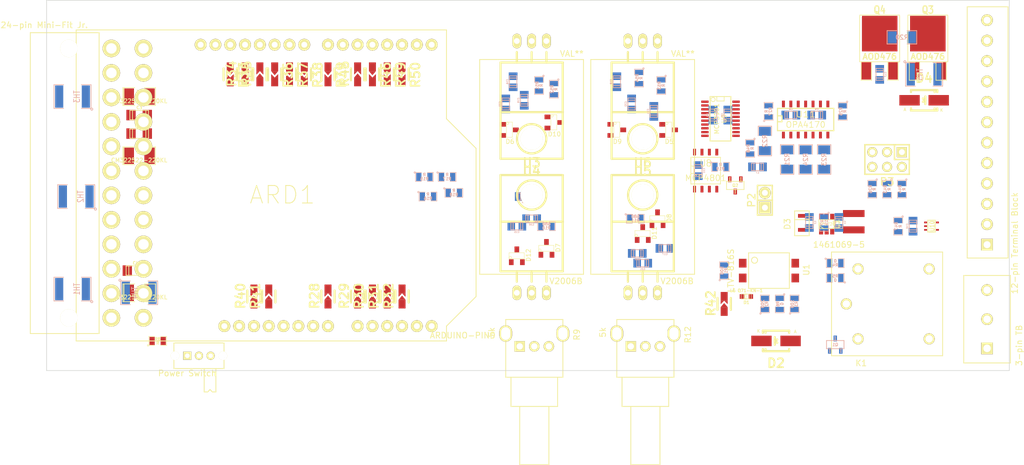
<source format=kicad_pcb>
(kicad_pcb (version 3) (host pcbnew "(2014-01-22 BZR 4631)-product")

  (general
    (links 293)
    (no_connects 293)
    (area 129.489999 111.709999 294.690001 175.310001)
    (thickness 1.6)
    (drawings 4)
    (tracks 0)
    (zones 0)
    (modules 122)
    (nets 127)
  )

  (page A3)
  (title_block
    (title BenchBudEE)
    (company ee-lco)
  )

  (layers
    (15 F.Cu signal)
    (2 PWR power)
    (1 GND power)
    (0 B.Cu signal)
    (16 B.Adhes user)
    (17 F.Adhes user)
    (18 B.Paste user)
    (19 F.Paste user)
    (20 B.SilkS user)
    (21 F.SilkS user)
    (22 B.Mask user)
    (23 F.Mask user)
    (28 Edge.Cuts user)
  )

  (setup
    (last_trace_width 0.254)
    (user_trace_width 0.1524)
    (user_trace_width 0.6096)
    (trace_clearance 0.254)
    (zone_clearance 0.508)
    (zone_45_only no)
    (trace_min 0.1524)
    (segment_width 0.2)
    (edge_width 0.1)
    (via_size 0.889)
    (via_drill 0.635)
    (via_min_size 0.508)
    (via_min_drill 0.3302)
    (user_via 0.508 0.3302)
    (uvia_size 0.508)
    (uvia_drill 0.127)
    (uvias_allowed no)
    (uvia_min_size 0.508)
    (uvia_min_drill 0.127)
    (pcb_text_width 0.3)
    (pcb_text_size 1.5 1.5)
    (mod_edge_width 0.15)
    (mod_text_size 1 1)
    (mod_text_width 0.15)
    (pad_size 3.65 3.65)
    (pad_drill 3.65)
    (pad_to_mask_clearance 0)
    (aux_axis_origin 0 0)
    (visible_elements FFFFF77F)
    (pcbplotparams
      (layerselection 3178497)
      (usegerberextensions true)
      (excludeedgelayer true)
      (linewidth 0.150000)
      (plotframeref false)
      (viasonmask false)
      (mode 1)
      (useauxorigin false)
      (hpglpennumber 1)
      (hpglpenspeed 20)
      (hpglpendiameter 15)
      (hpglpenoverlay 2)
      (psnegative false)
      (psa4output false)
      (plotreference true)
      (plotvalue true)
      (plotothertext true)
      (plotinvisibletext false)
      (padsonsilk false)
      (subtractmaskfromsilk false)
      (outputformat 1)
      (mirror false)
      (drillshape 1)
      (scaleselection 1)
      (outputdirectory ""))
  )

  (net 0 "")
  (net 1 +12C)
  (net 2 +12P)
  (net 3 +12V)
  (net 4 +3.3V)
  (net 5 +5P)
  (net 6 +5V)
  (net 7 -12P)
  (net 8 -12V)
  (net 9 /Arduino/CURR_MEAS)
  (net 10 /Arduino/FAN_MODE)
  (net 11 /Arduino/FAN_PWM)
  (net 12 /Arduino/LED_EN_PWM)
  (net 13 /Arduino/MISO)
  (net 14 /Arduino/MOSI)
  (net 15 /Arduino/RELAY+)
  (net 16 /Arduino/RELAY-)
  (net 17 /Arduino/SCLK)
  (net 18 /Arduino/V+_ADJ_MON)
  (net 19 /Arduino/V-_ADJ_MON)
  (net 20 /Arduino/~ADC_CS)
  (net 21 /Arduino/~DR)
  (net 22 /Arduino/~LDAC)
  (net 23 /Arduino/~RESET)
  (net 24 /Arduino/~SHDN)
  (net 25 /Fan/CS_N)
  (net 26 /Fan/FAN_OUT+)
  (net 27 /Fan/FAN_OUT-)
  (net 28 /Fan/TACH_IN)
  (net 29 /LED_Driver/LED_STRING+)
  (net 30 /LED_Driver/LED_STRING-)
  (net 31 /PowerAdjustmentMonitor/V+_ADJ)
  (net 32 /PowerAdjustmentMonitor/V-_ADJ)
  (net 33 /Relay/RELAY_COM)
  (net 34 /Relay/RELAY_NO)
  (net 35 /TerminalBlock/RELAY_COM)
  (net 36 /TerminalBlock/TC_IN+)
  (net 37 /TerminalBlock/TC_IN-)
  (net 38 /Thermocouple/CH0+)
  (net 39 /Thermocouple/CH0-)
  (net 40 /Thermocouple/CH1+)
  (net 41 /Thermocouple/CH1-)
  (net 42 AGND)
  (net 43 FE_V+)
  (net 44 FE_V-)
  (net 45 GND)
  (net 46 "Net-(ARD1-Pad1)")
  (net 47 "Net-(ARD1-Pad10)")
  (net 48 "Net-(ARD1-Pad11)")
  (net 49 "Net-(ARD1-Pad12)")
  (net 50 "Net-(ARD1-Pad13)")
  (net 51 "Net-(ARD1-Pad14)")
  (net 52 "Net-(ARD1-Pad15)")
  (net 53 "Net-(ARD1-Pad16)")
  (net 54 "Net-(ARD1-Pad17)")
  (net 55 "Net-(ARD1-Pad18)")
  (net 56 "Net-(ARD1-Pad19)")
  (net 57 "Net-(ARD1-Pad2)")
  (net 58 "Net-(ARD1-Pad20)")
  (net 59 "Net-(ARD1-Pad21)")
  (net 60 "Net-(ARD1-Pad22)")
  (net 61 "Net-(ARD1-Pad23)")
  (net 62 "Net-(ARD1-Pad24)")
  (net 63 "Net-(ARD1-Pad25)")
  (net 64 "Net-(ARD1-Pad26)")
  (net 65 "Net-(ARD1-Pad27)")
  (net 66 "Net-(ARD1-Pad28)")
  (net 67 "Net-(ARD1-Pad3)")
  (net 68 "Net-(ARD1-Pad4)")
  (net 69 "Net-(ARD1-Pad5)")
  (net 70 "Net-(ARD1-Pad6)")
  (net 71 "Net-(ARD1-Pad7)")
  (net 72 "Net-(ARD1-Pad8)")
  (net 73 "Net-(ARD1-Pad9)")
  (net 74 "Net-(C10-Pad2)")
  (net 75 "Net-(C18-Pad2)")
  (net 76 "Net-(C19-Pad1)")
  (net 77 "Net-(C20-Pad1)")
  (net 78 "Net-(C21-Pad2)")
  (net 79 "Net-(D1-Pad1)")
  (net 80 "Net-(D1-Pad2)")
  (net 81 "Net-(D2-Pad1)")
  (net 82 "Net-(D2-Pad2)")
  (net 83 "Net-(D3-Pad1)")
  (net 84 "Net-(P1-Pad1)")
  (net 85 "Net-(P1-Pad11)")
  (net 86 "Net-(P1-Pad12)")
  (net 87 "Net-(P1-Pad13)")
  (net 88 "Net-(P1-Pad14)")
  (net 89 "Net-(P1-Pad15)")
  (net 90 "Net-(P1-Pad16)")
  (net 91 "Net-(P1-Pad17)")
  (net 92 "Net-(P1-Pad18)")
  (net 93 "Net-(P1-Pad19)")
  (net 94 "Net-(P1-Pad2)")
  (net 95 "Net-(P1-Pad20)")
  (net 96 "Net-(P1-Pad21)")
  (net 97 "Net-(P1-Pad22)")
  (net 98 "Net-(P1-Pad23)")
  (net 99 "Net-(P1-Pad24)")
  (net 100 "Net-(P1-Pad4)")
  (net 101 "Net-(P1-Pad7)")
  (net 102 "Net-(P1-Pad8)")
  (net 103 "Net-(P1-Pad9)")
  (net 104 "Net-(P2-Pad1)")
  (net 105 "Net-(P2-Pad2)")
  (net 106 "Net-(P3-Pad1)")
  (net 107 "Net-(P3-Pad2)")
  (net 108 "Net-(P3-Pad4)")
  (net 109 "Net-(P3-Pad6)")
  (net 110 "Net-(Q1-Pad1)")
  (net 111 "Net-(Q1-Pad2)")
  (net 112 "Net-(Q2-Pad2)")
  (net 113 "Net-(Q4-Pad1)")
  (net 114 "Net-(R1-Pad1)")
  (net 115 "Net-(R19-Pad1)")
  (net 116 "Net-(R21-Pad2)")
  (net 117 "Net-(R22-Pad2)")
  (net 118 "Net-(R23-Pad2)")
  (net 119 "Net-(R24-Pad2)")
  (net 120 "Net-(R26-Pad2)")
  (net 121 "Net-(R4-Pad1)")
  (net 122 "Net-(R8-Pad1)")
  (net 123 "Net-(U9-Pad15)")
  (net 124 "Net-(U9-Pad16)")
  (net 125 REF+)
  (net 126 REF-)

  (net_class Default "This is the default net class."
    (clearance 0.254)
    (trace_width 0.254)
    (via_dia 0.889)
    (via_drill 0.635)
    (uvia_dia 0.508)
    (uvia_drill 0.127)
    (add_net "")
    (add_net +12C)
    (add_net +12P)
    (add_net +12V)
    (add_net +3.3V)
    (add_net +5P)
    (add_net +5V)
    (add_net -12P)
    (add_net -12V)
    (add_net /Arduino/CURR_MEAS)
    (add_net /Arduino/FAN_MODE)
    (add_net /Arduino/FAN_PWM)
    (add_net /Arduino/LED_EN_PWM)
    (add_net /Arduino/MISO)
    (add_net /Arduino/MOSI)
    (add_net /Arduino/RELAY+)
    (add_net /Arduino/RELAY-)
    (add_net /Arduino/SCLK)
    (add_net /Arduino/V+_ADJ_MON)
    (add_net /Arduino/V-_ADJ_MON)
    (add_net /Arduino/~ADC_CS)
    (add_net /Arduino/~DR)
    (add_net /Arduino/~LDAC)
    (add_net /Arduino/~RESET)
    (add_net /Arduino/~SHDN)
    (add_net /Fan/CS_N)
    (add_net /Fan/FAN_OUT+)
    (add_net /Fan/FAN_OUT-)
    (add_net /Fan/TACH_IN)
    (add_net /LED_Driver/LED_STRING+)
    (add_net /LED_Driver/LED_STRING-)
    (add_net /PowerAdjustmentMonitor/V+_ADJ)
    (add_net /PowerAdjustmentMonitor/V-_ADJ)
    (add_net /Relay/RELAY_COM)
    (add_net /Relay/RELAY_NO)
    (add_net /TerminalBlock/RELAY_COM)
    (add_net /TerminalBlock/TC_IN+)
    (add_net /TerminalBlock/TC_IN-)
    (add_net /Thermocouple/CH0+)
    (add_net /Thermocouple/CH0-)
    (add_net /Thermocouple/CH1+)
    (add_net /Thermocouple/CH1-)
    (add_net AGND)
    (add_net FE_V+)
    (add_net FE_V-)
    (add_net GND)
    (add_net "Net-(ARD1-Pad1)")
    (add_net "Net-(ARD1-Pad10)")
    (add_net "Net-(ARD1-Pad11)")
    (add_net "Net-(ARD1-Pad12)")
    (add_net "Net-(ARD1-Pad13)")
    (add_net "Net-(ARD1-Pad14)")
    (add_net "Net-(ARD1-Pad15)")
    (add_net "Net-(ARD1-Pad16)")
    (add_net "Net-(ARD1-Pad17)")
    (add_net "Net-(ARD1-Pad18)")
    (add_net "Net-(ARD1-Pad19)")
    (add_net "Net-(ARD1-Pad2)")
    (add_net "Net-(ARD1-Pad20)")
    (add_net "Net-(ARD1-Pad21)")
    (add_net "Net-(ARD1-Pad22)")
    (add_net "Net-(ARD1-Pad23)")
    (add_net "Net-(ARD1-Pad24)")
    (add_net "Net-(ARD1-Pad25)")
    (add_net "Net-(ARD1-Pad26)")
    (add_net "Net-(ARD1-Pad27)")
    (add_net "Net-(ARD1-Pad28)")
    (add_net "Net-(ARD1-Pad3)")
    (add_net "Net-(ARD1-Pad4)")
    (add_net "Net-(ARD1-Pad5)")
    (add_net "Net-(ARD1-Pad6)")
    (add_net "Net-(ARD1-Pad7)")
    (add_net "Net-(ARD1-Pad8)")
    (add_net "Net-(ARD1-Pad9)")
    (add_net "Net-(C10-Pad2)")
    (add_net "Net-(C18-Pad2)")
    (add_net "Net-(C19-Pad1)")
    (add_net "Net-(C20-Pad1)")
    (add_net "Net-(C21-Pad2)")
    (add_net "Net-(D1-Pad1)")
    (add_net "Net-(D1-Pad2)")
    (add_net "Net-(D2-Pad1)")
    (add_net "Net-(D2-Pad2)")
    (add_net "Net-(D3-Pad1)")
    (add_net "Net-(P1-Pad1)")
    (add_net "Net-(P1-Pad11)")
    (add_net "Net-(P1-Pad12)")
    (add_net "Net-(P1-Pad13)")
    (add_net "Net-(P1-Pad14)")
    (add_net "Net-(P1-Pad15)")
    (add_net "Net-(P1-Pad16)")
    (add_net "Net-(P1-Pad17)")
    (add_net "Net-(P1-Pad18)")
    (add_net "Net-(P1-Pad19)")
    (add_net "Net-(P1-Pad2)")
    (add_net "Net-(P1-Pad20)")
    (add_net "Net-(P1-Pad21)")
    (add_net "Net-(P1-Pad22)")
    (add_net "Net-(P1-Pad23)")
    (add_net "Net-(P1-Pad24)")
    (add_net "Net-(P1-Pad4)")
    (add_net "Net-(P1-Pad7)")
    (add_net "Net-(P1-Pad8)")
    (add_net "Net-(P1-Pad9)")
    (add_net "Net-(P2-Pad1)")
    (add_net "Net-(P2-Pad2)")
    (add_net "Net-(P3-Pad1)")
    (add_net "Net-(P3-Pad2)")
    (add_net "Net-(P3-Pad4)")
    (add_net "Net-(P3-Pad6)")
    (add_net "Net-(Q1-Pad1)")
    (add_net "Net-(Q1-Pad2)")
    (add_net "Net-(Q2-Pad2)")
    (add_net "Net-(Q4-Pad1)")
    (add_net "Net-(R1-Pad1)")
    (add_net "Net-(R19-Pad1)")
    (add_net "Net-(R21-Pad2)")
    (add_net "Net-(R22-Pad2)")
    (add_net "Net-(R23-Pad2)")
    (add_net "Net-(R24-Pad2)")
    (add_net "Net-(R26-Pad2)")
    (add_net "Net-(R4-Pad1)")
    (add_net "Net-(R8-Pad1)")
    (add_net "Net-(U9-Pad15)")
    (add_net "Net-(U9-Pad16)")
    (add_net REF+)
    (add_net REF-)
  )

  (module BenchBudEE:V2006B (layer F.Cu) (tedit 530A7305) (tstamp 530BDD78)
    (at 240.665 121.92 180)
    (fp_text reference V2006B (at 3 -38 180) (layer F.SilkS)
      (effects (font (size 1 1) (thickness 0.15)))
    )
    (fp_text value VAL** (at 2 1 180) (layer F.SilkS)
      (effects (font (size 1 1) (thickness 0.15)))
    )
    (fp_line (start 0 0) (end 17.8 0) (layer F.SilkS) (width 0.15))
    (fp_line (start 17.8 0) (end 17.8 -36.83) (layer F.SilkS) (width 0.15))
    (fp_line (start 17.8 -36.83) (end 0 -36.83) (layer F.SilkS) (width 0.15))
    (fp_line (start 0 -36.83) (end 0 0) (layer F.SilkS) (width 0.15))
    (pad "" np_thru_hole circle (at 8.8 -13.46 180) (size 3.65 3.65) (drill 3.65) (layers *.Cu *.Mask F.SilkS))
    (pad "" np_thru_hole circle (at 8.9 -23.37 180) (size 3.65 3.65) (drill 3.65) (layers *.Cu *.Mask F.SilkS))
  )

  (module BenchBudEE:V2006B (layer F.Cu) (tedit 530A7305) (tstamp 530BDD9F)
    (at 221.615 121.92 180)
    (fp_text reference V2006B (at 3 -38 180) (layer F.SilkS)
      (effects (font (size 1 1) (thickness 0.15)))
    )
    (fp_text value VAL** (at 2 1 180) (layer F.SilkS)
      (effects (font (size 1 1) (thickness 0.15)))
    )
    (fp_line (start 0 0) (end 17.8 0) (layer F.SilkS) (width 0.15))
    (fp_line (start 17.8 0) (end 17.8 -36.83) (layer F.SilkS) (width 0.15))
    (fp_line (start 17.8 -36.83) (end 0 -36.83) (layer F.SilkS) (width 0.15))
    (fp_line (start 0 -36.83) (end 0 0) (layer F.SilkS) (width 0.15))
    (pad "" np_thru_hole circle (at 8.8 -13.46 180) (size 3.65 3.65) (drill 3.65) (layers *.Cu *.Mask F.SilkS))
    (pad "" np_thru_hole circle (at 8.9 -23.37 180) (size 3.65 3.65) (drill 3.65) (layers *.Cu *.Mask F.SilkS))
  )

  (module LEDs:LED-0603 (layer F.Cu) (tedit 5302A0A0) (tstamp 5302A100)
    (at 249.555 162.56 180)
    (descr "LED 0603 smd package")
    (tags "LED led 0603 SMD smd SMT smt smdled SMDLED smtled SMTLED")
    (path /52EAE4BD/52F15F14)
    (attr smd)
    (fp_text reference D1 (at 0 -1.016 180) (layer F.SilkS)
      (effects (font (size 0.508 0.508) (thickness 0.127)))
    )
    (fp_text value "LG Q71-KN-1" (at 0 1.016 180) (layer F.SilkS)
      (effects (font (size 0.508 0.508) (thickness 0.127)))
    )
    (fp_line (start 0.44958 -0.44958) (end 0.44958 0.44958) (layer F.SilkS) (width 0.06604))
    (fp_line (start 0.44958 0.44958) (end 0.84836 0.44958) (layer F.SilkS) (width 0.06604))
    (fp_line (start 0.84836 -0.44958) (end 0.84836 0.44958) (layer F.SilkS) (width 0.06604))
    (fp_line (start 0.44958 -0.44958) (end 0.84836 -0.44958) (layer F.SilkS) (width 0.06604))
    (fp_line (start -0.84836 -0.44958) (end -0.84836 0.44958) (layer F.SilkS) (width 0.06604))
    (fp_line (start -0.84836 0.44958) (end -0.44958 0.44958) (layer F.SilkS) (width 0.06604))
    (fp_line (start -0.44958 -0.44958) (end -0.44958 0.44958) (layer F.SilkS) (width 0.06604))
    (fp_line (start -0.84836 -0.44958) (end -0.44958 -0.44958) (layer F.SilkS) (width 0.06604))
    (fp_line (start 0 -0.44958) (end 0 -0.29972) (layer F.SilkS) (width 0.06604))
    (fp_line (start 0 -0.29972) (end 0.29972 -0.29972) (layer F.SilkS) (width 0.06604))
    (fp_line (start 0.29972 -0.44958) (end 0.29972 -0.29972) (layer F.SilkS) (width 0.06604))
    (fp_line (start 0 -0.44958) (end 0.29972 -0.44958) (layer F.SilkS) (width 0.06604))
    (fp_line (start 0 0.29972) (end 0 0.44958) (layer F.SilkS) (width 0.06604))
    (fp_line (start 0 0.44958) (end 0.29972 0.44958) (layer F.SilkS) (width 0.06604))
    (fp_line (start 0.29972 0.29972) (end 0.29972 0.44958) (layer F.SilkS) (width 0.06604))
    (fp_line (start 0 0.29972) (end 0.29972 0.29972) (layer F.SilkS) (width 0.06604))
    (fp_line (start 0 -0.14986) (end 0 0.14986) (layer F.SilkS) (width 0.06604))
    (fp_line (start 0 0.14986) (end 0.29972 0.14986) (layer F.SilkS) (width 0.06604))
    (fp_line (start 0.29972 -0.14986) (end 0.29972 0.14986) (layer F.SilkS) (width 0.06604))
    (fp_line (start 0 -0.14986) (end 0.29972 -0.14986) (layer F.SilkS) (width 0.06604))
    (fp_line (start 0.44958 -0.39878) (end -0.44958 -0.39878) (layer F.SilkS) (width 0.1016))
    (fp_line (start 0.44958 0.39878) (end -0.44958 0.39878) (layer F.SilkS) (width 0.1016))
    (pad 1 smd rect (at -0.7493 0 180) (size 0.79756 0.79756) (layers F.Cu F.Paste F.Mask)
      (net 79 "Net-(D1-Pad1)"))
    (pad 2 smd rect (at 0.7493 0 180) (size 0.79756 0.79756) (layers F.Cu F.Paste F.Mask)
      (net 80 "Net-(D1-Pad2)"))
  )

  (module Diodes_SMD:Diode-SMA_Handsoldering (layer F.Cu) (tedit 5302A0A1) (tstamp 5302A113)
    (at 254.635 170.18 180)
    (descr "Diode SMA Handsoldering")
    (tags "Diode SMA Handsoldering")
    (path /52EAE4BD/52F164E1)
    (attr smd)
    (fp_text reference D2 (at 0 -3.81 180) (layer F.SilkS)
      (effects (font (thickness 0.3048)))
    )
    (fp_text value B130-13-F (at 0 3.81 180) (layer F.SilkS) hide
      (effects (font (thickness 0.3048)))
    )
    (fp_line (start 0.20066 -0.65024) (end 0.20066 0.65024) (layer F.SilkS) (width 0.381))
    (fp_line (start 0.20066 0) (end -0.20066 0.24892) (layer F.SilkS) (width 0.381))
    (fp_line (start 0.20066 0) (end -0.20066 -0.29972) (layer F.SilkS) (width 0.381))
    (fp_text user A (at -3.29946 1.6002 180) (layer F.SilkS)
      (effects (font (size 0.50038 0.50038) (thickness 0.09906)))
    )
    (fp_text user K (at 2.99974 1.69926 180) (layer F.SilkS)
      (effects (font (size 0.50038 0.50038) (thickness 0.09906)))
    )
    (fp_line (start 1.80086 1.75006) (end 1.80086 1.39954) (layer F.SilkS) (width 0.381))
    (fp_line (start 1.80086 -1.75006) (end 1.80086 -1.39954) (layer F.SilkS) (width 0.381))
    (fp_line (start 2.25044 1.75006) (end 2.25044 1.39954) (layer F.SilkS) (width 0.381))
    (fp_line (start -2.25044 1.75006) (end -2.25044 1.39954) (layer F.SilkS) (width 0.381))
    (fp_line (start -2.25044 -1.75006) (end -2.25044 -1.39954) (layer F.SilkS) (width 0.381))
    (fp_line (start 2.25044 -1.75006) (end 2.25044 -1.39954) (layer F.SilkS) (width 0.381))
    (fp_line (start -2.25044 1.75006) (end 2.25044 1.75006) (layer F.SilkS) (width 0.381))
    (fp_line (start -2.25044 -1.75006) (end 2.25044 -1.75006) (layer F.SilkS) (width 0.381))
    (pad 1 smd rect (at -2.49936 0 180) (size 3.50012 1.80086) (layers F.Cu F.Paste F.Mask)
      (net 81 "Net-(D2-Pad1)"))
    (pad 2 smd rect (at 2.49936 0 180) (size 3.50012 1.80086) (layers F.Cu F.Paste F.Mask)
      (net 82 "Net-(D2-Pad2)"))
    (model SMA_Faktor03937_RevA_06Sep2012.wrl
      (at (xyz 0 0 0))
      (scale (xyz 0.3937 0.3937 0.3937))
      (rotate (xyz 0 0 0))
    )
  )

  (module BenchBudEE:TE-SPDT (layer F.Cu) (tedit 5302A0A1) (tstamp 5302A120)
    (at 266.7 163.83)
    (path /52EAE4BD/52F16219)
    (fp_text reference K1 (at 2.54 10.16) (layer F.SilkS)
      (effects (font (size 1 1) (thickness 0.15)))
    )
    (fp_text value 1461069-5 (at -1.27 -10.16) (layer F.SilkS)
      (effects (font (size 1 1) (thickness 0.15)))
    )
    (fp_line (start -2.54 8.89) (end 16.51 8.89) (layer F.SilkS) (width 0.15))
    (fp_line (start 16.51 8.89) (end 16.51 -8.89) (layer F.SilkS) (width 0.15))
    (fp_line (start 16.51 -8.89) (end -2.54 -8.89) (layer F.SilkS) (width 0.15))
    (fp_line (start -2.54 -8.89) (end -2.54 8.89) (layer F.SilkS) (width 0.15))
    (pad 1 thru_hole circle (at 0 0) (size 1.905 1.905) (drill 1.27) (layers *.Cu *.Mask F.SilkS)
      (net 33 /Relay/RELAY_COM))
    (pad 2 thru_hole circle (at 2.0066 -5.9944) (size 1.905 1.905) (drill 1.27) (layers *.Cu *.Mask F.SilkS)
      (net 82 "Net-(D2-Pad2)"))
    (pad 3 thru_hole circle (at 14.1986 -5.9944) (size 1.905 1.905) (drill 1.27) (layers *.Cu *.Mask F.SilkS)
      (net 34 /Relay/RELAY_NO))
    (pad 4 thru_hole circle (at 14.1986 5.9944) (size 1.905 1.905) (drill 1.27) (layers *.Cu *.Mask F.SilkS)
      (net 35 /TerminalBlock/RELAY_COM))
    (pad 5 thru_hole circle (at 2.0066 5.9944) (size 1.905 1.905) (drill 1.27) (layers *.Cu *.Mask F.SilkS)
      (net 81 "Net-(D2-Pad1)"))
  )

  (module Transistors_SMD:sot23 (layer B.Cu) (tedit 5302A09F) (tstamp 5302A12E)
    (at 264.795 170.815 180)
    (descr SOT23)
    (path /52EAE4BD/52F15F00)
    (attr smd)
    (fp_text reference Q1 (at 0 0 180) (layer B.SilkS)
      (effects (font (size 0.50038 0.50038) (thickness 0.09906)) (justify mirror))
    )
    (fp_text value 2N3404 (at 0 -0.09906 180) (layer B.SilkS) hide
      (effects (font (size 0.50038 0.50038) (thickness 0.09906)) (justify mirror))
    )
    (fp_line (start 0.9525 -0.6985) (end 0.9525 -1.3589) (layer B.SilkS) (width 0.127))
    (fp_line (start -0.9525 -0.6985) (end -0.9525 -1.3589) (layer B.SilkS) (width 0.127))
    (fp_line (start 0 0.6985) (end 0 1.3589) (layer B.SilkS) (width 0.127))
    (fp_line (start -1.4986 0.6985) (end 1.4986 0.6985) (layer B.SilkS) (width 0.127))
    (fp_line (start 1.4986 0.6985) (end 1.4986 -0.6985) (layer B.SilkS) (width 0.127))
    (fp_line (start 1.4986 -0.6985) (end -1.4986 -0.6985) (layer B.SilkS) (width 0.127))
    (fp_line (start -1.4986 -0.6985) (end -1.4986 0.6985) (layer B.SilkS) (width 0.127))
    (pad 1 smd rect (at -0.9525 -1.05664 180) (size 0.59944 1.00076) (layers B.Cu B.Paste B.Mask)
      (net 110 "Net-(Q1-Pad1)"))
    (pad 2 smd rect (at 0 1.05664 180) (size 0.59944 1.00076) (layers B.Cu B.Paste B.Mask)
      (net 111 "Net-(Q1-Pad2)"))
    (pad 3 smd rect (at 0.9525 -1.05664 180) (size 0.59944 1.00076) (layers B.Cu B.Paste B.Mask)
      (net 81 "Net-(D2-Pad1)"))
    (model smd/smd_transistors/sot23.wrl
      (at (xyz 0 0 0))
      (scale (xyz 1 1 1))
      (rotate (xyz 0 0 0))
    )
  )

  (module BenchBudEE:4-SMD (layer F.Cu) (tedit 5302A0A1) (tstamp 5302A177)
    (at 248.92 156.845 270)
    (path /52EAE4BD/53028CD3)
    (fp_text reference U1 (at 1.143 -10.922 270) (layer F.SilkS)
      (effects (font (size 1 1) (thickness 0.15)))
    )
    (fp_text value LTV-816S (at 1.27 2.032 270) (layer F.SilkS)
      (effects (font (size 1 1) (thickness 0.15)))
    )
    (fp_circle (center -0.508 -2.032) (end 0 -1.905) (layer F.SilkS) (width 0.15))
    (fp_line (start -1.778 -1.016) (end 4.318 -1.016) (layer F.SilkS) (width 0.15))
    (fp_line (start 4.318 -1.016) (end 4.318 -8.001) (layer F.SilkS) (width 0.15))
    (fp_line (start 4.318 -8.001) (end -1.778 -8.001) (layer F.SilkS) (width 0.15))
    (fp_line (start -1.778 -8.001) (end -1.778 -1.016) (layer F.SilkS) (width 0.15))
    (pad 1 smd rect (at 0 0 270) (size 1.5 1.3) (layers F.Cu F.Paste F.Mask)
      (net 15 /Arduino/RELAY+))
    (pad 2 smd rect (at 2.54 0 270) (size 1.5 1.3) (layers F.Cu F.Paste F.Mask)
      (net 114 "Net-(R1-Pad1)"))
    (pad 3 smd rect (at 2.54 -9.017 270) (size 1.5 1.3) (layers F.Cu F.Paste F.Mask)
      (net 79 "Net-(D1-Pad1)"))
    (pad 4 smd rect (at 0 -9.017 270) (size 1.5 1.3) (layers F.Cu F.Paste F.Mask)
      (net 121 "Net-(R4-Pad1)"))
  )

  (module Capacitors_SMD:c_0805 (layer B.Cu) (tedit 5305356F) (tstamp 53053675)
    (at 246.38 131.445 270)
    (descr "SMT capacitor, 0805")
    (path /52EAE493/5305534C)
    (fp_text reference C5 (at 0 0.9906 270) (layer B.SilkS)
      (effects (font (size 0.29972 0.29972) (thickness 0.06096)) (justify mirror))
    )
    (fp_text value C (at 0 -0.9906 270) (layer B.SilkS) hide
      (effects (font (size 0.29972 0.29972) (thickness 0.06096)) (justify mirror))
    )
    (fp_line (start 0.635 0.635) (end 0.635 -0.635) (layer B.SilkS) (width 0.127))
    (fp_line (start -0.635 0.635) (end -0.635 -0.6096) (layer B.SilkS) (width 0.127))
    (fp_line (start -1.016 0.635) (end 1.016 0.635) (layer B.SilkS) (width 0.127))
    (fp_line (start 1.016 0.635) (end 1.016 -0.635) (layer B.SilkS) (width 0.127))
    (fp_line (start 1.016 -0.635) (end -1.016 -0.635) (layer B.SilkS) (width 0.127))
    (fp_line (start -1.016 -0.635) (end -1.016 0.635) (layer B.SilkS) (width 0.127))
    (pad 1 smd rect (at 0.9525 0 270) (size 1.30048 1.4986) (layers B.Cu B.Paste B.Mask)
      (net 42 AGND))
    (pad 2 smd rect (at -0.9525 0 270) (size 1.30048 1.4986) (layers B.Cu B.Paste B.Mask)
      (net 6 +5V))
    (model smd/capacitors/c_0805.wrl
      (at (xyz 0 0 0))
      (scale (xyz 1 1 1))
      (rotate (xyz 0 0 0))
    )
  )

  (module Capacitors_SMD:c_0805 (layer B.Cu) (tedit 5305356F) (tstamp 53053681)
    (at 243.84 131.445 270)
    (descr "SMT capacitor, 0805")
    (path /52EAE493/53054C51)
    (fp_text reference C6 (at 0 0.9906 270) (layer B.SilkS)
      (effects (font (size 0.29972 0.29972) (thickness 0.06096)) (justify mirror))
    )
    (fp_text value C (at 0 -0.9906 270) (layer B.SilkS) hide
      (effects (font (size 0.29972 0.29972) (thickness 0.06096)) (justify mirror))
    )
    (fp_line (start 0.635 0.635) (end 0.635 -0.635) (layer B.SilkS) (width 0.127))
    (fp_line (start -0.635 0.635) (end -0.635 -0.6096) (layer B.SilkS) (width 0.127))
    (fp_line (start -1.016 0.635) (end 1.016 0.635) (layer B.SilkS) (width 0.127))
    (fp_line (start 1.016 0.635) (end 1.016 -0.635) (layer B.SilkS) (width 0.127))
    (fp_line (start 1.016 -0.635) (end -1.016 -0.635) (layer B.SilkS) (width 0.127))
    (fp_line (start -1.016 -0.635) (end -1.016 0.635) (layer B.SilkS) (width 0.127))
    (pad 1 smd rect (at 0.9525 0 270) (size 1.30048 1.4986) (layers B.Cu B.Paste B.Mask)
      (net 42 AGND))
    (pad 2 smd rect (at -0.9525 0 270) (size 1.30048 1.4986) (layers B.Cu B.Paste B.Mask)
      (net 6 +5V))
    (model smd/capacitors/c_0805.wrl
      (at (xyz 0 0 0))
      (scale (xyz 1 1 1))
      (rotate (xyz 0 0 0))
    )
  )

  (module Capacitors_SMD:c_0805 (layer B.Cu) (tedit 5305356F) (tstamp 5305368D)
    (at 251.46 140.335)
    (descr "SMT capacitor, 0805")
    (path /52EAE493/530530D6)
    (fp_text reference C7 (at 0 0.9906) (layer B.SilkS)
      (effects (font (size 0.29972 0.29972) (thickness 0.06096)) (justify mirror))
    )
    (fp_text value C (at 0 -0.9906) (layer B.SilkS) hide
      (effects (font (size 0.29972 0.29972) (thickness 0.06096)) (justify mirror))
    )
    (fp_line (start 0.635 0.635) (end 0.635 -0.635) (layer B.SilkS) (width 0.127))
    (fp_line (start -0.635 0.635) (end -0.635 -0.6096) (layer B.SilkS) (width 0.127))
    (fp_line (start -1.016 0.635) (end 1.016 0.635) (layer B.SilkS) (width 0.127))
    (fp_line (start 1.016 0.635) (end 1.016 -0.635) (layer B.SilkS) (width 0.127))
    (fp_line (start 1.016 -0.635) (end -1.016 -0.635) (layer B.SilkS) (width 0.127))
    (fp_line (start -1.016 -0.635) (end -1.016 0.635) (layer B.SilkS) (width 0.127))
    (pad 1 smd rect (at 0.9525 0) (size 1.30048 1.4986) (layers B.Cu B.Paste B.Mask)
      (net 38 /Thermocouple/CH0+))
    (pad 2 smd rect (at -0.9525 0) (size 1.30048 1.4986) (layers B.Cu B.Paste B.Mask)
      (net 39 /Thermocouple/CH0-))
    (model smd/capacitors/c_0805.wrl
      (at (xyz 0 0 0))
      (scale (xyz 1 1 1))
      (rotate (xyz 0 0 0))
    )
  )

  (module Capacitors_SMD:c_0805 (layer B.Cu) (tedit 5305356F) (tstamp 53053699)
    (at 257.175 131.445 180)
    (descr "SMT capacitor, 0805")
    (path /52EAE493/530548CB)
    (fp_text reference C8 (at 0 0.9906 180) (layer B.SilkS)
      (effects (font (size 0.29972 0.29972) (thickness 0.06096)) (justify mirror))
    )
    (fp_text value C (at 0 -0.9906 180) (layer B.SilkS) hide
      (effects (font (size 0.29972 0.29972) (thickness 0.06096)) (justify mirror))
    )
    (fp_line (start 0.635 0.635) (end 0.635 -0.635) (layer B.SilkS) (width 0.127))
    (fp_line (start -0.635 0.635) (end -0.635 -0.6096) (layer B.SilkS) (width 0.127))
    (fp_line (start -1.016 0.635) (end 1.016 0.635) (layer B.SilkS) (width 0.127))
    (fp_line (start 1.016 0.635) (end 1.016 -0.635) (layer B.SilkS) (width 0.127))
    (fp_line (start 1.016 -0.635) (end -1.016 -0.635) (layer B.SilkS) (width 0.127))
    (fp_line (start -1.016 -0.635) (end -1.016 0.635) (layer B.SilkS) (width 0.127))
    (pad 1 smd rect (at 0.9525 0 180) (size 1.30048 1.4986) (layers B.Cu B.Paste B.Mask)
      (net 42 AGND))
    (pad 2 smd rect (at -0.9525 0 180) (size 1.30048 1.4986) (layers B.Cu B.Paste B.Mask)
      (net 44 FE_V-))
    (model smd/capacitors/c_0805.wrl
      (at (xyz 0 0 0))
      (scale (xyz 1 1 1))
      (rotate (xyz 0 0 0))
    )
  )

  (module Capacitors_SMD:c_0805 (layer B.Cu) (tedit 5305356F) (tstamp 530536A5)
    (at 261.62 131.445 180)
    (descr "SMT capacitor, 0805")
    (path /52EAE493/53054A99)
    (fp_text reference C9 (at 0 0.9906 180) (layer B.SilkS)
      (effects (font (size 0.29972 0.29972) (thickness 0.06096)) (justify mirror))
    )
    (fp_text value C (at 0 -0.9906 180) (layer B.SilkS) hide
      (effects (font (size 0.29972 0.29972) (thickness 0.06096)) (justify mirror))
    )
    (fp_line (start 0.635 0.635) (end 0.635 -0.635) (layer B.SilkS) (width 0.127))
    (fp_line (start -0.635 0.635) (end -0.635 -0.6096) (layer B.SilkS) (width 0.127))
    (fp_line (start -1.016 0.635) (end 1.016 0.635) (layer B.SilkS) (width 0.127))
    (fp_line (start 1.016 0.635) (end 1.016 -0.635) (layer B.SilkS) (width 0.127))
    (fp_line (start 1.016 -0.635) (end -1.016 -0.635) (layer B.SilkS) (width 0.127))
    (fp_line (start -1.016 -0.635) (end -1.016 0.635) (layer B.SilkS) (width 0.127))
    (pad 1 smd rect (at 0.9525 0 180) (size 1.30048 1.4986) (layers B.Cu B.Paste B.Mask)
      (net 42 AGND))
    (pad 2 smd rect (at -0.9525 0 180) (size 1.30048 1.4986) (layers B.Cu B.Paste B.Mask)
      (net 43 FE_V+))
    (model smd/capacitors/c_0805.wrl
      (at (xyz 0 0 0))
      (scale (xyz 1 1 1))
      (rotate (xyz 0 0 0))
    )
  )

  (module Capacitors_SMD:c_0805 (layer B.Cu) (tedit 5305356F) (tstamp 530536B1)
    (at 278.13 150.495 270)
    (descr "SMT capacitor, 0805")
    (path /52EAE493/53054751)
    (fp_text reference C10 (at 0 0.9906 270) (layer B.SilkS)
      (effects (font (size 0.29972 0.29972) (thickness 0.06096)) (justify mirror))
    )
    (fp_text value C (at 0 -0.9906 270) (layer B.SilkS) hide
      (effects (font (size 0.29972 0.29972) (thickness 0.06096)) (justify mirror))
    )
    (fp_line (start 0.635 0.635) (end 0.635 -0.635) (layer B.SilkS) (width 0.127))
    (fp_line (start -0.635 0.635) (end -0.635 -0.6096) (layer B.SilkS) (width 0.127))
    (fp_line (start -1.016 0.635) (end 1.016 0.635) (layer B.SilkS) (width 0.127))
    (fp_line (start 1.016 0.635) (end 1.016 -0.635) (layer B.SilkS) (width 0.127))
    (fp_line (start 1.016 -0.635) (end -1.016 -0.635) (layer B.SilkS) (width 0.127))
    (fp_line (start -1.016 -0.635) (end -1.016 0.635) (layer B.SilkS) (width 0.127))
    (pad 1 smd rect (at 0.9525 0 270) (size 1.30048 1.4986) (layers B.Cu B.Paste B.Mask)
      (net 6 +5V))
    (pad 2 smd rect (at -0.9525 0 270) (size 1.30048 1.4986) (layers B.Cu B.Paste B.Mask)
      (net 74 "Net-(C10-Pad2)"))
    (model smd/capacitors/c_0805.wrl
      (at (xyz 0 0 0))
      (scale (xyz 1 1 1))
      (rotate (xyz 0 0 0))
    )
  )

  (module Pin_Headers:Pin_Header_Straight_1x02 (layer F.Cu) (tedit 5305356F) (tstamp 530536BD)
    (at 252.73 146.05 90)
    (descr "1 pin")
    (tags "CONN DEV")
    (path /52EAE493/5305902E)
    (fp_text reference P2 (at 0 -2.286 90) (layer F.SilkS)
      (effects (font (size 1.27 1.27) (thickness 0.2032)))
    )
    (fp_text value CONN_2 (at 0 0 90) (layer F.SilkS) hide
      (effects (font (size 1.27 1.27) (thickness 0.2032)))
    )
    (fp_line (start 0 -1.27) (end 0 1.27) (layer F.SilkS) (width 0.254))
    (fp_line (start -2.54 -1.27) (end -2.54 1.27) (layer F.SilkS) (width 0.254))
    (fp_line (start -2.54 1.27) (end 0 1.27) (layer F.SilkS) (width 0.254))
    (fp_line (start 0 1.27) (end 2.54 1.27) (layer F.SilkS) (width 0.254))
    (fp_line (start 2.54 1.27) (end 2.54 -1.27) (layer F.SilkS) (width 0.254))
    (fp_line (start 2.54 -1.27) (end -2.54 -1.27) (layer F.SilkS) (width 0.254))
    (pad 1 thru_hole rect (at -1.27 0 90) (size 2.032 2.032) (drill 1.016) (layers *.Cu *.Mask F.SilkS)
      (net 104 "Net-(P2-Pad1)"))
    (pad 2 thru_hole oval (at 1.27 0 90) (size 2.032 2.032) (drill 1.016) (layers *.Cu *.Mask F.SilkS)
      (net 105 "Net-(P2-Pad2)"))
    (model Pin_Headers/Pin_Header_Straight_1x02.wrl
      (at (xyz 0 0 0))
      (scale (xyz 1 1 1))
      (rotate (xyz 0 0 0))
    )
  )

  (module Pin_Headers:Pin_Header_Straight_2x03 (layer F.Cu) (tedit 53053A8C) (tstamp 530536CF)
    (at 273.685 139.065 180)
    (descr "1 pin")
    (tags "CONN DEV")
    (path /52EAE493/53053170)
    (fp_text reference P3 (at 0 -3.81 180) (layer F.SilkS)
      (effects (font (size 1.27 1.27) (thickness 0.2032)))
    )
    (fp_text value CONN_3X2 (at 0 0 180) (layer F.SilkS) hide
      (effects (font (size 1.27 1.27) (thickness 0.2032)))
    )
    (fp_line (start -3.81 0) (end -1.27 0) (layer F.SilkS) (width 0.254))
    (fp_line (start -1.27 0) (end -1.27 2.54) (layer F.SilkS) (width 0.254))
    (fp_line (start -3.81 2.54) (end 3.81 2.54) (layer F.SilkS) (width 0.254))
    (fp_line (start 3.81 2.54) (end 3.81 -2.54) (layer F.SilkS) (width 0.254))
    (fp_line (start 3.81 -2.54) (end -1.27 -2.54) (layer F.SilkS) (width 0.254))
    (fp_line (start -3.81 2.54) (end -3.81 0) (layer F.SilkS) (width 0.254))
    (fp_line (start -3.81 -2.54) (end -3.81 0) (layer F.SilkS) (width 0.254))
    (fp_line (start -1.27 -2.54) (end -3.81 -2.54) (layer F.SilkS) (width 0.254))
    (pad 1 thru_hole rect (at -2.54 1.27 180) (size 1.7272 1.7272) (drill 1.016) (layers *.Cu *.Mask F.SilkS)
      (net 106 "Net-(P3-Pad1)"))
    (pad 3 thru_hole oval (at 0 1.27 180) (size 1.7272 1.7272) (drill 1.016) (layers *.Cu *.Mask F.SilkS)
      (net 106 "Net-(P3-Pad1)"))
    (pad 5 thru_hole oval (at 2.54 1.27 180) (size 1.7272 1.7272) (drill 1.016) (layers *.Cu *.Mask F.SilkS)
      (net 106 "Net-(P3-Pad1)"))
    (pad 6 thru_hole oval (at 2.54 -1.27 180) (size 1.7272 1.7272) (drill 1.016) (layers *.Cu *.Mask F.SilkS)
      (net 109 "Net-(P3-Pad6)"))
    (pad 4 thru_hole oval (at 0 -1.27 180) (size 1.7272 1.7272) (drill 1.016) (layers *.Cu *.Mask F.SilkS)
      (net 108 "Net-(P3-Pad4)"))
    (pad 2 thru_hole oval (at -2.54 -1.27 180) (size 1.7272 1.7272) (drill 1.016) (layers *.Cu *.Mask F.SilkS)
      (net 107 "Net-(P3-Pad2)"))
    (model Pin_Headers/Pin_Header_Straight_2x03.wrl
      (at (xyz 0 0 0))
      (scale (xyz 1 1 1))
      (rotate (xyz 0 0 0))
    )
  )

  (module SMD_Packages:SSOP20 (layer F.Cu) (tedit 5305356E) (tstamp 53053760)
    (at 245.11 132.08 270)
    (descr "SSOP 20 pins")
    (tags "CMS SSOP SMD")
    (path /52EAE493/53052FCE)
    (attr smd)
    (fp_text reference U9 (at 0 -0.635 270) (layer F.SilkS)
      (effects (font (size 0.762 0.762) (thickness 0.127)))
    )
    (fp_text value MCP3901 (at 0 0.635 270) (layer F.SilkS)
      (effects (font (size 0.762 0.762) (thickness 0.127)))
    )
    (fp_line (start 3.81 -1.778) (end -3.81 -1.778) (layer F.SilkS) (width 0.1651))
    (fp_line (start -3.81 1.778) (end 3.81 1.778) (layer F.SilkS) (width 0.1651))
    (fp_line (start 3.81 -1.778) (end 3.81 1.778) (layer F.SilkS) (width 0.1651))
    (fp_line (start -3.81 1.778) (end -3.81 -1.778) (layer F.SilkS) (width 0.1524))
    (fp_circle (center -3.302 1.27) (end -3.556 1.016) (layer F.SilkS) (width 0.127))
    (fp_line (start -3.81 -0.635) (end -3.048 -0.635) (layer F.SilkS) (width 0.127))
    (fp_line (start -3.048 -0.635) (end -3.048 0.635) (layer F.SilkS) (width 0.127))
    (fp_line (start -3.048 0.635) (end -3.81 0.635) (layer F.SilkS) (width 0.127))
    (pad 1 smd rect (at -2.921 2.667 270) (size 0.4064 1.27) (layers F.Cu F.Paste F.Mask)
      (net 23 /Arduino/~RESET))
    (pad 2 smd rect (at -2.286 2.667 270) (size 0.4064 1.27) (layers F.Cu F.Paste F.Mask)
      (net 6 +5V))
    (pad 3 smd rect (at -1.6256 2.667 270) (size 0.4064 1.27) (layers F.Cu F.Paste F.Mask)
      (net 6 +5V))
    (pad 4 smd rect (at -0.9652 2.667 270) (size 0.4064 1.27) (layers F.Cu F.Paste F.Mask)
      (net 38 /Thermocouple/CH0+))
    (pad 5 smd rect (at -0.3302 2.667 270) (size 0.4064 1.27) (layers F.Cu F.Paste F.Mask)
      (net 39 /Thermocouple/CH0-))
    (pad 6 smd rect (at 0.3302 2.667 270) (size 0.4064 1.27) (layers F.Cu F.Paste F.Mask)
      (net 41 /Thermocouple/CH1-))
    (pad 7 smd rect (at 0.9906 2.667 270) (size 0.4064 1.27) (layers F.Cu F.Paste F.Mask)
      (net 40 /Thermocouple/CH1+))
    (pad 8 smd rect (at 1.6256 2.667 270) (size 0.4064 1.27) (layers F.Cu F.Paste F.Mask)
      (net 42 AGND))
    (pad 9 smd rect (at 2.286 2.667 270) (size 0.4064 1.27) (layers F.Cu F.Paste F.Mask)
      (net 125 REF+))
    (pad 10 smd rect (at 2.921 2.667 270) (size 0.4064 1.27) (layers F.Cu F.Paste F.Mask)
      (net 126 REF-))
    (pad 11 smd rect (at 2.921 -2.667 270) (size 0.4064 1.27) (layers F.Cu F.Paste F.Mask)
      (net 42 AGND))
    (pad 12 smd rect (at 2.286 -2.667 270) (size 0.4064 1.27) (layers F.Cu F.Paste F.Mask)
      (net 105 "Net-(P2-Pad2)"))
    (pad 13 smd rect (at 1.6256 -2.667 270) (size 0.4064 1.27) (layers F.Cu F.Paste F.Mask)
      (net 104 "Net-(P2-Pad1)"))
    (pad 14 smd rect (at 0.9906 -2.667 270) (size 0.4064 1.27) (layers F.Cu F.Paste F.Mask)
      (net 21 /Arduino/~DR))
    (pad 15 smd rect (at 0.3302 -2.667 270) (size 0.4064 1.27) (layers F.Cu F.Paste F.Mask)
      (net 123 "Net-(U9-Pad15)"))
    (pad 16 smd rect (at -0.3302 -2.667 270) (size 0.4064 1.27) (layers F.Cu F.Paste F.Mask)
      (net 124 "Net-(U9-Pad16)"))
    (pad 17 smd rect (at -0.9652 -2.667 270) (size 0.4064 1.27) (layers F.Cu F.Paste F.Mask)
      (net 20 /Arduino/~ADC_CS))
    (pad 18 smd rect (at -1.6256 -2.667 270) (size 0.4064 1.27) (layers F.Cu F.Paste F.Mask)
      (net 17 /Arduino/SCLK))
    (pad 19 smd rect (at -2.286 -2.667 270) (size 0.4064 1.27) (layers F.Cu F.Paste F.Mask)
      (net 13 /Arduino/MISO))
    (pad 20 smd rect (at -2.921 -2.667 270) (size 0.4064 1.27) (layers F.Cu F.Paste F.Mask)
      (net 14 /Arduino/MOSI))
    (model smd/cms_so20.wrl
      (at (xyz 0 0 0))
      (scale (xyz 0.255 0.33 0.3))
      (rotate (xyz 0 0 0))
    )
  )

  (module SMD_Packages:SOT353 (layer F.Cu) (tedit 5305356E) (tstamp 5305376D)
    (at 281.305 150.495)
    (descr SOT353)
    (path /52EAE493/53054140)
    (attr smd)
    (fp_text reference U10 (at 0.09906 0 90) (layer F.SilkS)
      (effects (font (size 0.762 0.635) (thickness 0.127)))
    )
    (fp_text value LMT84 (at 0.09906 0 90) (layer F.SilkS) hide
      (effects (font (size 0.762 0.635) (thickness 0.127)))
    )
    (fp_line (start 0.635 1.016) (end 0.635 -1.016) (layer F.SilkS) (width 0.1524))
    (fp_line (start 0.635 -1.016) (end -0.635 -1.016) (layer F.SilkS) (width 0.1524))
    (fp_line (start -0.635 -1.016) (end -0.635 1.016) (layer F.SilkS) (width 0.1524))
    (fp_line (start -0.635 1.016) (end 0.635 1.016) (layer F.SilkS) (width 0.1524))
    (pad 1 smd rect (at -1.016 -0.635) (size 0.508 0.3048) (layers F.Cu F.Paste F.Mask)
      (net 74 "Net-(C10-Pad2)"))
    (pad 3 smd rect (at -1.016 0.635) (size 0.508 0.3048) (layers F.Cu F.Paste F.Mask)
      (net 40 /Thermocouple/CH1+))
    (pad 5 smd rect (at 1.016 -0.635) (size 0.508 0.3048) (layers F.Cu F.Paste F.Mask)
      (net 74 "Net-(C10-Pad2)"))
    (pad 2 smd rect (at -1.016 0) (size 0.508 0.3048) (layers F.Cu F.Paste F.Mask)
      (net 74 "Net-(C10-Pad2)"))
    (pad 4 smd rect (at 1.016 0.635) (size 0.508 0.3048) (layers F.Cu F.Paste F.Mask)
      (net 6 +5V))
    (model smd/SOT23_5.wrl
      (at (xyz 0 0 0))
      (scale (xyz 0.07000000000000001 0.09 0.08))
      (rotate (xyz 0 0 90))
    )
  )

  (module SMD_Packages:SO14E (layer F.Cu) (tedit 5305356E) (tstamp 53053786)
    (at 259.715 132.08)
    (descr "module CMS SOJ 14 pins etroit")
    (tags "CMS SOJ")
    (path /52EAE52A/52F026D6)
    (attr smd)
    (fp_text reference U11 (at 0 -0.762) (layer F.SilkS)
      (effects (font (size 1.016 1.143) (thickness 0.127)))
    )
    (fp_text value OPA4170 (at 0 1.016) (layer F.SilkS)
      (effects (font (size 1.016 1.016) (thickness 0.127)))
    )
    (fp_line (start -4.826 -1.778) (end 4.826 -1.778) (layer F.SilkS) (width 0.2032))
    (fp_line (start 4.826 -1.778) (end 4.826 2.032) (layer F.SilkS) (width 0.2032))
    (fp_line (start 4.826 2.032) (end -4.826 2.032) (layer F.SilkS) (width 0.2032))
    (fp_line (start -4.826 2.032) (end -4.826 -1.778) (layer F.SilkS) (width 0.2032))
    (fp_line (start -4.826 -0.508) (end -4.064 -0.508) (layer F.SilkS) (width 0.2032))
    (fp_line (start -4.064 -0.508) (end -4.064 0.508) (layer F.SilkS) (width 0.2032))
    (fp_line (start -4.064 0.508) (end -4.826 0.508) (layer F.SilkS) (width 0.2032))
    (pad 1 smd rect (at -3.81 2.794) (size 0.508 1.143) (layers F.Cu F.Paste F.Mask)
      (net 38 /Thermocouple/CH0+))
    (pad 2 smd rect (at -2.54 2.794) (size 0.508 1.143) (layers F.Cu F.Paste F.Mask)
      (net 116 "Net-(R21-Pad2)"))
    (pad 3 smd rect (at -1.27 2.794) (size 0.508 1.143) (layers F.Cu F.Paste F.Mask)
      (net 117 "Net-(R22-Pad2)"))
    (pad 4 smd rect (at 0 2.794) (size 0.508 1.143) (layers F.Cu F.Paste F.Mask)
      (net 43 FE_V+))
    (pad 5 smd rect (at 1.27 2.794) (size 0.508 1.143) (layers F.Cu F.Paste F.Mask)
      (net 112 "Net-(Q2-Pad2)"))
    (pad 6 smd rect (at 2.54 2.794) (size 0.508 1.143) (layers F.Cu F.Paste F.Mask)
      (net 9 /Arduino/CURR_MEAS))
    (pad 7 smd rect (at 3.81 2.794) (size 0.508 1.143) (layers F.Cu F.Paste F.Mask)
      (net 113 "Net-(Q4-Pad1)"))
    (pad 8 smd rect (at 3.81 -2.54) (size 0.508 1.143) (layers F.Cu F.Paste F.Mask)
      (net 118 "Net-(R23-Pad2)"))
    (pad 9 smd rect (at 2.54 -2.54) (size 0.508 1.143) (layers F.Cu F.Paste F.Mask)
      (net 106 "Net-(P3-Pad1)"))
    (pad 10 smd rect (at 1.27 -2.54) (size 0.508 1.143) (layers F.Cu F.Paste F.Mask)
      (net 36 /TerminalBlock/TC_IN+))
    (pad 11 smd rect (at 0 -2.54) (size 0.508 1.143) (layers F.Cu F.Paste F.Mask)
      (net 44 FE_V-))
    (pad 12 smd rect (at -1.27 -2.54) (size 0.508 1.143) (layers F.Cu F.Paste F.Mask)
      (net 37 /TerminalBlock/TC_IN-))
    (pad 13 smd rect (at -2.54 -2.54) (size 0.508 1.143) (layers F.Cu F.Paste F.Mask)
      (net 120 "Net-(R26-Pad2)"))
    (pad 14 smd rect (at -3.81 -2.54) (size 0.508 1.143) (layers F.Cu F.Paste F.Mask)
      (net 119 "Net-(R24-Pad2)"))
    (model smd/cms_so14.wrl
      (at (xyz 0 0 0))
      (scale (xyz 0.5 0.3 0.5))
      (rotate (xyz 0 0 0))
    )
  )

  (module SMD_Packages:SM0805 (layer B.Cu) (tedit 530539A8) (tstamp 53053AC8)
    (at 275.59 150.495 270)
    (path /52EAE493/5305B09F)
    (attr smd)
    (fp_text reference R47 (at 0 0.3175 270) (layer B.SilkS)
      (effects (font (size 0.50038 0.50038) (thickness 0.10922)) (justify mirror))
    )
    (fp_text value R (at 0 -0.381 270) (layer B.SilkS)
      (effects (font (size 0.50038 0.50038) (thickness 0.10922)) (justify mirror))
    )
    (fp_circle (center -1.651 -0.762) (end -1.651 -0.635) (layer B.SilkS) (width 0.09906))
    (fp_line (start -0.508 -0.762) (end -1.524 -0.762) (layer B.SilkS) (width 0.09906))
    (fp_line (start -1.524 -0.762) (end -1.524 0.762) (layer B.SilkS) (width 0.09906))
    (fp_line (start -1.524 0.762) (end -0.508 0.762) (layer B.SilkS) (width 0.09906))
    (fp_line (start 0.508 0.762) (end 1.524 0.762) (layer B.SilkS) (width 0.09906))
    (fp_line (start 1.524 0.762) (end 1.524 -0.762) (layer B.SilkS) (width 0.09906))
    (fp_line (start 1.524 -0.762) (end 0.508 -0.762) (layer B.SilkS) (width 0.09906))
    (pad 1 smd rect (at -0.9525 0 270) (size 0.889 1.397) (layers B.Cu B.Paste B.Mask)
      (net 74 "Net-(C10-Pad2)"))
    (pad 2 smd rect (at 0.9525 0 270) (size 0.889 1.397) (layers B.Cu B.Paste B.Mask)
      (net 41 /Thermocouple/CH1-))
    (model smd/chip_cms.wrl
      (at (xyz 0 0 0))
      (scale (xyz 0.1 0.1 0.1))
      (rotate (xyz 0 0 0))
    )
  )

  (module BenchBudEE:12pinTB (layer F.Cu) (tedit 5308E7FA) (tstamp 530A6D6E)
    (at 290.83 153.67 90)
    (path /52EAE551/5308C0F9)
    (fp_text reference P4 (at 1 -4.5 90) (layer F.SilkS) hide
      (effects (font (size 1 1) (thickness 0.15)))
    )
    (fp_text value "12-pin Terminal Block" (at 0.25 4.75 90) (layer F.SilkS)
      (effects (font (size 1 1) (thickness 0.15)))
    )
    (fp_line (start -2.3 3.6) (end -2.3 -3.4) (layer F.SilkS) (width 0.15))
    (fp_line (start 40.8 3.6) (end -2.3 3.6) (layer F.SilkS) (width 0.15))
    (fp_line (start -2.3 -3.4) (end 40.8 -3.4) (layer F.SilkS) (width 0.15))
    (fp_line (start 40.8 -3.4) (end 40.8 3.6) (layer F.SilkS) (width 0.15))
    (pad 1 thru_hole rect (at 0 0 90) (size 2 2) (drill 1.2) (layers *.Cu *.Mask F.SilkS)
      (net 29 /LED_Driver/LED_STRING+))
    (pad 2 thru_hole circle (at 3.5 0 90) (size 2 2) (drill 1.2) (layers *.Cu *.Mask F.SilkS)
      (net 30 /LED_Driver/LED_STRING-))
    (pad 3 thru_hole circle (at 7 0 90) (size 2 2) (drill 1.2) (layers *.Cu *.Mask F.SilkS)
      (net 45 GND))
    (pad 4 thru_hole circle (at 10.5 0 90) (size 2 2) (drill 1.2) (layers *.Cu *.Mask F.SilkS)
      (net 31 /PowerAdjustmentMonitor/V+_ADJ))
    (pad 5 thru_hole circle (at 14 0 90) (size 2 2) (drill 1.2) (layers *.Cu *.Mask F.SilkS)
      (net 32 /PowerAdjustmentMonitor/V-_ADJ))
    (pad 6 thru_hole circle (at 17.5 0 90) (size 2 2) (drill 1.2) (layers *.Cu *.Mask F.SilkS)
      (net 4 +3.3V))
    (pad 7 thru_hole circle (at 21 0 90) (size 2 2) (drill 1.2) (layers *.Cu *.Mask F.SilkS)
      (net 6 +5V))
    (pad 8 thru_hole circle (at 24.5 0 90) (size 2 2) (drill 1.2) (layers *.Cu *.Mask F.SilkS)
      (net 36 /TerminalBlock/TC_IN+))
    (pad 10 thru_hole circle (at 31.5 0 90) (size 2 2) (drill 1.2) (layers *.Cu *.Mask F.SilkS)
      (net 28 /Fan/TACH_IN))
    (pad 11 thru_hole circle (at 35 0 90) (size 2 2) (drill 1.2) (layers *.Cu *.Mask F.SilkS)
      (net 27 /Fan/FAN_OUT-))
    (pad 12 thru_hole circle (at 38.5 0 90) (size 2 2) (drill 1.2) (layers *.Cu *.Mask F.SilkS)
      (net 26 /Fan/FAN_OUT+))
    (pad 9 thru_hole circle (at 28 0 90) (size 2 2) (drill 1.2) (layers *.Cu *.Mask F.SilkS)
      (net 37 /TerminalBlock/TC_IN-))
  )

  (module BenchBudEE:3pinTB (layer F.Cu) (tedit 5308E7FA) (tstamp 5308EC69)
    (at 290.83 171.45 90)
    (path /52EAE551/5308C10D)
    (fp_text reference P5 (at 1 -5.5 90) (layer F.SilkS) hide
      (effects (font (size 1 1) (thickness 0.15)))
    )
    (fp_text value "3-pin TB" (at 0.5 5.5 90) (layer F.SilkS)
      (effects (font (size 1 1) (thickness 0.15)))
    )
    (fp_line (start -2.5 4) (end -2.5 -4) (layer F.SilkS) (width 0.15))
    (fp_line (start 12.5 4) (end -2.5 4) (layer F.SilkS) (width 0.15))
    (fp_line (start -2.5 -4) (end 12.5 -4) (layer F.SilkS) (width 0.15))
    (fp_line (start 12.5 -4) (end 12.5 4) (layer F.SilkS) (width 0.15))
    (pad 1 thru_hole rect (at 0 0 90) (size 2 2) (drill 1.3) (layers *.Cu *.Mask F.SilkS)
      (net 34 /Relay/RELAY_NO))
    (pad 2 thru_hole circle (at 5 0 90) (size 2 2) (drill 1.3) (layers *.Cu *.Mask F.SilkS)
      (net 35 /TerminalBlock/RELAY_COM))
    (pad 3 thru_hole circle (at 10 0 90) (size 2 2) (drill 1.3) (layers *.Cu *.Mask F.SilkS)
      (net 33 /Relay/RELAY_COM))
  )

  (module BenchBudEE:ATX_Header (layer F.Cu) (tedit 5308EB16) (tstamp 5308EE99)
    (at 133.35 120.015 270)
    (path /52EAE4E0/52F29C7F)
    (fp_text reference P1 (at 2.5 -15.8 270) (layer F.SilkS) hide
      (effects (font (size 1 1) (thickness 0.15)))
    )
    (fp_text value "24-pin Mini-Fit Jr." (at -4 4.2 360) (layer F.SilkS)
      (effects (font (size 1 1) (thickness 0.15)))
    )
    (fp_line (start -2.7 6.6) (end 48.9 6.6) (layer F.SilkS) (width 0.15))
    (fp_line (start 48.9 6.6) (end 48.9 -5.2) (layer F.SilkS) (width 0.15))
    (fp_line (start 48.9 -5.2) (end -2.7 -5.2) (layer F.SilkS) (width 0.15))
    (fp_line (start -2.7 -5.2) (end -2.7 6.6) (layer F.SilkS) (width 0.15))
    (pad "" np_thru_hole circle (at 0 0 270) (size 3 3) (drill 3) (layers *.Cu *.Mask F.SilkS))
    (pad "" np_thru_hole circle (at 46.2 0 270) (size 3 3) (drill 3) (layers *.Cu *.Mask F.SilkS))
    (pad 1 thru_hole circle (at 46.2 -7.3 270) (size 3 3) (drill 1.8) (layers *.Cu *.Mask F.SilkS)
      (net 84 "Net-(P1-Pad1)"))
    (pad 2 thru_hole circle (at 42 -7.3 270) (size 3 3) (drill 1.8) (layers *.Cu *.Mask F.SilkS)
      (net 94 "Net-(P1-Pad2)"))
    (pad 3 thru_hole circle (at 37.8 -7.3 270) (size 3 3) (drill 1.8) (layers *.Cu *.Mask F.SilkS)
      (net 45 GND))
    (pad 4 thru_hole circle (at 33.6 -7.3 270) (size 3 3) (drill 1.8) (layers *.Cu *.Mask F.SilkS)
      (net 100 "Net-(P1-Pad4)"))
    (pad 5 thru_hole circle (at 29.4 -7.3 270) (size 3 3) (drill 1.8) (layers *.Cu *.Mask F.SilkS)
      (net 45 GND))
    (pad 6 thru_hole circle (at 25.2 -7.3 270) (size 3 3) (drill 1.8) (layers *.Cu *.Mask F.SilkS)
      (net 100 "Net-(P1-Pad4)"))
    (pad 7 thru_hole circle (at 21 -7.3 270) (size 3 3) (drill 1.8) (layers *.Cu *.Mask F.SilkS)
      (net 101 "Net-(P1-Pad7)"))
    (pad 8 thru_hole circle (at 16.8 -7.3 270) (size 3 3) (drill 1.8) (layers *.Cu *.Mask F.SilkS)
      (net 102 "Net-(P1-Pad8)"))
    (pad 9 thru_hole circle (at 12.6 -7.3 270) (size 3 3) (drill 1.8) (layers *.Cu *.Mask F.SilkS)
      (net 103 "Net-(P1-Pad9)"))
    (pad 10 thru_hole circle (at 8.4 -7.3 270) (size 3 3) (drill 1.8) (layers *.Cu *.Mask F.SilkS)
      (net 1 +12C))
    (pad 11 thru_hole circle (at 4.2 -7.3 270) (size 3 3) (drill 1.8) (layers *.Cu *.Mask F.SilkS)
      (net 85 "Net-(P1-Pad11)"))
    (pad 12 thru_hole circle (at 0 -7.3 270) (size 3 3) (drill 1.8) (layers *.Cu *.Mask F.SilkS)
      (net 86 "Net-(P1-Pad12)"))
    (pad 13 thru_hole circle (at 46.2 -12.8 270) (size 3 3) (drill 1.8) (layers *.Cu *.Mask F.SilkS)
      (net 87 "Net-(P1-Pad13)"))
    (pad 14 thru_hole circle (at 42 -12.8 270) (size 3 3) (drill 1.8) (layers *.Cu *.Mask F.SilkS)
      (net 88 "Net-(P1-Pad14)"))
    (pad 15 thru_hole circle (at 37.8 -12.8 270) (size 3 3) (drill 1.8) (layers *.Cu *.Mask F.SilkS)
      (net 89 "Net-(P1-Pad15)"))
    (pad 16 thru_hole circle (at 33.6 -12.8 270) (size 3 3) (drill 1.8) (layers *.Cu *.Mask F.SilkS)
      (net 90 "Net-(P1-Pad16)"))
    (pad 17 thru_hole circle (at 29.4 -12.8 270) (size 3 3) (drill 1.8) (layers *.Cu *.Mask F.SilkS)
      (net 91 "Net-(P1-Pad17)"))
    (pad 18 thru_hole circle (at 25.2 -12.8 270) (size 3 3) (drill 1.8) (layers *.Cu *.Mask F.SilkS)
      (net 92 "Net-(P1-Pad18)"))
    (pad 19 thru_hole circle (at 21 -12.8 270) (size 3 3) (drill 1.8) (layers *.Cu *.Mask F.SilkS)
      (net 93 "Net-(P1-Pad19)"))
    (pad 20 thru_hole circle (at 16.8 -12.8 270) (size 3 3) (drill 1.8) (layers *.Cu *.Mask F.SilkS)
      (net 95 "Net-(P1-Pad20)"))
    (pad 21 thru_hole circle (at 12.6 -12.8 270) (size 3 3) (drill 1.8) (layers *.Cu *.Mask F.SilkS)
      (net 96 "Net-(P1-Pad21)"))
    (pad 22 thru_hole circle (at 8.4 -12.8 270) (size 3 3) (drill 1.8) (layers *.Cu *.Mask F.SilkS)
      (net 97 "Net-(P1-Pad22)"))
    (pad 23 thru_hole circle (at 4.2 -12.8 270) (size 3 3) (drill 1.8) (layers *.Cu *.Mask F.SilkS)
      (net 98 "Net-(P1-Pad23)"))
    (pad 24 thru_hole circle (at 0 -12.8 270) (size 3 3) (drill 1.8) (layers *.Cu *.Mask F.SilkS)
      (net 99 "Net-(P1-Pad24)"))
  )

  (module BenchBudEE:Resistor_SMD0805_Blob (layer F.Cu) (tedit 5308F91C) (tstamp 5308FCA7)
    (at 177.8 162.56 90)
    (descr "Resistor, SMD, 0805, Hand soldering,")
    (tags "Resistor, SMD, 0805, Hand soldering,")
    (path /52EAE42B/52FC23F0)
    (attr smd)
    (fp_text reference R28 (at 0.09906 -2.30124 90) (layer F.SilkS)
      (effects (font (thickness 0.3048)))
    )
    (fp_text value R (at 0.20066 2.60096 90) (layer F.SilkS) hide
      (effects (font (thickness 0.3048)))
    )
    (fp_line (start 0 -1.143) (end -1.016 -1.143) (layer F.SilkS) (width 0.381))
    (fp_line (start 0 -1.143) (end 1.016 -1.143) (layer F.SilkS) (width 0.381))
    (fp_line (start 0 1.143) (end -1.016 1.143) (layer F.SilkS) (width 0.381))
    (fp_line (start 0 1.143) (end 1.016 1.143) (layer F.SilkS) (width 0.381))
    (pad 1 smd rect (at -1.3 0 90) (size 1.5 1.2) (layers F.Cu F.Paste F.Mask)
      (net 68 "Net-(ARD1-Pad4)"))
    (pad 2 smd rect (at 1.3 0 90) (size 1.5 1.2) (layers F.Cu F.Paste F.Mask)
      (net 2 +12P))
    (pad 1 smd trapezoid (at -0.2 0 90) (size 0.7 0.6) (rect_delta 0.599 0 ) (layers F.Cu F.Paste F.Mask)
      (net 68 "Net-(ARD1-Pad4)"))
    (pad 2 smd trapezoid (at 0.4 -0.451 135) (size 0.424 0.424) (rect_delta 0.423 0 ) (layers F.Cu F.Paste F.Mask)
      (net 2 +12P))
    (pad 2 smd trapezoid (at 0.4 0.451 45) (size 0.424 0.424) (rect_delta 0.423 0 ) (layers F.Cu F.Paste F.Mask)
      (net 2 +12P))
  )

  (module BenchBudEE:Resistor_SMD0805_Blob (layer F.Cu) (tedit 5308F91C) (tstamp 5308FCB4)
    (at 182.88 162.56 90)
    (descr "Resistor, SMD, 0805, Hand soldering,")
    (tags "Resistor, SMD, 0805, Hand soldering,")
    (path /52EAE42B/52FC4056)
    (attr smd)
    (fp_text reference R29 (at 0.09906 -2.30124 90) (layer F.SilkS)
      (effects (font (thickness 0.3048)))
    )
    (fp_text value R (at 0.20066 2.60096 90) (layer F.SilkS) hide
      (effects (font (thickness 0.3048)))
    )
    (fp_line (start 0 -1.143) (end -1.016 -1.143) (layer F.SilkS) (width 0.381))
    (fp_line (start 0 -1.143) (end 1.016 -1.143) (layer F.SilkS) (width 0.381))
    (fp_line (start 0 1.143) (end -1.016 1.143) (layer F.SilkS) (width 0.381))
    (fp_line (start 0 1.143) (end 1.016 1.143) (layer F.SilkS) (width 0.381))
    (pad 1 smd rect (at -1.3 0 90) (size 1.5 1.2) (layers F.Cu F.Paste F.Mask)
      (net 69 "Net-(ARD1-Pad5)"))
    (pad 2 smd rect (at 1.3 0 90) (size 1.5 1.2) (layers F.Cu F.Paste F.Mask)
      (net 18 /Arduino/V+_ADJ_MON))
    (pad 1 smd trapezoid (at -0.2 0 90) (size 0.7 0.6) (rect_delta 0.599 0 ) (layers F.Cu F.Paste F.Mask)
      (net 69 "Net-(ARD1-Pad5)"))
    (pad 2 smd trapezoid (at 0.4 -0.451 135) (size 0.424 0.424) (rect_delta 0.423 0 ) (layers F.Cu F.Paste F.Mask)
      (net 18 /Arduino/V+_ADJ_MON))
    (pad 2 smd trapezoid (at 0.4 0.451 45) (size 0.424 0.424) (rect_delta 0.423 0 ) (layers F.Cu F.Paste F.Mask)
      (net 18 /Arduino/V+_ADJ_MON))
  )

  (module BenchBudEE:Resistor_SMD0805_Blob (layer F.Cu) (tedit 5308F91C) (tstamp 5308FCC1)
    (at 185.42 162.56 90)
    (descr "Resistor, SMD, 0805, Hand soldering,")
    (tags "Resistor, SMD, 0805, Hand soldering,")
    (path /52EAE42B/52FC404F)
    (attr smd)
    (fp_text reference R30 (at 0.09906 -2.30124 90) (layer F.SilkS)
      (effects (font (thickness 0.3048)))
    )
    (fp_text value R (at 0.20066 2.60096 90) (layer F.SilkS) hide
      (effects (font (thickness 0.3048)))
    )
    (fp_line (start 0 -1.143) (end -1.016 -1.143) (layer F.SilkS) (width 0.381))
    (fp_line (start 0 -1.143) (end 1.016 -1.143) (layer F.SilkS) (width 0.381))
    (fp_line (start 0 1.143) (end -1.016 1.143) (layer F.SilkS) (width 0.381))
    (fp_line (start 0 1.143) (end 1.016 1.143) (layer F.SilkS) (width 0.381))
    (pad 1 smd rect (at -1.3 0 90) (size 1.5 1.2) (layers F.Cu F.Paste F.Mask)
      (net 70 "Net-(ARD1-Pad6)"))
    (pad 2 smd rect (at 1.3 0 90) (size 1.5 1.2) (layers F.Cu F.Paste F.Mask)
      (net 19 /Arduino/V-_ADJ_MON))
    (pad 1 smd trapezoid (at -0.2 0 90) (size 0.7 0.6) (rect_delta 0.599 0 ) (layers F.Cu F.Paste F.Mask)
      (net 70 "Net-(ARD1-Pad6)"))
    (pad 2 smd trapezoid (at 0.4 -0.451 135) (size 0.424 0.424) (rect_delta 0.423 0 ) (layers F.Cu F.Paste F.Mask)
      (net 19 /Arduino/V-_ADJ_MON))
    (pad 2 smd trapezoid (at 0.4 0.451 45) (size 0.424 0.424) (rect_delta 0.423 0 ) (layers F.Cu F.Paste F.Mask)
      (net 19 /Arduino/V-_ADJ_MON))
  )

  (module BenchBudEE:Resistor_SMD0805_Blob (layer F.Cu) (tedit 5308F91C) (tstamp 5308FCCE)
    (at 187.96 162.56 90)
    (descr "Resistor, SMD, 0805, Hand soldering,")
    (tags "Resistor, SMD, 0805, Hand soldering,")
    (path /52EAE42B/52FC2D7C)
    (attr smd)
    (fp_text reference R31 (at 0.09906 -2.30124 90) (layer F.SilkS)
      (effects (font (thickness 0.3048)))
    )
    (fp_text value R (at 0.20066 2.60096 90) (layer F.SilkS) hide
      (effects (font (thickness 0.3048)))
    )
    (fp_line (start 0 -1.143) (end -1.016 -1.143) (layer F.SilkS) (width 0.381))
    (fp_line (start 0 -1.143) (end 1.016 -1.143) (layer F.SilkS) (width 0.381))
    (fp_line (start 0 1.143) (end -1.016 1.143) (layer F.SilkS) (width 0.381))
    (fp_line (start 0 1.143) (end 1.016 1.143) (layer F.SilkS) (width 0.381))
    (pad 1 smd rect (at -1.3 0 90) (size 1.5 1.2) (layers F.Cu F.Paste F.Mask)
      (net 71 "Net-(ARD1-Pad7)"))
    (pad 2 smd rect (at 1.3 0 90) (size 1.5 1.2) (layers F.Cu F.Paste F.Mask)
      (net 9 /Arduino/CURR_MEAS))
    (pad 1 smd trapezoid (at -0.2 0 90) (size 0.7 0.6) (rect_delta 0.599 0 ) (layers F.Cu F.Paste F.Mask)
      (net 71 "Net-(ARD1-Pad7)"))
    (pad 2 smd trapezoid (at 0.4 -0.451 135) (size 0.424 0.424) (rect_delta 0.423 0 ) (layers F.Cu F.Paste F.Mask)
      (net 9 /Arduino/CURR_MEAS))
    (pad 2 smd trapezoid (at 0.4 0.451 45) (size 0.424 0.424) (rect_delta 0.423 0 ) (layers F.Cu F.Paste F.Mask)
      (net 9 /Arduino/CURR_MEAS))
  )

  (module BenchBudEE:Resistor_SMD0805_Blob (layer F.Cu) (tedit 5308F91C) (tstamp 530A6C58)
    (at 190.5 162.56 90)
    (descr "Resistor, SMD, 0805, Hand soldering,")
    (tags "Resistor, SMD, 0805, Hand soldering,")
    (path /52EAE42B/52FC2D75)
    (attr smd)
    (fp_text reference R32 (at 0.09906 -2.30124 90) (layer F.SilkS)
      (effects (font (thickness 0.3048)))
    )
    (fp_text value R (at 0.20066 2.60096 90) (layer F.SilkS) hide
      (effects (font (thickness 0.3048)))
    )
    (fp_line (start 0 -1.143) (end -1.016 -1.143) (layer F.SilkS) (width 0.381))
    (fp_line (start 0 -1.143) (end 1.016 -1.143) (layer F.SilkS) (width 0.381))
    (fp_line (start 0 1.143) (end -1.016 1.143) (layer F.SilkS) (width 0.381))
    (fp_line (start 0 1.143) (end 1.016 1.143) (layer F.SilkS) (width 0.381))
    (pad 1 smd rect (at -1.3 0 90) (size 1.5 1.2) (layers F.Cu F.Paste F.Mask)
      (net 72 "Net-(ARD1-Pad8)"))
    (pad 2 smd rect (at 1.3 0 90) (size 1.5 1.2) (layers F.Cu F.Paste F.Mask)
      (net 28 /Fan/TACH_IN))
    (pad 1 smd trapezoid (at -0.2 0 90) (size 0.7 0.6) (rect_delta 0.599 0 ) (layers F.Cu F.Paste F.Mask)
      (net 72 "Net-(ARD1-Pad8)"))
    (pad 2 smd trapezoid (at 0.4 -0.451 135) (size 0.424 0.424) (rect_delta 0.423 0 ) (layers F.Cu F.Paste F.Mask)
      (net 28 /Fan/TACH_IN))
    (pad 2 smd trapezoid (at 0.4 0.451 45) (size 0.424 0.424) (rect_delta 0.423 0 ) (layers F.Cu F.Paste F.Mask)
      (net 28 /Fan/TACH_IN))
  )

  (module BenchBudEE:Resistor_SMD0805_Blob (layer F.Cu) (tedit 5308F91C) (tstamp 5308FF86)
    (at 161.036 124.46 270)
    (descr "Resistor, SMD, 0805, Hand soldering,")
    (tags "Resistor, SMD, 0805, Hand soldering,")
    (path /52EAE42B/52FC4066)
    (attr smd)
    (fp_text reference R33 (at 0.09906 -2.30124 270) (layer F.SilkS)
      (effects (font (thickness 0.3048)))
    )
    (fp_text value R (at 0.20066 2.60096 270) (layer F.SilkS) hide
      (effects (font (thickness 0.3048)))
    )
    (fp_line (start 0 -1.143) (end -1.016 -1.143) (layer F.SilkS) (width 0.381))
    (fp_line (start 0 -1.143) (end 1.016 -1.143) (layer F.SilkS) (width 0.381))
    (fp_line (start 0 1.143) (end -1.016 1.143) (layer F.SilkS) (width 0.381))
    (fp_line (start 0 1.143) (end 1.016 1.143) (layer F.SilkS) (width 0.381))
    (pad 1 smd rect (at -1.3 0 270) (size 1.5 1.2) (layers F.Cu F.Paste F.Mask)
      (net 62 "Net-(ARD1-Pad24)"))
    (pad 2 smd rect (at 1.3 0 270) (size 1.5 1.2) (layers F.Cu F.Paste F.Mask)
      (net 17 /Arduino/SCLK))
    (pad 1 smd trapezoid (at -0.2 0 270) (size 0.7 0.6) (rect_delta 0.599 0 ) (layers F.Cu F.Paste F.Mask)
      (net 62 "Net-(ARD1-Pad24)"))
    (pad 2 smd trapezoid (at 0.4 -0.451 315) (size 0.424 0.424) (rect_delta 0.423 0 ) (layers F.Cu F.Paste F.Mask)
      (net 17 /Arduino/SCLK))
    (pad 2 smd trapezoid (at 0.4 0.451 225) (size 0.424 0.424) (rect_delta 0.423 0 ) (layers F.Cu F.Paste F.Mask)
      (net 17 /Arduino/SCLK))
  )

  (module BenchBudEE:Resistor_SMD0805_Blob (layer F.Cu) (tedit 5308F91C) (tstamp 5308FCF5)
    (at 163.576 124.46 90)
    (descr "Resistor, SMD, 0805, Hand soldering,")
    (tags "Resistor, SMD, 0805, Hand soldering,")
    (path /52EAE42B/52FC405F)
    (attr smd)
    (fp_text reference R34 (at 0.09906 -2.30124 90) (layer F.SilkS)
      (effects (font (thickness 0.3048)))
    )
    (fp_text value R (at 0.20066 2.60096 90) (layer F.SilkS) hide
      (effects (font (thickness 0.3048)))
    )
    (fp_line (start 0 -1.143) (end -1.016 -1.143) (layer F.SilkS) (width 0.381))
    (fp_line (start 0 -1.143) (end 1.016 -1.143) (layer F.SilkS) (width 0.381))
    (fp_line (start 0 1.143) (end -1.016 1.143) (layer F.SilkS) (width 0.381))
    (fp_line (start 0 1.143) (end 1.016 1.143) (layer F.SilkS) (width 0.381))
    (pad 1 smd rect (at -1.3 0 90) (size 1.5 1.2) (layers F.Cu F.Paste F.Mask)
      (net 61 "Net-(ARD1-Pad23)"))
    (pad 2 smd rect (at 1.3 0 90) (size 1.5 1.2) (layers F.Cu F.Paste F.Mask)
      (net 13 /Arduino/MISO))
    (pad 1 smd trapezoid (at -0.2 0 90) (size 0.7 0.6) (rect_delta 0.599 0 ) (layers F.Cu F.Paste F.Mask)
      (net 61 "Net-(ARD1-Pad23)"))
    (pad 2 smd trapezoid (at 0.4 -0.451 135) (size 0.424 0.424) (rect_delta 0.423 0 ) (layers F.Cu F.Paste F.Mask)
      (net 13 /Arduino/MISO))
    (pad 2 smd trapezoid (at 0.4 0.451 45) (size 0.424 0.424) (rect_delta 0.423 0 ) (layers F.Cu F.Paste F.Mask)
      (net 13 /Arduino/MISO))
  )

  (module BenchBudEE:Resistor_SMD0805_Blob (layer F.Cu) (tedit 5308F91C) (tstamp 5308FD02)
    (at 166.116 124.46 90)
    (descr "Resistor, SMD, 0805, Hand soldering,")
    (tags "Resistor, SMD, 0805, Hand soldering,")
    (path /52EAE42B/52FC4076)
    (attr smd)
    (fp_text reference R35 (at 0.09906 -2.30124 90) (layer F.SilkS)
      (effects (font (thickness 0.3048)))
    )
    (fp_text value R (at 0.20066 2.60096 90) (layer F.SilkS) hide
      (effects (font (thickness 0.3048)))
    )
    (fp_line (start 0 -1.143) (end -1.016 -1.143) (layer F.SilkS) (width 0.381))
    (fp_line (start 0 -1.143) (end 1.016 -1.143) (layer F.SilkS) (width 0.381))
    (fp_line (start 0 1.143) (end -1.016 1.143) (layer F.SilkS) (width 0.381))
    (fp_line (start 0 1.143) (end 1.016 1.143) (layer F.SilkS) (width 0.381))
    (pad 1 smd rect (at -1.3 0 90) (size 1.5 1.2) (layers F.Cu F.Paste F.Mask)
      (net 60 "Net-(ARD1-Pad22)"))
    (pad 2 smd rect (at 1.3 0 90) (size 1.5 1.2) (layers F.Cu F.Paste F.Mask)
      (net 14 /Arduino/MOSI))
    (pad 1 smd trapezoid (at -0.2 0 90) (size 0.7 0.6) (rect_delta 0.599 0 ) (layers F.Cu F.Paste F.Mask)
      (net 60 "Net-(ARD1-Pad22)"))
    (pad 2 smd trapezoid (at 0.4 -0.451 135) (size 0.424 0.424) (rect_delta 0.423 0 ) (layers F.Cu F.Paste F.Mask)
      (net 14 /Arduino/MOSI))
    (pad 2 smd trapezoid (at 0.4 0.451 45) (size 0.424 0.424) (rect_delta 0.423 0 ) (layers F.Cu F.Paste F.Mask)
      (net 14 /Arduino/MOSI))
  )

  (module BenchBudEE:Resistor_SMD0805_Blob (layer F.Cu) (tedit 5308F91C) (tstamp 5308FD0F)
    (at 168.656 124.46 270)
    (descr "Resistor, SMD, 0805, Hand soldering,")
    (tags "Resistor, SMD, 0805, Hand soldering,")
    (path /52EAE42B/52FC2526)
    (attr smd)
    (fp_text reference R36 (at 0.09906 -2.30124 270) (layer F.SilkS)
      (effects (font (thickness 0.3048)))
    )
    (fp_text value R (at 0.20066 2.60096 270) (layer F.SilkS) hide
      (effects (font (thickness 0.3048)))
    )
    (fp_line (start 0 -1.143) (end -1.016 -1.143) (layer F.SilkS) (width 0.381))
    (fp_line (start 0 -1.143) (end 1.016 -1.143) (layer F.SilkS) (width 0.381))
    (fp_line (start 0 1.143) (end -1.016 1.143) (layer F.SilkS) (width 0.381))
    (fp_line (start 0 1.143) (end 1.016 1.143) (layer F.SilkS) (width 0.381))
    (pad 1 smd rect (at -1.3 0 270) (size 1.5 1.2) (layers F.Cu F.Paste F.Mask)
      (net 59 "Net-(ARD1-Pad21)"))
    (pad 2 smd rect (at 1.3 0 270) (size 1.5 1.2) (layers F.Cu F.Paste F.Mask)
      (net 11 /Arduino/FAN_PWM))
    (pad 1 smd trapezoid (at -0.2 0 270) (size 0.7 0.6) (rect_delta 0.599 0 ) (layers F.Cu F.Paste F.Mask)
      (net 59 "Net-(ARD1-Pad21)"))
    (pad 2 smd trapezoid (at 0.4 -0.451 315) (size 0.424 0.424) (rect_delta 0.423 0 ) (layers F.Cu F.Paste F.Mask)
      (net 11 /Arduino/FAN_PWM))
    (pad 2 smd trapezoid (at 0.4 0.451 225) (size 0.424 0.424) (rect_delta 0.423 0 ) (layers F.Cu F.Paste F.Mask)
      (net 11 /Arduino/FAN_PWM))
  )

  (module BenchBudEE:Resistor_SMD0805_Blob (layer F.Cu) (tedit 5308F91C) (tstamp 5308FD1C)
    (at 171.196 124.46 270)
    (descr "Resistor, SMD, 0805, Hand soldering,")
    (tags "Resistor, SMD, 0805, Hand soldering,")
    (path /52EAE42B/52FC408C)
    (attr smd)
    (fp_text reference R37 (at 0.09906 -2.30124 270) (layer F.SilkS)
      (effects (font (thickness 0.3048)))
    )
    (fp_text value R (at 0.20066 2.60096 270) (layer F.SilkS) hide
      (effects (font (thickness 0.3048)))
    )
    (fp_line (start 0 -1.143) (end -1.016 -1.143) (layer F.SilkS) (width 0.381))
    (fp_line (start 0 -1.143) (end 1.016 -1.143) (layer F.SilkS) (width 0.381))
    (fp_line (start 0 1.143) (end -1.016 1.143) (layer F.SilkS) (width 0.381))
    (fp_line (start 0 1.143) (end 1.016 1.143) (layer F.SilkS) (width 0.381))
    (pad 1 smd rect (at -1.3 0 270) (size 1.5 1.2) (layers F.Cu F.Paste F.Mask)
      (net 58 "Net-(ARD1-Pad20)"))
    (pad 2 smd rect (at 1.3 0 270) (size 1.5 1.2) (layers F.Cu F.Paste F.Mask)
      (net 12 /Arduino/LED_EN_PWM))
    (pad 1 smd trapezoid (at -0.2 0 270) (size 0.7 0.6) (rect_delta 0.599 0 ) (layers F.Cu F.Paste F.Mask)
      (net 58 "Net-(ARD1-Pad20)"))
    (pad 2 smd trapezoid (at 0.4 -0.451 315) (size 0.424 0.424) (rect_delta 0.423 0 ) (layers F.Cu F.Paste F.Mask)
      (net 12 /Arduino/LED_EN_PWM))
    (pad 2 smd trapezoid (at 0.4 0.451 225) (size 0.424 0.424) (rect_delta 0.423 0 ) (layers F.Cu F.Paste F.Mask)
      (net 12 /Arduino/LED_EN_PWM))
  )

  (module BenchBudEE:Resistor_SMD0805_Blob (layer F.Cu) (tedit 5308F91C) (tstamp 5308FD29)
    (at 173.736 124.46 270)
    (descr "Resistor, SMD, 0805, Hand soldering,")
    (tags "Resistor, SMD, 0805, Hand soldering,")
    (path /52EAE42B/52FDBDB3)
    (attr smd)
    (fp_text reference R38 (at 0.09906 -2.30124 270) (layer F.SilkS)
      (effects (font (thickness 0.3048)))
    )
    (fp_text value R (at 0.20066 2.60096 270) (layer F.SilkS) hide
      (effects (font (thickness 0.3048)))
    )
    (fp_line (start 0 -1.143) (end -1.016 -1.143) (layer F.SilkS) (width 0.381))
    (fp_line (start 0 -1.143) (end 1.016 -1.143) (layer F.SilkS) (width 0.381))
    (fp_line (start 0 1.143) (end -1.016 1.143) (layer F.SilkS) (width 0.381))
    (fp_line (start 0 1.143) (end 1.016 1.143) (layer F.SilkS) (width 0.381))
    (pad 1 smd rect (at -1.3 0 270) (size 1.5 1.2) (layers F.Cu F.Paste F.Mask)
      (net 56 "Net-(ARD1-Pad19)"))
    (pad 2 smd rect (at 1.3 0 270) (size 1.5 1.2) (layers F.Cu F.Paste F.Mask)
      (net 20 /Arduino/~ADC_CS))
    (pad 1 smd trapezoid (at -0.2 0 270) (size 0.7 0.6) (rect_delta 0.599 0 ) (layers F.Cu F.Paste F.Mask)
      (net 56 "Net-(ARD1-Pad19)"))
    (pad 2 smd trapezoid (at 0.4 -0.451 315) (size 0.424 0.424) (rect_delta 0.423 0 ) (layers F.Cu F.Paste F.Mask)
      (net 20 /Arduino/~ADC_CS))
    (pad 2 smd trapezoid (at 0.4 0.451 225) (size 0.424 0.424) (rect_delta 0.423 0 ) (layers F.Cu F.Paste F.Mask)
      (net 20 /Arduino/~ADC_CS))
  )

  (module BenchBudEE:Resistor_SMD0805_Blob (layer F.Cu) (tedit 5308F91C) (tstamp 5308FD36)
    (at 177.8 124.46 270)
    (descr "Resistor, SMD, 0805, Hand soldering,")
    (tags "Resistor, SMD, 0805, Hand soldering,")
    (path /52EAE42B/52FC406F)
    (attr smd)
    (fp_text reference R39 (at 0.09906 -2.30124 270) (layer F.SilkS)
      (effects (font (thickness 0.3048)))
    )
    (fp_text value R (at 0.20066 2.60096 270) (layer F.SilkS) hide
      (effects (font (thickness 0.3048)))
    )
    (fp_line (start 0 -1.143) (end -1.016 -1.143) (layer F.SilkS) (width 0.381))
    (fp_line (start 0 -1.143) (end 1.016 -1.143) (layer F.SilkS) (width 0.381))
    (fp_line (start 0 1.143) (end -1.016 1.143) (layer F.SilkS) (width 0.381))
    (fp_line (start 0 1.143) (end 1.016 1.143) (layer F.SilkS) (width 0.381))
    (pad 1 smd rect (at -1.3 0 270) (size 1.5 1.2) (layers F.Cu F.Paste F.Mask)
      (net 55 "Net-(ARD1-Pad18)"))
    (pad 2 smd rect (at 1.3 0 270) (size 1.5 1.2) (layers F.Cu F.Paste F.Mask)
      (net 25 /Fan/CS_N))
    (pad 1 smd trapezoid (at -0.2 0 270) (size 0.7 0.6) (rect_delta 0.599 0 ) (layers F.Cu F.Paste F.Mask)
      (net 55 "Net-(ARD1-Pad18)"))
    (pad 2 smd trapezoid (at 0.4 -0.451 315) (size 0.424 0.424) (rect_delta 0.423 0 ) (layers F.Cu F.Paste F.Mask)
      (net 25 /Fan/CS_N))
    (pad 2 smd trapezoid (at 0.4 0.451 225) (size 0.424 0.424) (rect_delta 0.423 0 ) (layers F.Cu F.Paste F.Mask)
      (net 25 /Fan/CS_N))
  )

  (module BenchBudEE:Resistor_SMD0805_Blob (layer F.Cu) (tedit 5308F91C) (tstamp 5308FD43)
    (at 165.1 162.56 90)
    (descr "Resistor, SMD, 0805, Hand soldering,")
    (tags "Resistor, SMD, 0805, Hand soldering,")
    (path /52EAE42B/52FC255A)
    (attr smd)
    (fp_text reference R40 (at 0.09906 -2.30124 90) (layer F.SilkS)
      (effects (font (thickness 0.3048)))
    )
    (fp_text value R (at 0.20066 2.60096 90) (layer F.SilkS) hide
      (effects (font (thickness 0.3048)))
    )
    (fp_line (start 0 -1.143) (end -1.016 -1.143) (layer F.SilkS) (width 0.381))
    (fp_line (start 0 -1.143) (end 1.016 -1.143) (layer F.SilkS) (width 0.381))
    (fp_line (start 0 1.143) (end -1.016 1.143) (layer F.SilkS) (width 0.381))
    (fp_line (start 0 1.143) (end 1.016 1.143) (layer F.SilkS) (width 0.381))
    (pad 1 smd rect (at -1.3 0 90) (size 1.5 1.2) (layers F.Cu F.Paste F.Mask)
      (net 49 "Net-(ARD1-Pad12)"))
    (pad 2 smd rect (at 1.3 0 90) (size 1.5 1.2) (layers F.Cu F.Paste F.Mask)
      (net 15 /Arduino/RELAY+))
    (pad 1 smd trapezoid (at -0.2 0 90) (size 0.7 0.6) (rect_delta 0.599 0 ) (layers F.Cu F.Paste F.Mask)
      (net 49 "Net-(ARD1-Pad12)"))
    (pad 2 smd trapezoid (at 0.4 -0.451 135) (size 0.424 0.424) (rect_delta 0.423 0 ) (layers F.Cu F.Paste F.Mask)
      (net 15 /Arduino/RELAY+))
    (pad 2 smd trapezoid (at 0.4 0.451 45) (size 0.424 0.424) (rect_delta 0.423 0 ) (layers F.Cu F.Paste F.Mask)
      (net 15 /Arduino/RELAY+))
  )

  (module BenchBudEE:Resistor_SMD0805_Blob (layer F.Cu) (tedit 5308F91C) (tstamp 5308FD50)
    (at 167.64 162.56 90)
    (descr "Resistor, SMD, 0805, Hand soldering,")
    (tags "Resistor, SMD, 0805, Hand soldering,")
    (path /52EAE42B/52FC1D68)
    (attr smd)
    (fp_text reference R41 (at 0.09906 -2.30124 90) (layer F.SilkS)
      (effects (font (thickness 0.3048)))
    )
    (fp_text value R (at 0.20066 2.60096 90) (layer F.SilkS) hide
      (effects (font (thickness 0.3048)))
    )
    (fp_line (start 0 -1.143) (end -1.016 -1.143) (layer F.SilkS) (width 0.381))
    (fp_line (start 0 -1.143) (end 1.016 -1.143) (layer F.SilkS) (width 0.381))
    (fp_line (start 0 1.143) (end -1.016 1.143) (layer F.SilkS) (width 0.381))
    (fp_line (start 0 1.143) (end 1.016 1.143) (layer F.SilkS) (width 0.381))
    (pad 1 smd rect (at -1.3 0 90) (size 1.5 1.2) (layers F.Cu F.Paste F.Mask)
      (net 48 "Net-(ARD1-Pad11)"))
    (pad 2 smd rect (at 1.3 0 90) (size 1.5 1.2) (layers F.Cu F.Paste F.Mask)
      (net 10 /Arduino/FAN_MODE))
    (pad 1 smd trapezoid (at -0.2 0 90) (size 0.7 0.6) (rect_delta 0.599 0 ) (layers F.Cu F.Paste F.Mask)
      (net 48 "Net-(ARD1-Pad11)"))
    (pad 2 smd trapezoid (at 0.4 -0.451 135) (size 0.424 0.424) (rect_delta 0.423 0 ) (layers F.Cu F.Paste F.Mask)
      (net 10 /Arduino/FAN_MODE))
    (pad 2 smd trapezoid (at 0.4 0.451 45) (size 0.424 0.424) (rect_delta 0.423 0 ) (layers F.Cu F.Paste F.Mask)
      (net 10 /Arduino/FAN_MODE))
  )

  (module BenchBudEE:Resistor_SMD0805_Blob (layer F.Cu) (tedit 5308F91C) (tstamp 5308FD5D)
    (at 245.745 163.83 90)
    (descr "Resistor, SMD, 0805, Hand soldering,")
    (tags "Resistor, SMD, 0805, Hand soldering,")
    (path /52EAE42B/52FC4081)
    (attr smd)
    (fp_text reference R42 (at 0.09906 -2.30124 90) (layer F.SilkS)
      (effects (font (thickness 0.3048)))
    )
    (fp_text value R (at 0.20066 2.60096 90) (layer F.SilkS) hide
      (effects (font (thickness 0.3048)))
    )
    (fp_line (start 0 -1.143) (end -1.016 -1.143) (layer F.SilkS) (width 0.381))
    (fp_line (start 0 -1.143) (end 1.016 -1.143) (layer F.SilkS) (width 0.381))
    (fp_line (start 0 1.143) (end -1.016 1.143) (layer F.SilkS) (width 0.381))
    (fp_line (start 0 1.143) (end 1.016 1.143) (layer F.SilkS) (width 0.381))
    (pad 1 smd rect (at -1.3 0 90) (size 1.5 1.2) (layers F.Cu F.Paste F.Mask)
      (net 45 GND))
    (pad 2 smd rect (at 1.3 0 90) (size 1.5 1.2) (layers F.Cu F.Paste F.Mask)
      (net 16 /Arduino/RELAY-))
    (pad 1 smd trapezoid (at -0.2 0 90) (size 0.7 0.6) (rect_delta 0.599 0 ) (layers F.Cu F.Paste F.Mask)
      (net 45 GND))
    (pad 2 smd trapezoid (at 0.4 -0.451 135) (size 0.424 0.424) (rect_delta 0.423 0 ) (layers F.Cu F.Paste F.Mask)
      (net 16 /Arduino/RELAY-))
    (pad 2 smd trapezoid (at 0.4 0.451 45) (size 0.424 0.424) (rect_delta 0.423 0 ) (layers F.Cu F.Paste F.Mask)
      (net 16 /Arduino/RELAY-))
  )

  (module BenchBudEE:Resistor_SMD0805_Blob (layer F.Cu) (tedit 5308F91C) (tstamp 5308FD6A)
    (at 182.88 124.46 90)
    (descr "Resistor, SMD, 0805, Hand soldering,")
    (tags "Resistor, SMD, 0805, Hand soldering,")
    (path /52EAE42B/5305743E)
    (attr smd)
    (fp_text reference R45 (at 0.09906 -2.30124 90) (layer F.SilkS)
      (effects (font (thickness 0.3048)))
    )
    (fp_text value R (at 0.20066 2.60096 90) (layer F.SilkS) hide
      (effects (font (thickness 0.3048)))
    )
    (fp_line (start 0 -1.143) (end -1.016 -1.143) (layer F.SilkS) (width 0.381))
    (fp_line (start 0 -1.143) (end 1.016 -1.143) (layer F.SilkS) (width 0.381))
    (fp_line (start 0 1.143) (end -1.016 1.143) (layer F.SilkS) (width 0.381))
    (fp_line (start 0 1.143) (end 1.016 1.143) (layer F.SilkS) (width 0.381))
    (pad 1 smd rect (at -1.3 0 90) (size 1.5 1.2) (layers F.Cu F.Paste F.Mask)
      (net 53 "Net-(ARD1-Pad16)"))
    (pad 2 smd rect (at 1.3 0 90) (size 1.5 1.2) (layers F.Cu F.Paste F.Mask)
      (net 23 /Arduino/~RESET))
    (pad 1 smd trapezoid (at -0.2 0 90) (size 0.7 0.6) (rect_delta 0.599 0 ) (layers F.Cu F.Paste F.Mask)
      (net 53 "Net-(ARD1-Pad16)"))
    (pad 2 smd trapezoid (at 0.4 -0.451 135) (size 0.424 0.424) (rect_delta 0.423 0 ) (layers F.Cu F.Paste F.Mask)
      (net 23 /Arduino/~RESET))
    (pad 2 smd trapezoid (at 0.4 0.451 45) (size 0.424 0.424) (rect_delta 0.423 0 ) (layers F.Cu F.Paste F.Mask)
      (net 23 /Arduino/~RESET))
  )

  (module BenchBudEE:Resistor_SMD0805_Blob (layer F.Cu) (tedit 5308F91C) (tstamp 5308FD77)
    (at 185.42 124.46 270)
    (descr "Resistor, SMD, 0805, Hand soldering,")
    (tags "Resistor, SMD, 0805, Hand soldering,")
    (path /52EAE42B/53057447)
    (attr smd)
    (fp_text reference R46 (at 0.09906 -2.30124 270) (layer F.SilkS)
      (effects (font (thickness 0.3048)))
    )
    (fp_text value R (at 0.20066 2.60096 270) (layer F.SilkS) hide
      (effects (font (thickness 0.3048)))
    )
    (fp_line (start 0 -1.143) (end -1.016 -1.143) (layer F.SilkS) (width 0.381))
    (fp_line (start 0 -1.143) (end 1.016 -1.143) (layer F.SilkS) (width 0.381))
    (fp_line (start 0 1.143) (end -1.016 1.143) (layer F.SilkS) (width 0.381))
    (fp_line (start 0 1.143) (end 1.016 1.143) (layer F.SilkS) (width 0.381))
    (pad 1 smd rect (at -1.3 0 270) (size 1.5 1.2) (layers F.Cu F.Paste F.Mask)
      (net 52 "Net-(ARD1-Pad15)"))
    (pad 2 smd rect (at 1.3 0 270) (size 1.5 1.2) (layers F.Cu F.Paste F.Mask)
      (net 21 /Arduino/~DR))
    (pad 1 smd trapezoid (at -0.2 0 270) (size 0.7 0.6) (rect_delta 0.599 0 ) (layers F.Cu F.Paste F.Mask)
      (net 52 "Net-(ARD1-Pad15)"))
    (pad 2 smd trapezoid (at 0.4 -0.451 315) (size 0.424 0.424) (rect_delta 0.423 0 ) (layers F.Cu F.Paste F.Mask)
      (net 21 /Arduino/~DR))
    (pad 2 smd trapezoid (at 0.4 0.451 225) (size 0.424 0.424) (rect_delta 0.423 0 ) (layers F.Cu F.Paste F.Mask)
      (net 21 /Arduino/~DR))
  )

  (module Diodes_SMD:Diode-SMA_Handsoldering (layer F.Cu) (tedit 530913B8) (tstamp 530916CD)
    (at 280.035 128.905)
    (descr "Diode SMA Handsoldering")
    (tags "Diode SMA Handsoldering")
    (path /52EAE52A/52FBE14F)
    (attr smd)
    (fp_text reference D4 (at 0 -3.81) (layer F.SilkS)
      (effects (font (thickness 0.3048)))
    )
    (fp_text value B130-13-F (at 0 3.81) (layer F.SilkS) hide
      (effects (font (thickness 0.3048)))
    )
    (fp_line (start 0.20066 -0.65024) (end 0.20066 0.65024) (layer F.SilkS) (width 0.381))
    (fp_line (start 0.20066 0) (end -0.20066 0.24892) (layer F.SilkS) (width 0.381))
    (fp_line (start 0.20066 0) (end -0.20066 -0.29972) (layer F.SilkS) (width 0.381))
    (fp_text user A (at -3.29946 1.6002) (layer F.SilkS)
      (effects (font (size 0.50038 0.50038) (thickness 0.09906)))
    )
    (fp_text user K (at 2.99974 1.69926) (layer F.SilkS)
      (effects (font (size 0.50038 0.50038) (thickness 0.09906)))
    )
    (fp_line (start 1.80086 1.75006) (end 1.80086 1.39954) (layer F.SilkS) (width 0.381))
    (fp_line (start 1.80086 -1.75006) (end 1.80086 -1.39954) (layer F.SilkS) (width 0.381))
    (fp_line (start 2.25044 1.75006) (end 2.25044 1.39954) (layer F.SilkS) (width 0.381))
    (fp_line (start -2.25044 1.75006) (end -2.25044 1.39954) (layer F.SilkS) (width 0.381))
    (fp_line (start -2.25044 -1.75006) (end -2.25044 -1.39954) (layer F.SilkS) (width 0.381))
    (fp_line (start 2.25044 -1.75006) (end 2.25044 -1.39954) (layer F.SilkS) (width 0.381))
    (fp_line (start -2.25044 1.75006) (end 2.25044 1.75006) (layer F.SilkS) (width 0.381))
    (fp_line (start -2.25044 -1.75006) (end 2.25044 -1.75006) (layer F.SilkS) (width 0.381))
    (pad 1 smd rect (at -2.49936 0) (size 3.50012 1.80086) (layers F.Cu F.Paste F.Mask)
      (net 27 /Fan/FAN_OUT-))
    (pad 2 smd rect (at 2.49936 0) (size 3.50012 1.80086) (layers F.Cu F.Paste F.Mask)
      (net 26 /Fan/FAN_OUT+))
    (model SMA_Faktor03937_RevA_06Sep2012.wrl
      (at (xyz 0 0 0))
      (scale (xyz 0.3937 0.3937 0.3937))
      (rotate (xyz 0 0 0))
    )
  )

  (module Transistors_SMD:sot23 (layer F.Cu) (tedit 530913B8) (tstamp 530916DB)
    (at 247.65 143.51 180)
    (descr SOT23)
    (path /52EAE52A/53091E18)
    (attr smd)
    (fp_text reference Q2 (at 0 0 180) (layer F.SilkS)
      (effects (font (size 0.50038 0.50038) (thickness 0.09906)))
    )
    (fp_text value DMN65D8L-7 (at 0 0.09906 180) (layer F.SilkS) hide
      (effects (font (size 0.50038 0.50038) (thickness 0.09906)))
    )
    (fp_line (start 0.9525 0.6985) (end 0.9525 1.3589) (layer F.SilkS) (width 0.127))
    (fp_line (start -0.9525 0.6985) (end -0.9525 1.3589) (layer F.SilkS) (width 0.127))
    (fp_line (start 0 -0.6985) (end 0 -1.3589) (layer F.SilkS) (width 0.127))
    (fp_line (start -1.4986 -0.6985) (end 1.4986 -0.6985) (layer F.SilkS) (width 0.127))
    (fp_line (start 1.4986 -0.6985) (end 1.4986 0.6985) (layer F.SilkS) (width 0.127))
    (fp_line (start 1.4986 0.6985) (end -1.4986 0.6985) (layer F.SilkS) (width 0.127))
    (fp_line (start -1.4986 0.6985) (end -1.4986 -0.6985) (layer F.SilkS) (width 0.127))
    (pad 1 smd rect (at -0.9525 1.05664 180) (size 0.59944 1.00076) (layers F.Cu F.Paste F.Mask)
      (net 11 /Arduino/FAN_PWM))
    (pad 2 smd rect (at 0 -1.05664 180) (size 0.59944 1.00076) (layers F.Cu F.Paste F.Mask)
      (net 112 "Net-(Q2-Pad2)"))
    (pad 3 smd rect (at 0.9525 1.05664 180) (size 0.59944 1.00076) (layers F.Cu F.Paste F.Mask)
      (net 42 AGND))
    (model smd/smd_transistors/sot23.wrl
      (at (xyz 0 0 0))
      (scale (xyz 1 1 1))
      (rotate (xyz 0 0 0))
    )
  )

  (module SMD_Packages:DPAK2 (layer F.Cu) (tedit 530913B8) (tstamp 530916ED)
    (at 280.67 123.825)
    (descr "MOS boitier DPACK G-D-S")
    (tags "CMD DPACK")
    (path /52EAE52A/53091DDF)
    (attr smd)
    (fp_text reference Q3 (at 0 -10.414) (layer F.SilkS)
      (effects (font (size 1.27 1.016) (thickness 0.2032)))
    )
    (fp_text value AOD476 (at 0 -2.413) (layer F.SilkS)
      (effects (font (size 1.016 1.016) (thickness 0.2032)))
    )
    (fp_line (start 1.397 -1.524) (end 1.397 1.651) (layer F.SilkS) (width 0.127))
    (fp_line (start 1.397 1.651) (end 3.175 1.651) (layer F.SilkS) (width 0.127))
    (fp_line (start 3.175 1.651) (end 3.175 -1.524) (layer F.SilkS) (width 0.127))
    (fp_line (start -3.175 -1.524) (end -3.175 1.651) (layer F.SilkS) (width 0.127))
    (fp_line (start -3.175 1.651) (end -1.397 1.651) (layer F.SilkS) (width 0.127))
    (fp_line (start -1.397 1.651) (end -1.397 -1.524) (layer F.SilkS) (width 0.127))
    (fp_line (start 3.429 -7.62) (end 3.429 -1.524) (layer F.SilkS) (width 0.127))
    (fp_line (start 3.429 -1.524) (end -3.429 -1.524) (layer F.SilkS) (width 0.127))
    (fp_line (start -3.429 -1.524) (end -3.429 -9.398) (layer F.SilkS) (width 0.127))
    (fp_line (start -3.429 -9.525) (end 3.429 -9.525) (layer F.SilkS) (width 0.127))
    (fp_line (start 3.429 -9.398) (end 3.429 -7.62) (layer F.SilkS) (width 0.127))
    (pad 1 smd rect (at -2.286 0) (size 1.651 3.048) (layers F.Cu F.Paste F.Mask)
      (net 10 /Arduino/FAN_MODE))
    (pad 2 smd rect (at 0 -6.35) (size 6.096 6.096) (layers F.Cu F.Paste F.Mask)
      (net 9 /Arduino/CURR_MEAS))
    (pad 3 smd rect (at 2.286 0) (size 1.651 3.048) (layers F.Cu F.Paste F.Mask)
      (net 45 GND))
    (model smd/dpack_2.wrl
      (at (xyz 0 0 0))
      (scale (xyz 1 1 1))
      (rotate (xyz 0 0 0))
    )
  )

  (module SMD_Packages:DPAK2 (layer F.Cu) (tedit 530913B8) (tstamp 530916FF)
    (at 272.415 123.825)
    (descr "MOS boitier DPACK G-D-S")
    (tags "CMD DPACK")
    (path /52EAE52A/53091D11)
    (attr smd)
    (fp_text reference Q4 (at 0 -10.414) (layer F.SilkS)
      (effects (font (size 1.27 1.016) (thickness 0.2032)))
    )
    (fp_text value AOD476 (at 0 -2.413) (layer F.SilkS)
      (effects (font (size 1.016 1.016) (thickness 0.2032)))
    )
    (fp_line (start 1.397 -1.524) (end 1.397 1.651) (layer F.SilkS) (width 0.127))
    (fp_line (start 1.397 1.651) (end 3.175 1.651) (layer F.SilkS) (width 0.127))
    (fp_line (start 3.175 1.651) (end 3.175 -1.524) (layer F.SilkS) (width 0.127))
    (fp_line (start -3.175 -1.524) (end -3.175 1.651) (layer F.SilkS) (width 0.127))
    (fp_line (start -3.175 1.651) (end -1.397 1.651) (layer F.SilkS) (width 0.127))
    (fp_line (start -1.397 1.651) (end -1.397 -1.524) (layer F.SilkS) (width 0.127))
    (fp_line (start 3.429 -7.62) (end 3.429 -1.524) (layer F.SilkS) (width 0.127))
    (fp_line (start 3.429 -1.524) (end -3.429 -1.524) (layer F.SilkS) (width 0.127))
    (fp_line (start -3.429 -1.524) (end -3.429 -9.398) (layer F.SilkS) (width 0.127))
    (fp_line (start -3.429 -9.525) (end 3.429 -9.525) (layer F.SilkS) (width 0.127))
    (fp_line (start 3.429 -9.398) (end 3.429 -7.62) (layer F.SilkS) (width 0.127))
    (pad 1 smd rect (at -2.286 0) (size 1.651 3.048) (layers F.Cu F.Paste F.Mask)
      (net 113 "Net-(Q4-Pad1)"))
    (pad 2 smd rect (at 0 -6.35) (size 6.096 6.096) (layers F.Cu F.Paste F.Mask)
      (net 27 /Fan/FAN_OUT-))
    (pad 3 smd rect (at 2.286 0) (size 1.651 3.048) (layers F.Cu F.Paste F.Mask)
      (net 9 /Arduino/CURR_MEAS))
    (model smd/dpack_2.wrl
      (at (xyz 0 0 0))
      (scale (xyz 1 1 1))
      (rotate (xyz 0 0 0))
    )
  )

  (module SMD_Packages:SM1812 (layer B.Cu) (tedit 5313B0C8) (tstamp 53091721)
    (at 280.035 124.46)
    (tags "CMS SM")
    (path /52EAE52A/52FBE056)
    (attr smd)
    (fp_text reference TH5 (at -0.74676 0 270) (layer B.SilkS)
      (effects (font (size 1.016 0.762) (thickness 0.127)) (justify mirror))
    )
    (fp_text value MINISMDC050F-2 (at 0.762 0 90) (layer B.SilkS) hide
      (effects (font (size 1.016 0.762) (thickness 0.127)) (justify mirror))
    )
    (fp_circle (center -3.302 -2.159) (end -3.175 -2.032) (layer B.SilkS) (width 0.127))
    (fp_line (start 1.524 -2.032) (end 3.175 -2.032) (layer B.SilkS) (width 0.127))
    (fp_line (start 3.175 -2.032) (end 3.175 2.032) (layer B.SilkS) (width 0.127))
    (fp_line (start 3.175 2.032) (end 1.524 2.032) (layer B.SilkS) (width 0.127))
    (fp_line (start -1.524 2.032) (end -3.175 2.032) (layer B.SilkS) (width 0.127))
    (fp_line (start -3.175 2.032) (end -3.175 -2.032) (layer B.SilkS) (width 0.127))
    (fp_line (start -3.175 -2.032) (end -1.524 -2.032) (layer B.SilkS) (width 0.127))
    (pad 1 smd rect (at -2.286 0) (size 1.397 3.81) (layers B.Cu B.Paste B.Mask)
      (net 1 +12C))
    (pad 2 smd rect (at 2.286 0) (size 1.397 3.81) (layers B.Cu B.Paste B.Mask)
      (net 26 /Fan/FAN_OUT+))
    (model smd/chip_cms.wrl
      (at (xyz 0 0 0))
      (scale (xyz 0.21 0.3 0.2))
      (rotate (xyz 0 0 0))
    )
  )

  (module SMD_Packages:SO8N (layer F.Cu) (tedit 530913B8) (tstamp 53091734)
    (at 242.57 140.97)
    (descr "Module CMS SOJ 8 pins large")
    (tags "CMS SOJ")
    (path /52EAE52A/53090AC6)
    (attr smd)
    (fp_text reference U8 (at 0 -1.27) (layer F.SilkS)
      (effects (font (size 1.143 1.016) (thickness 0.127)))
    )
    (fp_text value MCP4801 (at 0 1.27) (layer F.SilkS)
      (effects (font (size 1.016 1.016) (thickness 0.127)))
    )
    (fp_line (start -2.54 -2.286) (end 2.54 -2.286) (layer F.SilkS) (width 0.127))
    (fp_line (start 2.54 -2.286) (end 2.54 2.286) (layer F.SilkS) (width 0.127))
    (fp_line (start 2.54 2.286) (end -2.54 2.286) (layer F.SilkS) (width 0.127))
    (fp_line (start -2.54 2.286) (end -2.54 -2.286) (layer F.SilkS) (width 0.127))
    (fp_line (start -2.54 -0.762) (end -2.032 -0.762) (layer F.SilkS) (width 0.127))
    (fp_line (start -2.032 -0.762) (end -2.032 0.508) (layer F.SilkS) (width 0.127))
    (fp_line (start -2.032 0.508) (end -2.54 0.508) (layer F.SilkS) (width 0.127))
    (pad 8 smd rect (at -1.905 -3.175) (size 0.508 1.143) (layers F.Cu F.Paste F.Mask)
      (net 115 "Net-(R19-Pad1)"))
    (pad 7 smd rect (at -0.635 -3.175) (size 0.508 1.143) (layers F.Cu F.Paste F.Mask)
      (net 42 AGND))
    (pad 6 smd rect (at 0.635 -3.175) (size 0.508 1.143) (layers F.Cu F.Paste F.Mask)
      (net 24 /Arduino/~SHDN))
    (pad 5 smd rect (at 1.905 -3.175) (size 0.508 1.143) (layers F.Cu F.Paste F.Mask)
      (net 22 /Arduino/~LDAC))
    (pad 4 smd rect (at 1.905 3.175) (size 0.508 1.143) (layers F.Cu F.Paste F.Mask)
      (net 14 /Arduino/MOSI))
    (pad 3 smd rect (at 0.635 3.175) (size 0.508 1.143) (layers F.Cu F.Paste F.Mask)
      (net 17 /Arduino/SCLK))
    (pad 2 smd rect (at -0.635 3.175) (size 0.508 1.143) (layers F.Cu F.Paste F.Mask)
      (net 25 /Fan/CS_N))
    (pad 1 smd rect (at -1.905 3.175) (size 0.508 1.143) (layers F.Cu F.Paste F.Mask)
      (net 6 +5V))
    (model smd/cms_so8.wrl
      (at (xyz 0 0 0))
      (scale (xyz 0.5 0.38 0.5))
      (rotate (xyz 0 0 0))
    )
  )

  (module Capacitors_SMD:c_0805 (layer B.Cu) (tedit 5309174A) (tstamp 53091929)
    (at 241.3 140.97 90)
    (descr "SMT capacitor, 0805")
    (path /52EAE52A/530AC1DA)
    (fp_text reference C11 (at 0 0.9906 90) (layer B.SilkS)
      (effects (font (size 0.29972 0.29972) (thickness 0.06096)) (justify mirror))
    )
    (fp_text value C (at 0 -0.9906 90) (layer B.SilkS) hide
      (effects (font (size 0.29972 0.29972) (thickness 0.06096)) (justify mirror))
    )
    (fp_line (start 0.635 0.635) (end 0.635 -0.635) (layer B.SilkS) (width 0.127))
    (fp_line (start -0.635 0.635) (end -0.635 -0.6096) (layer B.SilkS) (width 0.127))
    (fp_line (start -1.016 0.635) (end 1.016 0.635) (layer B.SilkS) (width 0.127))
    (fp_line (start 1.016 0.635) (end 1.016 -0.635) (layer B.SilkS) (width 0.127))
    (fp_line (start 1.016 -0.635) (end -1.016 -0.635) (layer B.SilkS) (width 0.127))
    (fp_line (start -1.016 -0.635) (end -1.016 0.635) (layer B.SilkS) (width 0.127))
    (pad 1 smd rect (at 0.9525 0 90) (size 1.30048 1.4986) (layers B.Cu B.Paste B.Mask)
      (net 42 AGND))
    (pad 2 smd rect (at -0.9525 0 90) (size 1.30048 1.4986) (layers B.Cu B.Paste B.Mask)
      (net 6 +5V))
    (model smd/capacitors/c_0805.wrl
      (at (xyz 0 0 0))
      (scale (xyz 1 1 1))
      (rotate (xyz 0 0 0))
    )
  )

  (module Capacitors_SMD:c_0805 (layer B.Cu) (tedit 5309174A) (tstamp 53091935)
    (at 272.415 124.46 90)
    (descr "SMT capacitor, 0805")
    (path /52EAE52A/530AD561)
    (fp_text reference C12 (at 0 0.9906 90) (layer B.SilkS)
      (effects (font (size 0.29972 0.29972) (thickness 0.06096)) (justify mirror))
    )
    (fp_text value C (at 0 -0.9906 90) (layer B.SilkS) hide
      (effects (font (size 0.29972 0.29972) (thickness 0.06096)) (justify mirror))
    )
    (fp_line (start 0.635 0.635) (end 0.635 -0.635) (layer B.SilkS) (width 0.127))
    (fp_line (start -0.635 0.635) (end -0.635 -0.6096) (layer B.SilkS) (width 0.127))
    (fp_line (start -1.016 0.635) (end 1.016 0.635) (layer B.SilkS) (width 0.127))
    (fp_line (start 1.016 0.635) (end 1.016 -0.635) (layer B.SilkS) (width 0.127))
    (fp_line (start 1.016 -0.635) (end -1.016 -0.635) (layer B.SilkS) (width 0.127))
    (fp_line (start -1.016 -0.635) (end -1.016 0.635) (layer B.SilkS) (width 0.127))
    (pad 1 smd rect (at 0.9525 0 90) (size 1.30048 1.4986) (layers B.Cu B.Paste B.Mask)
      (net 45 GND))
    (pad 2 smd rect (at -0.9525 0 90) (size 1.30048 1.4986) (layers B.Cu B.Paste B.Mask)
      (net 1 +12C))
    (model smd/capacitors/c_0805.wrl
      (at (xyz 0 0 0))
      (scale (xyz 1 1 1))
      (rotate (xyz 0 0 0))
    )
  )

  (module BenchBudEE:Arduino locked (layer F.Cu) (tedit 5309D9FC) (tstamp 5309F713)
    (at 195.58 167.64)
    (path /52EAE42B/52FC2370)
    (fp_text reference ARD1 (at -25.6 -22.5) (layer F.SilkS)
      (effects (font (size 3 3) (thickness 0.15)))
    )
    (fp_text value ARDUINO-PINS (at 5.3 1.6) (layer F.SilkS)
      (effects (font (size 1 1) (thickness 0.15)))
    )
    (fp_line (start 2.54 2.54) (end 2.54 0) (layer F.SilkS) (width 0.15))
    (fp_line (start 2.54 0) (end 7.62 -5.08) (layer F.SilkS) (width 0.15))
    (fp_line (start 7.62 -5.08) (end 7.62 -30.48) (layer F.SilkS) (width 0.15))
    (fp_line (start 7.62 -30.48) (end 2.54 -35.56) (layer F.SilkS) (width 0.15))
    (fp_line (start 2.54 -35.56) (end 2.54 -50.8) (layer F.SilkS) (width 0.15))
    (fp_line (start 2.54 -50.8) (end -60.96 -50.8) (layer F.SilkS) (width 0.15))
    (fp_line (start -60.96 -50.8) (end -60.96 2.54) (layer F.SilkS) (width 0.15))
    (fp_line (start -60.96 2.54) (end 2.54 2.54) (layer F.SilkS) (width 0.15))
    (pad 1 thru_hole circle (at -25.4 0) (size 2.032 2.032) (drill 1.016) (layers *.Cu *.Mask F.SilkS)
      (net 46 "Net-(ARD1-Pad1)"))
    (pad 11 thru_hole circle (at 0 -48.26) (size 2.032 2.032) (drill 1.016) (layers *.Cu *.Mask F.SilkS)
      (net 48 "Net-(ARD1-Pad11)"))
    (pad 12 thru_hole circle (at -2.54 -48.26) (size 2.032 2.032) (drill 1.016) (layers *.Cu *.Mask F.SilkS)
      (net 49 "Net-(ARD1-Pad12)"))
    (pad 13 thru_hole circle (at -5.08 -48.26) (size 2.032 2.032) (drill 1.016) (layers *.Cu *.Mask F.SilkS)
      (net 50 "Net-(ARD1-Pad13)"))
    (pad 14 thru_hole circle (at -7.62 -48.26) (size 2.032 2.032) (drill 1.016) (layers *.Cu *.Mask F.SilkS)
      (net 51 "Net-(ARD1-Pad14)"))
    (pad 15 thru_hole circle (at -10.16 -48.26) (size 2.032 2.032) (drill 1.016) (layers *.Cu *.Mask F.SilkS)
      (net 52 "Net-(ARD1-Pad15)"))
    (pad 16 thru_hole circle (at -12.7 -48.26) (size 2.032 2.032) (drill 1.016) (layers *.Cu *.Mask F.SilkS)
      (net 53 "Net-(ARD1-Pad16)"))
    (pad 17 thru_hole circle (at -15.24 -48.26) (size 2.032 2.032) (drill 1.016) (layers *.Cu *.Mask F.SilkS)
      (net 54 "Net-(ARD1-Pad17)"))
    (pad 18 thru_hole circle (at -17.78 -48.26) (size 2.032 2.032) (drill 1.016) (layers *.Cu *.Mask F.SilkS)
      (net 55 "Net-(ARD1-Pad18)"))
    (pad 19 thru_hole circle (at -21.844 -48.26) (size 2.032 2.032) (drill 1.016) (layers *.Cu *.Mask F.SilkS)
      (net 56 "Net-(ARD1-Pad19)"))
    (pad 20 thru_hole circle (at -24.384 -48.26) (size 2.032 2.032) (drill 1.016) (layers *.Cu *.Mask F.SilkS)
      (net 58 "Net-(ARD1-Pad20)"))
    (pad 21 thru_hole circle (at -26.924 -48.26) (size 2.032 2.032) (drill 1.016) (layers *.Cu *.Mask F.SilkS)
      (net 59 "Net-(ARD1-Pad21)"))
    (pad 22 thru_hole circle (at -29.464 -48.26) (size 2.032 2.032) (drill 1.016) (layers *.Cu *.Mask F.SilkS)
      (net 60 "Net-(ARD1-Pad22)"))
    (pad 23 thru_hole circle (at -32.004 -48.26) (size 2.032 2.032) (drill 1.016) (layers *.Cu *.Mask F.SilkS)
      (net 61 "Net-(ARD1-Pad23)"))
    (pad 24 thru_hole circle (at -34.544 -48.26) (size 2.032 2.032) (drill 1.016) (layers *.Cu *.Mask F.SilkS)
      (net 62 "Net-(ARD1-Pad24)"))
    (pad 25 thru_hole circle (at -37.084 -48.26) (size 2.032 2.032) (drill 1.016) (layers *.Cu *.Mask F.SilkS)
      (net 63 "Net-(ARD1-Pad25)"))
    (pad 2 thru_hole circle (at -22.86 0) (size 2.032 2.032) (drill 1.016) (layers *.Cu *.Mask F.SilkS)
      (net 57 "Net-(ARD1-Pad2)"))
    (pad 3 thru_hole circle (at -20.32 0) (size 2.032 2.032) (drill 1.016) (layers *.Cu *.Mask F.SilkS)
      (net 67 "Net-(ARD1-Pad3)"))
    (pad 4 thru_hole circle (at -17.78 0) (size 2.032 2.032) (drill 1.016) (layers *.Cu *.Mask F.SilkS)
      (net 68 "Net-(ARD1-Pad4)"))
    (pad 5 thru_hole circle (at -12.7 0) (size 2.032 2.032) (drill 1.016) (layers *.Cu *.Mask F.SilkS)
      (net 69 "Net-(ARD1-Pad5)"))
    (pad 6 thru_hole circle (at -10.16 0) (size 2.032 2.032) (drill 1.016) (layers *.Cu *.Mask F.SilkS)
      (net 70 "Net-(ARD1-Pad6)"))
    (pad 7 thru_hole circle (at -7.62 0) (size 2.032 2.032) (drill 1.016) (layers *.Cu *.Mask F.SilkS)
      (net 71 "Net-(ARD1-Pad7)"))
    (pad 8 thru_hole circle (at -5.08 0) (size 2.032 2.032) (drill 1.016) (layers *.Cu *.Mask F.SilkS)
      (net 72 "Net-(ARD1-Pad8)"))
    (pad 9 thru_hole circle (at -2.54 0) (size 2.032 2.032) (drill 1.016) (layers *.Cu *.Mask F.SilkS)
      (net 73 "Net-(ARD1-Pad9)"))
    (pad 10 thru_hole circle (at 0 0) (size 2.032 2.032) (drill 1.016) (layers *.Cu *.Mask F.SilkS)
      (net 47 "Net-(ARD1-Pad10)"))
    (pad 11 thru_hole circle (at -27.94 0) (size 2.032 2.032) (drill 1.016) (layers *.Cu *.Mask F.SilkS)
      (net 48 "Net-(ARD1-Pad11)"))
    (pad 12 thru_hole circle (at -30.48 0) (size 2.032 2.032) (drill 1.016) (layers *.Cu *.Mask F.SilkS)
      (net 49 "Net-(ARD1-Pad12)"))
    (pad 26 thru_hole circle (at -39.624 -48.26) (size 2.032 2.032) (drill 1.016) (layers *.Cu *.Mask F.SilkS)
      (net 64 "Net-(ARD1-Pad26)"))
    (pad 27 thru_hole circle (at -35.56 0) (size 2.032 2.032) (drill 1.016) (layers *.Cu *.Mask F.SilkS)
      (net 65 "Net-(ARD1-Pad27)"))
    (pad 28 thru_hole circle (at -33.02 0) (size 2.032 2.032) (drill 1.016) (layers *.Cu *.Mask F.SilkS)
      (net 66 "Net-(ARD1-Pad28)"))
  )

  (module SMD_Packages:SM0805 (layer B.Cu) (tedit 5309DCDA) (tstamp 5309E606)
    (at 245.745 158.115 90)
    (path /52EAE4BD/52F163D6)
    (attr smd)
    (fp_text reference R1 (at 0 0.3175 90) (layer B.SilkS)
      (effects (font (size 0.50038 0.50038) (thickness 0.10922)) (justify mirror))
    )
    (fp_text value 500 (at 0 -0.381 90) (layer B.SilkS)
      (effects (font (size 0.50038 0.50038) (thickness 0.10922)) (justify mirror))
    )
    (fp_circle (center -1.651 -0.762) (end -1.651 -0.635) (layer B.SilkS) (width 0.09906))
    (fp_line (start -0.508 -0.762) (end -1.524 -0.762) (layer B.SilkS) (width 0.09906))
    (fp_line (start -1.524 -0.762) (end -1.524 0.762) (layer B.SilkS) (width 0.09906))
    (fp_line (start -1.524 0.762) (end -0.508 0.762) (layer B.SilkS) (width 0.09906))
    (fp_line (start 0.508 0.762) (end 1.524 0.762) (layer B.SilkS) (width 0.09906))
    (fp_line (start 1.524 0.762) (end 1.524 -0.762) (layer B.SilkS) (width 0.09906))
    (fp_line (start 1.524 -0.762) (end 0.508 -0.762) (layer B.SilkS) (width 0.09906))
    (pad 1 smd rect (at -0.9525 0 90) (size 0.889 1.397) (layers B.Cu B.Paste B.Mask)
      (net 114 "Net-(R1-Pad1)"))
    (pad 2 smd rect (at 0.9525 0 90) (size 0.889 1.397) (layers B.Cu B.Paste B.Mask)
      (net 16 /Arduino/RELAY-))
    (model smd/chip_cms.wrl
      (at (xyz 0 0 0))
      (scale (xyz 0.1 0.1 0.1))
      (rotate (xyz 0 0 0))
    )
  )

  (module SMD_Packages:SM0805 (layer B.Cu) (tedit 5309DCDA) (tstamp 5309E613)
    (at 264.795 156.845)
    (path /52EAE4BD/52F16354)
    (attr smd)
    (fp_text reference R4 (at 0 0.3175) (layer B.SilkS)
      (effects (font (size 0.50038 0.50038) (thickness 0.10922)) (justify mirror))
    )
    (fp_text value 0 (at 0 -0.381) (layer B.SilkS)
      (effects (font (size 0.50038 0.50038) (thickness 0.10922)) (justify mirror))
    )
    (fp_circle (center -1.651 -0.762) (end -1.651 -0.635) (layer B.SilkS) (width 0.09906))
    (fp_line (start -0.508 -0.762) (end -1.524 -0.762) (layer B.SilkS) (width 0.09906))
    (fp_line (start -1.524 -0.762) (end -1.524 0.762) (layer B.SilkS) (width 0.09906))
    (fp_line (start -1.524 0.762) (end -0.508 0.762) (layer B.SilkS) (width 0.09906))
    (fp_line (start 0.508 0.762) (end 1.524 0.762) (layer B.SilkS) (width 0.09906))
    (fp_line (start 1.524 0.762) (end 1.524 -0.762) (layer B.SilkS) (width 0.09906))
    (fp_line (start 1.524 -0.762) (end 0.508 -0.762) (layer B.SilkS) (width 0.09906))
    (pad 1 smd rect (at -0.9525 0) (size 0.889 1.397) (layers B.Cu B.Paste B.Mask)
      (net 121 "Net-(R4-Pad1)"))
    (pad 2 smd rect (at 0.9525 0) (size 0.889 1.397) (layers B.Cu B.Paste B.Mask)
      (net 2 +12P))
    (model smd/chip_cms.wrl
      (at (xyz 0 0 0))
      (scale (xyz 0.1 0.1 0.1))
      (rotate (xyz 0 0 0))
    )
  )

  (module SMD_Packages:SM0805 (layer B.Cu) (tedit 5309DCDA) (tstamp 5309E620)
    (at 264.795 159.385 180)
    (path /52EAE4BD/53028D93)
    (attr smd)
    (fp_text reference R5 (at 0 0.3175 180) (layer B.SilkS)
      (effects (font (size 0.50038 0.50038) (thickness 0.10922)) (justify mirror))
    )
    (fp_text value 0 (at 0 -0.381 180) (layer B.SilkS)
      (effects (font (size 0.50038 0.50038) (thickness 0.10922)) (justify mirror))
    )
    (fp_circle (center -1.651 -0.762) (end -1.651 -0.635) (layer B.SilkS) (width 0.09906))
    (fp_line (start -0.508 -0.762) (end -1.524 -0.762) (layer B.SilkS) (width 0.09906))
    (fp_line (start -1.524 -0.762) (end -1.524 0.762) (layer B.SilkS) (width 0.09906))
    (fp_line (start -1.524 0.762) (end -0.508 0.762) (layer B.SilkS) (width 0.09906))
    (fp_line (start 0.508 0.762) (end 1.524 0.762) (layer B.SilkS) (width 0.09906))
    (fp_line (start 1.524 0.762) (end 1.524 -0.762) (layer B.SilkS) (width 0.09906))
    (fp_line (start 1.524 -0.762) (end 0.508 -0.762) (layer B.SilkS) (width 0.09906))
    (pad 1 smd rect (at -0.9525 0 180) (size 0.889 1.397) (layers B.Cu B.Paste B.Mask)
      (net 82 "Net-(D2-Pad2)"))
    (pad 2 smd rect (at 0.9525 0 180) (size 0.889 1.397) (layers B.Cu B.Paste B.Mask)
      (net 2 +12P))
    (model smd/chip_cms.wrl
      (at (xyz 0 0 0))
      (scale (xyz 0.1 0.1 0.1))
      (rotate (xyz 0 0 0))
    )
  )

  (module SMD_Packages:SM0805 (layer B.Cu) (tedit 5309DCDA) (tstamp 5309E874)
    (at 252.73 163.83 90)
    (path /52EAE4BD/52F162FC)
    (attr smd)
    (fp_text reference R2 (at 0 0.3175 90) (layer B.SilkS)
      (effects (font (size 0.50038 0.50038) (thickness 0.10922)) (justify mirror))
    )
    (fp_text value 200 (at 0 -0.381 90) (layer B.SilkS)
      (effects (font (size 0.50038 0.50038) (thickness 0.10922)) (justify mirror))
    )
    (fp_circle (center -1.651 -0.762) (end -1.651 -0.635) (layer B.SilkS) (width 0.09906))
    (fp_line (start -0.508 -0.762) (end -1.524 -0.762) (layer B.SilkS) (width 0.09906))
    (fp_line (start -1.524 -0.762) (end -1.524 0.762) (layer B.SilkS) (width 0.09906))
    (fp_line (start -1.524 0.762) (end -0.508 0.762) (layer B.SilkS) (width 0.09906))
    (fp_line (start 0.508 0.762) (end 1.524 0.762) (layer B.SilkS) (width 0.09906))
    (fp_line (start 1.524 0.762) (end 1.524 -0.762) (layer B.SilkS) (width 0.09906))
    (fp_line (start 1.524 -0.762) (end 0.508 -0.762) (layer B.SilkS) (width 0.09906))
    (pad 1 smd rect (at -0.9525 0 90) (size 0.889 1.397) (layers B.Cu B.Paste B.Mask)
      (net 45 GND))
    (pad 2 smd rect (at 0.9525 0 90) (size 0.889 1.397) (layers B.Cu B.Paste B.Mask)
      (net 80 "Net-(D1-Pad2)"))
    (model smd/chip_cms.wrl
      (at (xyz 0 0 0))
      (scale (xyz 0.1 0.1 0.1))
      (rotate (xyz 0 0 0))
    )
  )

  (module SMD_Packages:SM0805 (layer B.Cu) (tedit 5309DCDA) (tstamp 5309E881)
    (at 257.81 163.83 90)
    (path /52EAE4BD/52F15EEC)
    (attr smd)
    (fp_text reference R3 (at 0 0.3175 90) (layer B.SilkS)
      (effects (font (size 0.50038 0.50038) (thickness 0.10922)) (justify mirror))
    )
    (fp_text value 100 (at 0 -0.381 90) (layer B.SilkS)
      (effects (font (size 0.50038 0.50038) (thickness 0.10922)) (justify mirror))
    )
    (fp_circle (center -1.651 -0.762) (end -1.651 -0.635) (layer B.SilkS) (width 0.09906))
    (fp_line (start -0.508 -0.762) (end -1.524 -0.762) (layer B.SilkS) (width 0.09906))
    (fp_line (start -1.524 -0.762) (end -1.524 0.762) (layer B.SilkS) (width 0.09906))
    (fp_line (start -1.524 0.762) (end -0.508 0.762) (layer B.SilkS) (width 0.09906))
    (fp_line (start 0.508 0.762) (end 1.524 0.762) (layer B.SilkS) (width 0.09906))
    (fp_line (start 1.524 0.762) (end 1.524 -0.762) (layer B.SilkS) (width 0.09906))
    (fp_line (start 1.524 -0.762) (end 0.508 -0.762) (layer B.SilkS) (width 0.09906))
    (pad 1 smd rect (at -0.9525 0 90) (size 0.889 1.397) (layers B.Cu B.Paste B.Mask)
      (net 79 "Net-(D1-Pad1)"))
    (pad 2 smd rect (at 0.9525 0 90) (size 0.889 1.397) (layers B.Cu B.Paste B.Mask)
      (net 111 "Net-(Q1-Pad2)"))
    (model smd/chip_cms.wrl
      (at (xyz 0 0 0))
      (scale (xyz 0.1 0.1 0.1))
      (rotate (xyz 0 0 0))
    )
  )

  (module SMD_Packages:SM0805 (layer B.Cu) (tedit 5309DCDA) (tstamp 5309E88E)
    (at 255.27 163.83 270)
    (path /52EAE4BD/52F162BB)
    (attr smd)
    (fp_text reference R6 (at 0 0.3175 270) (layer B.SilkS)
      (effects (font (size 0.50038 0.50038) (thickness 0.10922)) (justify mirror))
    )
    (fp_text value 0 (at 0 -0.381 270) (layer B.SilkS)
      (effects (font (size 0.50038 0.50038) (thickness 0.10922)) (justify mirror))
    )
    (fp_circle (center -1.651 -0.762) (end -1.651 -0.635) (layer B.SilkS) (width 0.09906))
    (fp_line (start -0.508 -0.762) (end -1.524 -0.762) (layer B.SilkS) (width 0.09906))
    (fp_line (start -1.524 -0.762) (end -1.524 0.762) (layer B.SilkS) (width 0.09906))
    (fp_line (start -1.524 0.762) (end -0.508 0.762) (layer B.SilkS) (width 0.09906))
    (fp_line (start 0.508 0.762) (end 1.524 0.762) (layer B.SilkS) (width 0.09906))
    (fp_line (start 1.524 0.762) (end 1.524 -0.762) (layer B.SilkS) (width 0.09906))
    (fp_line (start 1.524 -0.762) (end 0.508 -0.762) (layer B.SilkS) (width 0.09906))
    (pad 1 smd rect (at -0.9525 0 270) (size 0.889 1.397) (layers B.Cu B.Paste B.Mask)
      (net 45 GND))
    (pad 2 smd rect (at 0.9525 0 270) (size 0.889 1.397) (layers B.Cu B.Paste B.Mask)
      (net 110 "Net-(Q1-Pad1)"))
    (model smd/chip_cms.wrl
      (at (xyz 0 0 0))
      (scale (xyz 0.1 0.1 0.1))
      (rotate (xyz 0 0 0))
    )
  )

  (module SMD_Packages:SM0805 (layer B.Cu) (tedit 5309DCDA) (tstamp 5309EB2A)
    (at 271.145 144.145 270)
    (path /52EAE493/53053182)
    (attr smd)
    (fp_text reference R26 (at 0 0.3175 270) (layer B.SilkS)
      (effects (font (size 0.50038 0.50038) (thickness 0.10922)) (justify mirror))
    )
    (fp_text value R (at 0 -0.381 270) (layer B.SilkS)
      (effects (font (size 0.50038 0.50038) (thickness 0.10922)) (justify mirror))
    )
    (fp_circle (center -1.651 -0.762) (end -1.651 -0.635) (layer B.SilkS) (width 0.09906))
    (fp_line (start -0.508 -0.762) (end -1.524 -0.762) (layer B.SilkS) (width 0.09906))
    (fp_line (start -1.524 -0.762) (end -1.524 0.762) (layer B.SilkS) (width 0.09906))
    (fp_line (start -1.524 0.762) (end -0.508 0.762) (layer B.SilkS) (width 0.09906))
    (fp_line (start 0.508 0.762) (end 1.524 0.762) (layer B.SilkS) (width 0.09906))
    (fp_line (start 1.524 0.762) (end 1.524 -0.762) (layer B.SilkS) (width 0.09906))
    (fp_line (start 1.524 -0.762) (end 0.508 -0.762) (layer B.SilkS) (width 0.09906))
    (pad 1 smd rect (at -0.9525 0 270) (size 0.889 1.397) (layers B.Cu B.Paste B.Mask)
      (net 109 "Net-(P3-Pad6)"))
    (pad 2 smd rect (at 0.9525 0 270) (size 0.889 1.397) (layers B.Cu B.Paste B.Mask)
      (net 120 "Net-(R26-Pad2)"))
    (model smd/chip_cms.wrl
      (at (xyz 0 0 0))
      (scale (xyz 0.1 0.1 0.1))
      (rotate (xyz 0 0 0))
    )
  )

  (module SMD_Packages:SM0805 (layer B.Cu) (tedit 5309DCDA) (tstamp 5309EB37)
    (at 273.685 144.145 270)
    (path /52EAE493/5305318D)
    (attr smd)
    (fp_text reference R43 (at 0 0.3175 270) (layer B.SilkS)
      (effects (font (size 0.50038 0.50038) (thickness 0.10922)) (justify mirror))
    )
    (fp_text value R (at 0 -0.381 270) (layer B.SilkS)
      (effects (font (size 0.50038 0.50038) (thickness 0.10922)) (justify mirror))
    )
    (fp_circle (center -1.651 -0.762) (end -1.651 -0.635) (layer B.SilkS) (width 0.09906))
    (fp_line (start -0.508 -0.762) (end -1.524 -0.762) (layer B.SilkS) (width 0.09906))
    (fp_line (start -1.524 -0.762) (end -1.524 0.762) (layer B.SilkS) (width 0.09906))
    (fp_line (start -1.524 0.762) (end -0.508 0.762) (layer B.SilkS) (width 0.09906))
    (fp_line (start 0.508 0.762) (end 1.524 0.762) (layer B.SilkS) (width 0.09906))
    (fp_line (start 1.524 0.762) (end 1.524 -0.762) (layer B.SilkS) (width 0.09906))
    (fp_line (start 1.524 -0.762) (end 0.508 -0.762) (layer B.SilkS) (width 0.09906))
    (pad 1 smd rect (at -0.9525 0 270) (size 0.889 1.397) (layers B.Cu B.Paste B.Mask)
      (net 108 "Net-(P3-Pad4)"))
    (pad 2 smd rect (at 0.9525 0 270) (size 0.889 1.397) (layers B.Cu B.Paste B.Mask)
      (net 120 "Net-(R26-Pad2)"))
    (model smd/chip_cms.wrl
      (at (xyz 0 0 0))
      (scale (xyz 0.1 0.1 0.1))
      (rotate (xyz 0 0 0))
    )
  )

  (module SMD_Packages:SM0805 (layer B.Cu) (tedit 5309DCDA) (tstamp 5309EB44)
    (at 276.225 144.145 270)
    (path /52EAE493/53053198)
    (attr smd)
    (fp_text reference R44 (at 0 0.3175 270) (layer B.SilkS)
      (effects (font (size 0.50038 0.50038) (thickness 0.10922)) (justify mirror))
    )
    (fp_text value R (at 0 -0.381 270) (layer B.SilkS)
      (effects (font (size 0.50038 0.50038) (thickness 0.10922)) (justify mirror))
    )
    (fp_circle (center -1.651 -0.762) (end -1.651 -0.635) (layer B.SilkS) (width 0.09906))
    (fp_line (start -0.508 -0.762) (end -1.524 -0.762) (layer B.SilkS) (width 0.09906))
    (fp_line (start -1.524 -0.762) (end -1.524 0.762) (layer B.SilkS) (width 0.09906))
    (fp_line (start -1.524 0.762) (end -0.508 0.762) (layer B.SilkS) (width 0.09906))
    (fp_line (start 0.508 0.762) (end 1.524 0.762) (layer B.SilkS) (width 0.09906))
    (fp_line (start 1.524 0.762) (end 1.524 -0.762) (layer B.SilkS) (width 0.09906))
    (fp_line (start 1.524 -0.762) (end 0.508 -0.762) (layer B.SilkS) (width 0.09906))
    (pad 1 smd rect (at -0.9525 0 270) (size 0.889 1.397) (layers B.Cu B.Paste B.Mask)
      (net 107 "Net-(P3-Pad2)"))
    (pad 2 smd rect (at 0.9525 0 270) (size 0.889 1.397) (layers B.Cu B.Paste B.Mask)
      (net 120 "Net-(R26-Pad2)"))
    (model smd/chip_cms.wrl
      (at (xyz 0 0 0))
      (scale (xyz 0.1 0.1 0.1))
      (rotate (xyz 0 0 0))
    )
  )

  (module SMD_Packages:SM0805 (layer B.Cu) (tedit 5309DCDA) (tstamp 5309EDC7)
    (at 266.065 130.81 270)
    (path /52EAE493/52F01B58)
    (attr smd)
    (fp_text reference R25 (at 0 0.3175 270) (layer B.SilkS)
      (effects (font (size 0.50038 0.50038) (thickness 0.10922)) (justify mirror))
    )
    (fp_text value R (at 0 -0.381 270) (layer B.SilkS)
      (effects (font (size 0.50038 0.50038) (thickness 0.10922)) (justify mirror))
    )
    (fp_circle (center -1.651 -0.762) (end -1.651 -0.635) (layer B.SilkS) (width 0.09906))
    (fp_line (start -0.508 -0.762) (end -1.524 -0.762) (layer B.SilkS) (width 0.09906))
    (fp_line (start -1.524 -0.762) (end -1.524 0.762) (layer B.SilkS) (width 0.09906))
    (fp_line (start -1.524 0.762) (end -0.508 0.762) (layer B.SilkS) (width 0.09906))
    (fp_line (start 0.508 0.762) (end 1.524 0.762) (layer B.SilkS) (width 0.09906))
    (fp_line (start 1.524 0.762) (end 1.524 -0.762) (layer B.SilkS) (width 0.09906))
    (fp_line (start 1.524 -0.762) (end 0.508 -0.762) (layer B.SilkS) (width 0.09906))
    (pad 1 smd rect (at -0.9525 0 270) (size 0.889 1.397) (layers B.Cu B.Paste B.Mask)
      (net 118 "Net-(R23-Pad2)"))
    (pad 2 smd rect (at 0.9525 0 270) (size 0.889 1.397) (layers B.Cu B.Paste B.Mask)
      (net 106 "Net-(P3-Pad1)"))
    (model smd/chip_cms.wrl
      (at (xyz 0 0 0))
      (scale (xyz 0.1 0.1 0.1))
      (rotate (xyz 0 0 0))
    )
  )

  (module SMD_Packages:SM0805 (layer B.Cu) (tedit 5309DCDA) (tstamp 5309EDD4)
    (at 253.365 130.81 90)
    (path /52EAE493/52F01B63)
    (attr smd)
    (fp_text reference R27 (at 0 0.3175 90) (layer B.SilkS)
      (effects (font (size 0.50038 0.50038) (thickness 0.10922)) (justify mirror))
    )
    (fp_text value R (at 0 -0.381 90) (layer B.SilkS)
      (effects (font (size 0.50038 0.50038) (thickness 0.10922)) (justify mirror))
    )
    (fp_circle (center -1.651 -0.762) (end -1.651 -0.635) (layer B.SilkS) (width 0.09906))
    (fp_line (start -0.508 -0.762) (end -1.524 -0.762) (layer B.SilkS) (width 0.09906))
    (fp_line (start -1.524 -0.762) (end -1.524 0.762) (layer B.SilkS) (width 0.09906))
    (fp_line (start -1.524 0.762) (end -0.508 0.762) (layer B.SilkS) (width 0.09906))
    (fp_line (start 0.508 0.762) (end 1.524 0.762) (layer B.SilkS) (width 0.09906))
    (fp_line (start 1.524 0.762) (end 1.524 -0.762) (layer B.SilkS) (width 0.09906))
    (fp_line (start 1.524 -0.762) (end 0.508 -0.762) (layer B.SilkS) (width 0.09906))
    (pad 1 smd rect (at -0.9525 0 90) (size 0.889 1.397) (layers B.Cu B.Paste B.Mask)
      (net 120 "Net-(R26-Pad2)"))
    (pad 2 smd rect (at 0.9525 0 90) (size 0.889 1.397) (layers B.Cu B.Paste B.Mask)
      (net 119 "Net-(R24-Pad2)"))
    (model smd/chip_cms.wrl
      (at (xyz 0 0 0))
      (scale (xyz 0.1 0.1 0.1))
      (rotate (xyz 0 0 0))
    )
  )

  (module SMD_Packages:SM1206 (layer B.Cu) (tedit 5309DCDA) (tstamp 5309F044)
    (at 256.54 139.065 90)
    (path /52EAE493/52F01B9E)
    (attr smd)
    (fp_text reference R21 (at 0 0 90) (layer B.SilkS)
      (effects (font (size 0.762 0.762) (thickness 0.127)) (justify mirror))
    )
    (fp_text value R (at 0 0 90) (layer B.SilkS) hide
      (effects (font (size 0.762 0.762) (thickness 0.127)) (justify mirror))
    )
    (fp_line (start -2.54 1.143) (end -2.54 -1.143) (layer B.SilkS) (width 0.127))
    (fp_line (start -2.54 -1.143) (end -0.889 -1.143) (layer B.SilkS) (width 0.127))
    (fp_line (start 0.889 1.143) (end 2.54 1.143) (layer B.SilkS) (width 0.127))
    (fp_line (start 2.54 1.143) (end 2.54 -1.143) (layer B.SilkS) (width 0.127))
    (fp_line (start 2.54 -1.143) (end 0.889 -1.143) (layer B.SilkS) (width 0.127))
    (fp_line (start -0.889 1.143) (end -2.54 1.143) (layer B.SilkS) (width 0.127))
    (pad 1 smd rect (at -1.651 0 90) (size 1.524 2.032) (layers B.Cu B.Paste B.Mask)
      (net 38 /Thermocouple/CH0+))
    (pad 2 smd rect (at 1.651 0 90) (size 1.524 2.032) (layers B.Cu B.Paste B.Mask)
      (net 116 "Net-(R21-Pad2)"))
    (model smd/chip_cms.wrl
      (at (xyz 0 0 0))
      (scale (xyz 0.17 0.16 0.16))
      (rotate (xyz 0 0 0))
    )
  )

  (module SMD_Packages:SM1206 (layer B.Cu) (tedit 5309DCDA) (tstamp 5309F050)
    (at 262.89 139.065 90)
    (path /52EAE493/52F01B93)
    (attr smd)
    (fp_text reference R23 (at 0 0 90) (layer B.SilkS)
      (effects (font (size 0.762 0.762) (thickness 0.127)) (justify mirror))
    )
    (fp_text value R (at 0 0 90) (layer B.SilkS) hide
      (effects (font (size 0.762 0.762) (thickness 0.127)) (justify mirror))
    )
    (fp_line (start -2.54 1.143) (end -2.54 -1.143) (layer B.SilkS) (width 0.127))
    (fp_line (start -2.54 -1.143) (end -0.889 -1.143) (layer B.SilkS) (width 0.127))
    (fp_line (start 0.889 1.143) (end 2.54 1.143) (layer B.SilkS) (width 0.127))
    (fp_line (start 2.54 1.143) (end 2.54 -1.143) (layer B.SilkS) (width 0.127))
    (fp_line (start 2.54 -1.143) (end 0.889 -1.143) (layer B.SilkS) (width 0.127))
    (fp_line (start -0.889 1.143) (end -2.54 1.143) (layer B.SilkS) (width 0.127))
    (pad 1 smd rect (at -1.651 0 90) (size 1.524 2.032) (layers B.Cu B.Paste B.Mask)
      (net 116 "Net-(R21-Pad2)"))
    (pad 2 smd rect (at 1.651 0 90) (size 1.524 2.032) (layers B.Cu B.Paste B.Mask)
      (net 118 "Net-(R23-Pad2)"))
    (model smd/chip_cms.wrl
      (at (xyz 0 0 0))
      (scale (xyz 0.17 0.16 0.16))
      (rotate (xyz 0 0 0))
    )
  )

  (module SMD_Packages:SM1206 (layer B.Cu) (tedit 5309DCDA) (tstamp 5309F05C)
    (at 259.715 139.065 90)
    (path /52EAE493/52F01BA9)
    (attr smd)
    (fp_text reference R24 (at 0 0 90) (layer B.SilkS)
      (effects (font (size 0.762 0.762) (thickness 0.127)) (justify mirror))
    )
    (fp_text value R (at 0 0 90) (layer B.SilkS) hide
      (effects (font (size 0.762 0.762) (thickness 0.127)) (justify mirror))
    )
    (fp_line (start -2.54 1.143) (end -2.54 -1.143) (layer B.SilkS) (width 0.127))
    (fp_line (start -2.54 -1.143) (end -0.889 -1.143) (layer B.SilkS) (width 0.127))
    (fp_line (start 0.889 1.143) (end 2.54 1.143) (layer B.SilkS) (width 0.127))
    (fp_line (start 2.54 1.143) (end 2.54 -1.143) (layer B.SilkS) (width 0.127))
    (fp_line (start 2.54 -1.143) (end 0.889 -1.143) (layer B.SilkS) (width 0.127))
    (fp_line (start -0.889 1.143) (end -2.54 1.143) (layer B.SilkS) (width 0.127))
    (pad 1 smd rect (at -1.651 0 90) (size 1.524 2.032) (layers B.Cu B.Paste B.Mask)
      (net 117 "Net-(R22-Pad2)"))
    (pad 2 smd rect (at 1.651 0 90) (size 1.524 2.032) (layers B.Cu B.Paste B.Mask)
      (net 119 "Net-(R24-Pad2)"))
    (model smd/chip_cms.wrl
      (at (xyz 0 0 0))
      (scale (xyz 0.17 0.16 0.16))
      (rotate (xyz 0 0 0))
    )
  )

  (module SMD_Packages:SM1206 (layer B.Cu) (tedit 5309DCDA) (tstamp 5309F304)
    (at 252.73 135.89 90)
    (path /52EAE493/52F01BB4)
    (attr smd)
    (fp_text reference R22 (at 0 0 90) (layer B.SilkS)
      (effects (font (size 0.762 0.762) (thickness 0.127)) (justify mirror))
    )
    (fp_text value R (at 0 0 90) (layer B.SilkS) hide
      (effects (font (size 0.762 0.762) (thickness 0.127)) (justify mirror))
    )
    (fp_line (start -2.54 1.143) (end -2.54 -1.143) (layer B.SilkS) (width 0.127))
    (fp_line (start -2.54 -1.143) (end -0.889 -1.143) (layer B.SilkS) (width 0.127))
    (fp_line (start 0.889 1.143) (end 2.54 1.143) (layer B.SilkS) (width 0.127))
    (fp_line (start 2.54 1.143) (end 2.54 -1.143) (layer B.SilkS) (width 0.127))
    (fp_line (start 2.54 -1.143) (end 0.889 -1.143) (layer B.SilkS) (width 0.127))
    (fp_line (start -0.889 1.143) (end -2.54 1.143) (layer B.SilkS) (width 0.127))
    (pad 1 smd rect (at -1.651 0 90) (size 1.524 2.032) (layers B.Cu B.Paste B.Mask)
      (net 42 AGND))
    (pad 2 smd rect (at 1.651 0 90) (size 1.524 2.032) (layers B.Cu B.Paste B.Mask)
      (net 117 "Net-(R22-Pad2)"))
    (model smd/chip_cms.wrl
      (at (xyz 0 0 0))
      (scale (xyz 0.17 0.16 0.16))
      (rotate (xyz 0 0 0))
    )
  )

  (module SMD_Packages:SM0805 (layer B.Cu) (tedit 5309DCDA) (tstamp 5309F311)
    (at 250.19 137.16 270)
    (path /52EAE493/5305A5E6)
    (attr smd)
    (fp_text reference R48 (at 0 0.3175 270) (layer B.SilkS)
      (effects (font (size 0.50038 0.50038) (thickness 0.10922)) (justify mirror))
    )
    (fp_text value R (at 0 -0.381 270) (layer B.SilkS)
      (effects (font (size 0.50038 0.50038) (thickness 0.10922)) (justify mirror))
    )
    (fp_circle (center -1.651 -0.762) (end -1.651 -0.635) (layer B.SilkS) (width 0.09906))
    (fp_line (start -0.508 -0.762) (end -1.524 -0.762) (layer B.SilkS) (width 0.09906))
    (fp_line (start -1.524 -0.762) (end -1.524 0.762) (layer B.SilkS) (width 0.09906))
    (fp_line (start -1.524 0.762) (end -0.508 0.762) (layer B.SilkS) (width 0.09906))
    (fp_line (start 0.508 0.762) (end 1.524 0.762) (layer B.SilkS) (width 0.09906))
    (fp_line (start 1.524 0.762) (end 1.524 -0.762) (layer B.SilkS) (width 0.09906))
    (fp_line (start 1.524 -0.762) (end 0.508 -0.762) (layer B.SilkS) (width 0.09906))
    (pad 1 smd rect (at -0.9525 0 270) (size 0.889 1.397) (layers B.Cu B.Paste B.Mask)
      (net 42 AGND))
    (pad 2 smd rect (at 0.9525 0 270) (size 0.889 1.397) (layers B.Cu B.Paste B.Mask)
      (net 39 /Thermocouple/CH0-))
    (model smd/chip_cms.wrl
      (at (xyz 0 0 0))
      (scale (xyz 0.1 0.1 0.1))
      (rotate (xyz 0 0 0))
    )
  )

  (module SMD_Packages:SM0805 (layer B.Cu) (tedit 5309DCDA) (tstamp 5309F5D0)
    (at 245.11 140.335)
    (path /52EAE52A/52F028DD)
    (attr smd)
    (fp_text reference R19 (at 0 0.3175) (layer B.SilkS)
      (effects (font (size 0.50038 0.50038) (thickness 0.10922)) (justify mirror))
    )
    (fp_text value R (at 0 -0.381) (layer B.SilkS)
      (effects (font (size 0.50038 0.50038) (thickness 0.10922)) (justify mirror))
    )
    (fp_circle (center -1.651 -0.762) (end -1.651 -0.635) (layer B.SilkS) (width 0.09906))
    (fp_line (start -0.508 -0.762) (end -1.524 -0.762) (layer B.SilkS) (width 0.09906))
    (fp_line (start -1.524 -0.762) (end -1.524 0.762) (layer B.SilkS) (width 0.09906))
    (fp_line (start -1.524 0.762) (end -0.508 0.762) (layer B.SilkS) (width 0.09906))
    (fp_line (start 0.508 0.762) (end 1.524 0.762) (layer B.SilkS) (width 0.09906))
    (fp_line (start 1.524 0.762) (end 1.524 -0.762) (layer B.SilkS) (width 0.09906))
    (fp_line (start 1.524 -0.762) (end 0.508 -0.762) (layer B.SilkS) (width 0.09906))
    (pad 1 smd rect (at -0.9525 0) (size 0.889 1.397) (layers B.Cu B.Paste B.Mask)
      (net 115 "Net-(R19-Pad1)"))
    (pad 2 smd rect (at 0.9525 0) (size 0.889 1.397) (layers B.Cu B.Paste B.Mask)
      (net 112 "Net-(Q2-Pad2)"))
    (model smd/chip_cms.wrl
      (at (xyz 0 0 0))
      (scale (xyz 0.1 0.1 0.1))
      (rotate (xyz 0 0 0))
    )
  )

  (module SMD_Packages:SM1206 (layer B.Cu) (tedit 5309DCDA) (tstamp 5309F5DC)
    (at 276.225 118.11)
    (path /52EAE52A/52F02733)
    (attr smd)
    (fp_text reference R20 (at 0 0) (layer B.SilkS)
      (effects (font (size 0.762 0.762) (thickness 0.127)) (justify mirror))
    )
    (fp_text value R (at 0 0) (layer B.SilkS) hide
      (effects (font (size 0.762 0.762) (thickness 0.127)) (justify mirror))
    )
    (fp_line (start -2.54 1.143) (end -2.54 -1.143) (layer B.SilkS) (width 0.127))
    (fp_line (start -2.54 -1.143) (end -0.889 -1.143) (layer B.SilkS) (width 0.127))
    (fp_line (start 0.889 1.143) (end 2.54 1.143) (layer B.SilkS) (width 0.127))
    (fp_line (start 2.54 1.143) (end 2.54 -1.143) (layer B.SilkS) (width 0.127))
    (fp_line (start 2.54 -1.143) (end 0.889 -1.143) (layer B.SilkS) (width 0.127))
    (fp_line (start -0.889 1.143) (end -2.54 1.143) (layer B.SilkS) (width 0.127))
    (pad 1 smd rect (at -1.651 0) (size 1.524 2.032) (layers B.Cu B.Paste B.Mask)
      (net 9 /Arduino/CURR_MEAS))
    (pad 2 smd rect (at 1.651 0) (size 1.524 2.032) (layers B.Cu B.Paste B.Mask)
      (net 45 GND))
    (model smd/chip_cms.wrl
      (at (xyz 0 0 0))
      (scale (xyz 0.17 0.16 0.16))
      (rotate (xyz 0 0 0))
    )
  )

  (module Capacitors_SMD:c_1206 (layer F.Cu) (tedit 530A143B) (tstamp 530A1760)
    (at 145.415 131.445)
    (descr "SMT capacitor, 1206")
    (path /52EAE4E0/52F29D13)
    (fp_text reference C3 (at 0.0254 -1.2954) (layer F.SilkS)
      (effects (font (size 0.50038 0.50038) (thickness 0.11938)))
    )
    (fp_text value C (at 0 1.27) (layer F.SilkS) hide
      (effects (font (size 0.50038 0.50038) (thickness 0.11938)))
    )
    (fp_line (start 1.143 0.8128) (end 1.143 -0.8128) (layer F.SilkS) (width 0.127))
    (fp_line (start -1.143 -0.8128) (end -1.143 0.8128) (layer F.SilkS) (width 0.127))
    (fp_line (start -1.6002 -0.8128) (end -1.6002 0.8128) (layer F.SilkS) (width 0.127))
    (fp_line (start -1.6002 0.8128) (end 1.6002 0.8128) (layer F.SilkS) (width 0.127))
    (fp_line (start 1.6002 0.8128) (end 1.6002 -0.8128) (layer F.SilkS) (width 0.127))
    (fp_line (start 1.6002 -0.8128) (end -1.6002 -0.8128) (layer F.SilkS) (width 0.127))
    (pad 1 smd rect (at 1.397 0) (size 1.6002 1.8034) (layers F.Cu F.Paste F.Mask)
      (net 3 +12V))
    (pad 2 smd rect (at -1.397 0) (size 1.6002 1.8034) (layers F.Cu F.Paste F.Mask)
      (net 45 GND))
    (model smd/capacitors/c_1206.wrl
      (at (xyz 0 0 0))
      (scale (xyz 1 1 1))
      (rotate (xyz 0 0 0))
    )
  )

  (module Capacitors_SMD:c_1206 (layer F.Cu) (tedit 530A143B) (tstamp 530A176C)
    (at 144.78 158.115)
    (descr "SMT capacitor, 1206")
    (path /52EAE4E0/52F29D0D)
    (fp_text reference C4 (at 0.0254 -1.2954) (layer F.SilkS)
      (effects (font (size 0.50038 0.50038) (thickness 0.11938)))
    )
    (fp_text value C (at 0 1.27) (layer F.SilkS) hide
      (effects (font (size 0.50038 0.50038) (thickness 0.11938)))
    )
    (fp_line (start 1.143 0.8128) (end 1.143 -0.8128) (layer F.SilkS) (width 0.127))
    (fp_line (start -1.143 -0.8128) (end -1.143 0.8128) (layer F.SilkS) (width 0.127))
    (fp_line (start -1.6002 -0.8128) (end -1.6002 0.8128) (layer F.SilkS) (width 0.127))
    (fp_line (start -1.6002 0.8128) (end 1.6002 0.8128) (layer F.SilkS) (width 0.127))
    (fp_line (start 1.6002 0.8128) (end 1.6002 -0.8128) (layer F.SilkS) (width 0.127))
    (fp_line (start 1.6002 -0.8128) (end -1.6002 -0.8128) (layer F.SilkS) (width 0.127))
    (pad 1 smd rect (at 1.397 0) (size 1.6002 1.8034) (layers F.Cu F.Paste F.Mask)
      (net 45 GND))
    (pad 2 smd rect (at -1.397 0) (size 1.6002 1.8034) (layers F.Cu F.Paste F.Mask)
      (net 8 -12V))
    (model smd/capacitors/c_1206.wrl
      (at (xyz 0 0 0))
      (scale (xyz 1 1 1))
      (rotate (xyz 0 0 0))
    )
  )

  (module Capacitors_SMD:c_1206 (layer F.Cu) (tedit 530A143B) (tstamp 530A1778)
    (at 145.415 134.62)
    (descr "SMT capacitor, 1206")
    (path /52EAE4E0/530A2158)
    (fp_text reference C13 (at 0.0254 -1.2954) (layer F.SilkS)
      (effects (font (size 0.50038 0.50038) (thickness 0.11938)))
    )
    (fp_text value C (at 0 1.27) (layer F.SilkS) hide
      (effects (font (size 0.50038 0.50038) (thickness 0.11938)))
    )
    (fp_line (start 1.143 0.8128) (end 1.143 -0.8128) (layer F.SilkS) (width 0.127))
    (fp_line (start -1.143 -0.8128) (end -1.143 0.8128) (layer F.SilkS) (width 0.127))
    (fp_line (start -1.6002 -0.8128) (end -1.6002 0.8128) (layer F.SilkS) (width 0.127))
    (fp_line (start -1.6002 0.8128) (end 1.6002 0.8128) (layer F.SilkS) (width 0.127))
    (fp_line (start 1.6002 0.8128) (end 1.6002 -0.8128) (layer F.SilkS) (width 0.127))
    (fp_line (start 1.6002 -0.8128) (end -1.6002 -0.8128) (layer F.SilkS) (width 0.127))
    (pad 1 smd rect (at 1.397 0) (size 1.6002 1.8034) (layers F.Cu F.Paste F.Mask)
      (net 6 +5V))
    (pad 2 smd rect (at -1.397 0) (size 1.6002 1.8034) (layers F.Cu F.Paste F.Mask)
      (net 45 GND))
    (model smd/capacitors/c_1206.wrl
      (at (xyz 0 0 0))
      (scale (xyz 1 1 1))
      (rotate (xyz 0 0 0))
    )
  )

  (module SMD_Packages:SM1210L (layer F.Cu) (tedit 530A143B) (tstamp 530A1785)
    (at 145.415 161.925)
    (tags "CMS SM")
    (path /52EAE4E0/530A21BD)
    (attr smd)
    (fp_text reference L2 (at 0.127 -0.762) (layer F.SilkS)
      (effects (font (size 0.7 0.7) (thickness 0.127)))
    )
    (fp_text value CM322522-220KL (at 0 0.762) (layer F.SilkS)
      (effects (font (size 0.7 0.7) (thickness 0.127)))
    )
    (fp_line (start -2.794 -1.524) (end -2.794 1.524) (layer F.SilkS) (width 0.127))
    (fp_line (start 0.889 1.524) (end 2.794 1.524) (layer F.SilkS) (width 0.127))
    (fp_line (start 2.794 1.524) (end 2.794 -1.524) (layer F.SilkS) (width 0.127))
    (fp_line (start 2.794 -1.524) (end 0.889 -1.524) (layer F.SilkS) (width 0.127))
    (fp_line (start -0.762 -1.524) (end -2.794 -1.524) (layer F.SilkS) (width 0.127))
    (fp_line (start -2.594 -1.524) (end -2.594 1.524) (layer F.SilkS) (width 0.127))
    (fp_line (start -2.794 1.524) (end -0.762 1.524) (layer F.SilkS) (width 0.127))
    (pad 1 smd rect (at -1.778 0) (size 1.778 2.794) (layers F.Cu F.Paste F.Mask)
      (net 8 -12V))
    (pad 2 smd rect (at 1.778 0) (size 1.778 2.794) (layers F.Cu F.Paste F.Mask)
      (net 7 -12P))
    (model smd/chip_cms.wrl
      (at (xyz 0 0 0))
      (scale (xyz 0.2 0.2 0.2))
      (rotate (xyz 0 0 0))
    )
  )

  (module SMD_Packages:SM1210L (layer F.Cu) (tedit 530A143B) (tstamp 530A1792)
    (at 145.415 128.27)
    (tags "CMS SM")
    (path /52EAE4E0/52F29D01)
    (attr smd)
    (fp_text reference L3 (at 0.127 -0.762) (layer F.SilkS)
      (effects (font (size 0.7 0.7) (thickness 0.127)))
    )
    (fp_text value CM322522-220KL (at 0 0.762) (layer F.SilkS)
      (effects (font (size 0.7 0.7) (thickness 0.127)))
    )
    (fp_line (start -2.794 -1.524) (end -2.794 1.524) (layer F.SilkS) (width 0.127))
    (fp_line (start 0.889 1.524) (end 2.794 1.524) (layer F.SilkS) (width 0.127))
    (fp_line (start 2.794 1.524) (end 2.794 -1.524) (layer F.SilkS) (width 0.127))
    (fp_line (start 2.794 -1.524) (end 0.889 -1.524) (layer F.SilkS) (width 0.127))
    (fp_line (start -0.762 -1.524) (end -2.794 -1.524) (layer F.SilkS) (width 0.127))
    (fp_line (start -2.594 -1.524) (end -2.594 1.524) (layer F.SilkS) (width 0.127))
    (fp_line (start -2.794 1.524) (end -0.762 1.524) (layer F.SilkS) (width 0.127))
    (pad 1 smd rect (at -1.778 0) (size 1.778 2.794) (layers F.Cu F.Paste F.Mask)
      (net 2 +12P))
    (pad 2 smd rect (at 1.778 0) (size 1.778 2.794) (layers F.Cu F.Paste F.Mask)
      (net 3 +12V))
    (model smd/chip_cms.wrl
      (at (xyz 0 0 0))
      (scale (xyz 0.2 0.2 0.2))
      (rotate (xyz 0 0 0))
    )
  )

  (module SMD_Packages:SM1210L (layer F.Cu) (tedit 530A143B) (tstamp 530A179F)
    (at 145.415 138.43)
    (tags "CMS SM")
    (path /52EAE4E0/530A2152)
    (attr smd)
    (fp_text reference L4 (at 0.127 -0.762) (layer F.SilkS)
      (effects (font (size 0.7 0.7) (thickness 0.127)))
    )
    (fp_text value CM322522-220KL (at 0 0.762) (layer F.SilkS)
      (effects (font (size 0.7 0.7) (thickness 0.127)))
    )
    (fp_line (start -2.794 -1.524) (end -2.794 1.524) (layer F.SilkS) (width 0.127))
    (fp_line (start 0.889 1.524) (end 2.794 1.524) (layer F.SilkS) (width 0.127))
    (fp_line (start 2.794 1.524) (end 2.794 -1.524) (layer F.SilkS) (width 0.127))
    (fp_line (start 2.794 -1.524) (end 0.889 -1.524) (layer F.SilkS) (width 0.127))
    (fp_line (start -0.762 -1.524) (end -2.794 -1.524) (layer F.SilkS) (width 0.127))
    (fp_line (start -2.594 -1.524) (end -2.594 1.524) (layer F.SilkS) (width 0.127))
    (fp_line (start -2.794 1.524) (end -0.762 1.524) (layer F.SilkS) (width 0.127))
    (pad 1 smd rect (at -1.778 0) (size 1.778 2.794) (layers F.Cu F.Paste F.Mask)
      (net 5 +5P))
    (pad 2 smd rect (at 1.778 0) (size 1.778 2.794) (layers F.Cu F.Paste F.Mask)
      (net 6 +5V))
    (model smd/chip_cms.wrl
      (at (xyz 0 0 0))
      (scale (xyz 0.2 0.2 0.2))
      (rotate (xyz 0 0 0))
    )
  )

  (module SMD_Packages:SM1812 (layer B.Cu) (tedit 5313B0A9) (tstamp 530A17B9)
    (at 133.985 161.29 180)
    (tags "CMS SM")
    (path /52EAE4E0/52FBEC4C)
    (attr smd)
    (fp_text reference TH1 (at -0.74676 0 450) (layer B.SilkS)
      (effects (font (size 1.016 0.762) (thickness 0.127)) (justify mirror))
    )
    (fp_text value MINISMDC050F-2 (at 0.762 0 270) (layer B.SilkS) hide
      (effects (font (size 1.016 0.762) (thickness 0.127)) (justify mirror))
    )
    (fp_circle (center -3.302 -2.159) (end -3.175 -2.032) (layer B.SilkS) (width 0.127))
    (fp_line (start 1.524 -2.032) (end 3.175 -2.032) (layer B.SilkS) (width 0.127))
    (fp_line (start 3.175 -2.032) (end 3.175 2.032) (layer B.SilkS) (width 0.127))
    (fp_line (start 3.175 2.032) (end 1.524 2.032) (layer B.SilkS) (width 0.127))
    (fp_line (start -1.524 2.032) (end -3.175 2.032) (layer B.SilkS) (width 0.127))
    (fp_line (start -3.175 2.032) (end -3.175 -2.032) (layer B.SilkS) (width 0.127))
    (fp_line (start -3.175 -2.032) (end -1.524 -2.032) (layer B.SilkS) (width 0.127))
    (pad 1 smd rect (at -2.286 0 180) (size 1.397 3.81) (layers B.Cu B.Paste B.Mask)
      (net 94 "Net-(P1-Pad2)"))
    (pad 2 smd rect (at 2.286 0 180) (size 1.397 3.81) (layers B.Cu B.Paste B.Mask)
      (net 4 +3.3V))
    (model smd/chip_cms.wrl
      (at (xyz 0 0 0))
      (scale (xyz 0.21 0.3 0.2))
      (rotate (xyz 0 0 0))
    )
  )

  (module SMD_Packages:SM1812 (layer B.Cu) (tedit 5313B0AF) (tstamp 530A17C6)
    (at 134.62 145.415 180)
    (tags "CMS SM")
    (path /52EAE4E0/530A209B)
    (attr smd)
    (fp_text reference TH2 (at -0.74676 0 450) (layer B.SilkS)
      (effects (font (size 1.016 0.762) (thickness 0.127)) (justify mirror))
    )
    (fp_text value MINISMDC050F-2 (at 0.762 0 270) (layer B.SilkS) hide
      (effects (font (size 1.016 0.762) (thickness 0.127)) (justify mirror))
    )
    (fp_circle (center -3.302 -2.159) (end -3.175 -2.032) (layer B.SilkS) (width 0.127))
    (fp_line (start 1.524 -2.032) (end 3.175 -2.032) (layer B.SilkS) (width 0.127))
    (fp_line (start 3.175 -2.032) (end 3.175 2.032) (layer B.SilkS) (width 0.127))
    (fp_line (start 3.175 2.032) (end 1.524 2.032) (layer B.SilkS) (width 0.127))
    (fp_line (start -1.524 2.032) (end -3.175 2.032) (layer B.SilkS) (width 0.127))
    (fp_line (start -3.175 2.032) (end -3.175 -2.032) (layer B.SilkS) (width 0.127))
    (fp_line (start -3.175 -2.032) (end -1.524 -2.032) (layer B.SilkS) (width 0.127))
    (pad 1 smd rect (at -2.286 0 180) (size 1.397 3.81) (layers B.Cu B.Paste B.Mask)
      (net 100 "Net-(P1-Pad4)"))
    (pad 2 smd rect (at 2.286 0 180) (size 1.397 3.81) (layers B.Cu B.Paste B.Mask)
      (net 6 +5V))
    (model smd/chip_cms.wrl
      (at (xyz 0 0 0))
      (scale (xyz 0.21 0.3 0.2))
      (rotate (xyz 0 0 0))
    )
  )

  (module SMD_Packages:SM1812 (layer B.Cu) (tedit 5313B0B5) (tstamp 530A17D3)
    (at 133.985 128.27 180)
    (tags "CMS SM")
    (path /52EAE4E0/530A20B9)
    (attr smd)
    (fp_text reference TH3 (at -0.74676 0 450) (layer B.SilkS)
      (effects (font (size 1.016 0.762) (thickness 0.127)) (justify mirror))
    )
    (fp_text value MINISMDC050F-2 (at 0.762 0 270) (layer B.SilkS) hide
      (effects (font (size 1.016 0.762) (thickness 0.127)) (justify mirror))
    )
    (fp_circle (center -3.302 -2.159) (end -3.175 -2.032) (layer B.SilkS) (width 0.127))
    (fp_line (start 1.524 -2.032) (end 3.175 -2.032) (layer B.SilkS) (width 0.127))
    (fp_line (start 3.175 -2.032) (end 3.175 2.032) (layer B.SilkS) (width 0.127))
    (fp_line (start 3.175 2.032) (end 1.524 2.032) (layer B.SilkS) (width 0.127))
    (fp_line (start -1.524 2.032) (end -3.175 2.032) (layer B.SilkS) (width 0.127))
    (fp_line (start -3.175 2.032) (end -3.175 -2.032) (layer B.SilkS) (width 0.127))
    (fp_line (start -3.175 -2.032) (end -1.524 -2.032) (layer B.SilkS) (width 0.127))
    (pad 1 smd rect (at -2.286 0 180) (size 1.397 3.81) (layers B.Cu B.Paste B.Mask)
      (net 1 +12C))
    (pad 2 smd rect (at 2.286 0 180) (size 1.397 3.81) (layers B.Cu B.Paste B.Mask)
      (net 2 +12P))
    (model smd/chip_cms.wrl
      (at (xyz 0 0 0))
      (scale (xyz 0.21 0.3 0.2))
      (rotate (xyz 0 0 0))
    )
  )

  (module SMD_Packages:SM1812 (layer B.Cu) (tedit 5313B0BC) (tstamp 530A17E0)
    (at 145.415 161.925)
    (tags "CMS SM")
    (path /52EAE4E0/530A20C8)
    (attr smd)
    (fp_text reference TH4 (at -0.74676 0 270) (layer B.SilkS)
      (effects (font (size 1.016 0.762) (thickness 0.127)) (justify mirror))
    )
    (fp_text value MINISMDC050F-2 (at 0.762 0 90) (layer B.SilkS) hide
      (effects (font (size 1.016 0.762) (thickness 0.127)) (justify mirror))
    )
    (fp_circle (center -3.302 -2.159) (end -3.175 -2.032) (layer B.SilkS) (width 0.127))
    (fp_line (start 1.524 -2.032) (end 3.175 -2.032) (layer B.SilkS) (width 0.127))
    (fp_line (start 3.175 -2.032) (end 3.175 2.032) (layer B.SilkS) (width 0.127))
    (fp_line (start 3.175 2.032) (end 1.524 2.032) (layer B.SilkS) (width 0.127))
    (fp_line (start -1.524 2.032) (end -3.175 2.032) (layer B.SilkS) (width 0.127))
    (fp_line (start -3.175 2.032) (end -3.175 -2.032) (layer B.SilkS) (width 0.127))
    (fp_line (start -3.175 -2.032) (end -1.524 -2.032) (layer B.SilkS) (width 0.127))
    (pad 1 smd rect (at -2.286 0) (size 1.397 3.81) (layers B.Cu B.Paste B.Mask)
      (net 88 "Net-(P1-Pad14)"))
    (pad 2 smd rect (at 2.286 0) (size 1.397 3.81) (layers B.Cu B.Paste B.Mask)
      (net 7 -12P))
    (model smd/chip_cms.wrl
      (at (xyz 0 0 0))
      (scale (xyz 0.21 0.3 0.2))
      (rotate (xyz 0 0 0))
    )
  )

  (module SMD_Packages:SM0805 (layer F.Cu) (tedit 530A143B) (tstamp 530A1A68)
    (at 148.59 170.18)
    (path /52EAE4E0/52F29CE0)
    (attr smd)
    (fp_text reference R8 (at 0 -0.3175) (layer F.SilkS)
      (effects (font (size 0.50038 0.50038) (thickness 0.10922)))
    )
    (fp_text value R (at 0 0.381) (layer F.SilkS)
      (effects (font (size 0.50038 0.50038) (thickness 0.10922)))
    )
    (fp_circle (center -1.651 0.762) (end -1.651 0.635) (layer F.SilkS) (width 0.09906))
    (fp_line (start -0.508 0.762) (end -1.524 0.762) (layer F.SilkS) (width 0.09906))
    (fp_line (start -1.524 0.762) (end -1.524 -0.762) (layer F.SilkS) (width 0.09906))
    (fp_line (start -1.524 -0.762) (end -0.508 -0.762) (layer F.SilkS) (width 0.09906))
    (fp_line (start 0.508 -0.762) (end 1.524 -0.762) (layer F.SilkS) (width 0.09906))
    (fp_line (start 1.524 -0.762) (end 1.524 0.762) (layer F.SilkS) (width 0.09906))
    (fp_line (start 1.524 0.762) (end 0.508 0.762) (layer F.SilkS) (width 0.09906))
    (pad 1 smd rect (at -0.9525 0) (size 0.889 1.397) (layers F.Cu F.Paste F.Mask)
      (net 122 "Net-(R8-Pad1)"))
    (pad 2 smd rect (at 0.9525 0) (size 0.889 1.397) (layers F.Cu F.Paste F.Mask)
      (net 4 +3.3V))
    (model smd/chip_cms.wrl
      (at (xyz 0 0 0))
      (scale (xyz 0.1 0.1 0.1))
      (rotate (xyz 0 0 0))
    )
  )

  (module BenchBudEE:BB_switch (layer F.Cu) (tedit 530A193E) (tstamp 530A1E6F)
    (at 153.67 172.72)
    (path /52EAE4E0/52F29CB0)
    (fp_text reference SW1 (at 0 -3) (layer F.SilkS) hide
      (effects (font (size 1 1) (thickness 0.15)))
    )
    (fp_text value "Power Switch" (at 0 3) (layer F.SilkS)
      (effects (font (size 1 1) (thickness 0.15)))
    )
    (fp_line (start 4.9 6.2) (end 4.3 6.2) (layer F.SilkS) (width 0.15))
    (fp_line (start 2.9 6.2) (end 3.5 6.2) (layer F.SilkS) (width 0.15))
    (fp_line (start 2.9 2.2) (end 2.9 6.2) (layer F.SilkS) (width 0.15))
    (fp_line (start 4.9 6.2) (end 4.9 2.2) (layer F.SilkS) (width 0.15))
    (fp_line (start 3.5 6.2) (end 3.9 5.8) (layer F.SilkS) (width 0.15))
    (fp_line (start 3.9 5.8) (end 4.3 6.2) (layer F.SilkS) (width 0.15))
    (fp_line (start -2.3 2.2) (end 6.3 2.2) (layer F.SilkS) (width 0.15))
    (fp_line (start 6.3 2.2) (end 6.3 -2.2) (layer F.SilkS) (width 0.15))
    (fp_line (start 6.3 -2.2) (end -2.3 -2.2) (layer F.SilkS) (width 0.15))
    (fp_line (start -2.3 -2.2) (end -2.3 2.2) (layer F.SilkS) (width 0.15))
    (pad 1 thru_hole rect (at 0 0) (size 1.4 1.4) (drill 0.8) (layers *.Cu *.Mask F.SilkS)
      (net 122 "Net-(R8-Pad1)"))
    (pad 2 thru_hole circle (at 2 0) (size 1.4 1.4) (drill 0.8) (layers *.Cu *.Mask F.SilkS)
      (net 90 "Net-(P1-Pad16)"))
    (pad 3 thru_hole circle (at 4 0) (size 1.4 1.4) (drill 0.8) (layers *.Cu *.Mask F.SilkS)
      (net 45 GND))
    (pad "" np_thru_hole circle (at -2.1 0) (size 1.5 1.5) (drill 1.5) (layers *.Cu *.Mask F.SilkS))
    (pad "" np_thru_hole circle (at 6.1 0) (size 1.5 1.5) (drill 1.5) (layers *.Cu *.Mask F.SilkS))
  )

  (module Capacitors_SMD:c_0805 (layer B.Cu) (tedit 530A3272) (tstamp 530A3689)
    (at 233.68 130.81 270)
    (descr "SMT capacitor, 0805")
    (path /52F17012/530A41E0)
    (fp_text reference C14 (at 0 0.9906 270) (layer B.SilkS)
      (effects (font (size 0.29972 0.29972) (thickness 0.06096)) (justify mirror))
    )
    (fp_text value C (at 0 -0.9906 270) (layer B.SilkS) hide
      (effects (font (size 0.29972 0.29972) (thickness 0.06096)) (justify mirror))
    )
    (fp_line (start 0.635 0.635) (end 0.635 -0.635) (layer B.SilkS) (width 0.127))
    (fp_line (start -0.635 0.635) (end -0.635 -0.6096) (layer B.SilkS) (width 0.127))
    (fp_line (start -1.016 0.635) (end 1.016 0.635) (layer B.SilkS) (width 0.127))
    (fp_line (start 1.016 0.635) (end 1.016 -0.635) (layer B.SilkS) (width 0.127))
    (fp_line (start 1.016 -0.635) (end -1.016 -0.635) (layer B.SilkS) (width 0.127))
    (fp_line (start -1.016 -0.635) (end -1.016 0.635) (layer B.SilkS) (width 0.127))
    (pad 1 smd rect (at 0.9525 0 270) (size 1.30048 1.4986) (layers B.Cu B.Paste B.Mask)
      (net 42 AGND))
    (pad 2 smd rect (at -0.9525 0 270) (size 1.30048 1.4986) (layers B.Cu B.Paste B.Mask)
      (net 8 -12V))
    (model smd/capacitors/c_0805.wrl
      (at (xyz 0 0 0))
      (scale (xyz 1 1 1))
      (rotate (xyz 0 0 0))
    )
  )

  (module Capacitors_SMD:c_0805 (layer B.Cu) (tedit 530A3272) (tstamp 530A3695)
    (at 210.185 150.495)
    (descr "SMT capacitor, 0805")
    (path /52F17012/530A40C1)
    (fp_text reference C15 (at 0 0.9906) (layer B.SilkS)
      (effects (font (size 0.29972 0.29972) (thickness 0.06096)) (justify mirror))
    )
    (fp_text value C (at 0 -0.9906) (layer B.SilkS) hide
      (effects (font (size 0.29972 0.29972) (thickness 0.06096)) (justify mirror))
    )
    (fp_line (start 0.635 0.635) (end 0.635 -0.635) (layer B.SilkS) (width 0.127))
    (fp_line (start -0.635 0.635) (end -0.635 -0.6096) (layer B.SilkS) (width 0.127))
    (fp_line (start -1.016 0.635) (end 1.016 0.635) (layer B.SilkS) (width 0.127))
    (fp_line (start 1.016 0.635) (end 1.016 -0.635) (layer B.SilkS) (width 0.127))
    (fp_line (start 1.016 -0.635) (end -1.016 -0.635) (layer B.SilkS) (width 0.127))
    (fp_line (start -1.016 -0.635) (end -1.016 0.635) (layer B.SilkS) (width 0.127))
    (pad 1 smd rect (at 0.9525 0) (size 1.30048 1.4986) (layers B.Cu B.Paste B.Mask)
      (net 3 +12V))
    (pad 2 smd rect (at -0.9525 0) (size 1.30048 1.4986) (layers B.Cu B.Paste B.Mask)
      (net 42 AGND))
    (model smd/capacitors/c_0805.wrl
      (at (xyz 0 0 0))
      (scale (xyz 1 1 1))
      (rotate (xyz 0 0 0))
    )
  )

  (module Capacitors_SMD:c_0805 (layer B.Cu) (tedit 530A3272) (tstamp 530A36A1)
    (at 209.55 125.73 270)
    (descr "SMT capacitor, 0805")
    (path /52F17012/530A4375)
    (fp_text reference C16 (at 0 0.9906 270) (layer B.SilkS)
      (effects (font (size 0.29972 0.29972) (thickness 0.06096)) (justify mirror))
    )
    (fp_text value C (at 0 -0.9906 270) (layer B.SilkS) hide
      (effects (font (size 0.29972 0.29972) (thickness 0.06096)) (justify mirror))
    )
    (fp_line (start 0.635 0.635) (end 0.635 -0.635) (layer B.SilkS) (width 0.127))
    (fp_line (start -0.635 0.635) (end -0.635 -0.6096) (layer B.SilkS) (width 0.127))
    (fp_line (start -1.016 0.635) (end 1.016 0.635) (layer B.SilkS) (width 0.127))
    (fp_line (start 1.016 0.635) (end 1.016 -0.635) (layer B.SilkS) (width 0.127))
    (fp_line (start 1.016 -0.635) (end -1.016 -0.635) (layer B.SilkS) (width 0.127))
    (fp_line (start -1.016 -0.635) (end -1.016 0.635) (layer B.SilkS) (width 0.127))
    (pad 1 smd rect (at 0.9525 0 270) (size 1.30048 1.4986) (layers B.Cu B.Paste B.Mask)
      (net 3 +12V))
    (pad 2 smd rect (at -0.9525 0 270) (size 1.30048 1.4986) (layers B.Cu B.Paste B.Mask)
      (net 42 AGND))
    (model smd/capacitors/c_0805.wrl
      (at (xyz 0 0 0))
      (scale (xyz 1 1 1))
      (rotate (xyz 0 0 0))
    )
  )

  (module Capacitors_SMD:c_0805 (layer B.Cu) (tedit 530A3272) (tstamp 530A36AD)
    (at 235.585 154.305)
    (descr "SMT capacitor, 0805")
    (path /52F17012/530A3F74)
    (fp_text reference C17 (at 0 0.9906) (layer B.SilkS)
      (effects (font (size 0.29972 0.29972) (thickness 0.06096)) (justify mirror))
    )
    (fp_text value C (at 0 -0.9906) (layer B.SilkS) hide
      (effects (font (size 0.29972 0.29972) (thickness 0.06096)) (justify mirror))
    )
    (fp_line (start 0.635 0.635) (end 0.635 -0.635) (layer B.SilkS) (width 0.127))
    (fp_line (start -0.635 0.635) (end -0.635 -0.6096) (layer B.SilkS) (width 0.127))
    (fp_line (start -1.016 0.635) (end 1.016 0.635) (layer B.SilkS) (width 0.127))
    (fp_line (start 1.016 0.635) (end 1.016 -0.635) (layer B.SilkS) (width 0.127))
    (fp_line (start 1.016 -0.635) (end -1.016 -0.635) (layer B.SilkS) (width 0.127))
    (fp_line (start -1.016 -0.635) (end -1.016 0.635) (layer B.SilkS) (width 0.127))
    (pad 1 smd rect (at 0.9525 0) (size 1.30048 1.4986) (layers B.Cu B.Paste B.Mask)
      (net 42 AGND))
    (pad 2 smd rect (at -0.9525 0) (size 1.30048 1.4986) (layers B.Cu B.Paste B.Mask)
      (net 8 -12V))
    (model smd/capacitors/c_0805.wrl
      (at (xyz 0 0 0))
      (scale (xyz 1 1 1))
      (rotate (xyz 0 0 0))
    )
  )

  (module Capacitors_SMD:c_0805 (layer B.Cu) (tedit 530A3272) (tstamp 530A36B9)
    (at 227.33 125.73 270)
    (descr "SMT capacitor, 0805")
    (path /52F17012/530A4F3E)
    (fp_text reference C18 (at 0 0.9906 270) (layer B.SilkS)
      (effects (font (size 0.29972 0.29972) (thickness 0.06096)) (justify mirror))
    )
    (fp_text value C (at 0 -0.9906 270) (layer B.SilkS) hide
      (effects (font (size 0.29972 0.29972) (thickness 0.06096)) (justify mirror))
    )
    (fp_line (start 0.635 0.635) (end 0.635 -0.635) (layer B.SilkS) (width 0.127))
    (fp_line (start -0.635 0.635) (end -0.635 -0.6096) (layer B.SilkS) (width 0.127))
    (fp_line (start -1.016 0.635) (end 1.016 0.635) (layer B.SilkS) (width 0.127))
    (fp_line (start 1.016 0.635) (end 1.016 -0.635) (layer B.SilkS) (width 0.127))
    (fp_line (start 1.016 -0.635) (end -1.016 -0.635) (layer B.SilkS) (width 0.127))
    (fp_line (start -1.016 -0.635) (end -1.016 0.635) (layer B.SilkS) (width 0.127))
    (pad 1 smd rect (at 0.9525 0 270) (size 1.30048 1.4986) (layers B.Cu B.Paste B.Mask)
      (net 42 AGND))
    (pad 2 smd rect (at -0.9525 0 270) (size 1.30048 1.4986) (layers B.Cu B.Paste B.Mask)
      (net 75 "Net-(C18-Pad2)"))
    (model smd/capacitors/c_0805.wrl
      (at (xyz 0 0 0))
      (scale (xyz 1 1 1))
      (rotate (xyz 0 0 0))
    )
  )

  (module Capacitors_SMD:c_0805 (layer B.Cu) (tedit 530A3272) (tstamp 530A36C5)
    (at 211.455 128.905 270)
    (descr "SMT capacitor, 0805")
    (path /52F17012/530A4E20)
    (fp_text reference C19 (at 0 0.9906 270) (layer B.SilkS)
      (effects (font (size 0.29972 0.29972) (thickness 0.06096)) (justify mirror))
    )
    (fp_text value C (at 0 -0.9906 270) (layer B.SilkS) hide
      (effects (font (size 0.29972 0.29972) (thickness 0.06096)) (justify mirror))
    )
    (fp_line (start 0.635 0.635) (end 0.635 -0.635) (layer B.SilkS) (width 0.127))
    (fp_line (start -0.635 0.635) (end -0.635 -0.6096) (layer B.SilkS) (width 0.127))
    (fp_line (start -1.016 0.635) (end 1.016 0.635) (layer B.SilkS) (width 0.127))
    (fp_line (start 1.016 0.635) (end 1.016 -0.635) (layer B.SilkS) (width 0.127))
    (fp_line (start 1.016 -0.635) (end -1.016 -0.635) (layer B.SilkS) (width 0.127))
    (fp_line (start -1.016 -0.635) (end -1.016 0.635) (layer B.SilkS) (width 0.127))
    (pad 1 smd rect (at 0.9525 0 270) (size 1.30048 1.4986) (layers B.Cu B.Paste B.Mask)
      (net 76 "Net-(C19-Pad1)"))
    (pad 2 smd rect (at -0.9525 0 270) (size 1.30048 1.4986) (layers B.Cu B.Paste B.Mask)
      (net 42 AGND))
    (model smd/capacitors/c_0805.wrl
      (at (xyz 0 0 0))
      (scale (xyz 1 1 1))
      (rotate (xyz 0 0 0))
    )
  )

  (module Capacitors_SMD:c_0805 (layer B.Cu) (tedit 530A3272) (tstamp 530A36D1)
    (at 212.725 149.225)
    (descr "SMT capacitor, 0805")
    (path /52F17012/530A50BF)
    (fp_text reference C20 (at 0 0.9906) (layer B.SilkS)
      (effects (font (size 0.29972 0.29972) (thickness 0.06096)) (justify mirror))
    )
    (fp_text value C (at 0 -0.9906) (layer B.SilkS) hide
      (effects (font (size 0.29972 0.29972) (thickness 0.06096)) (justify mirror))
    )
    (fp_line (start 0.635 0.635) (end 0.635 -0.635) (layer B.SilkS) (width 0.127))
    (fp_line (start -0.635 0.635) (end -0.635 -0.6096) (layer B.SilkS) (width 0.127))
    (fp_line (start -1.016 0.635) (end 1.016 0.635) (layer B.SilkS) (width 0.127))
    (fp_line (start 1.016 0.635) (end 1.016 -0.635) (layer B.SilkS) (width 0.127))
    (fp_line (start 1.016 -0.635) (end -1.016 -0.635) (layer B.SilkS) (width 0.127))
    (fp_line (start -1.016 -0.635) (end -1.016 0.635) (layer B.SilkS) (width 0.127))
    (pad 1 smd rect (at 0.9525 0) (size 1.30048 1.4986) (layers B.Cu B.Paste B.Mask)
      (net 77 "Net-(C20-Pad1)"))
    (pad 2 smd rect (at -0.9525 0) (size 1.30048 1.4986) (layers B.Cu B.Paste B.Mask)
      (net 42 AGND))
    (model smd/capacitors/c_0805.wrl
      (at (xyz 0 0 0))
      (scale (xyz 1 1 1))
      (rotate (xyz 0 0 0))
    )
  )

  (module Capacitors_SMD:c_0805 (layer B.Cu) (tedit 530A3272) (tstamp 530A36DD)
    (at 231.775 156.845)
    (descr "SMT capacitor, 0805")
    (path /52F17012/530A51EE)
    (fp_text reference C21 (at 0 0.9906) (layer B.SilkS)
      (effects (font (size 0.29972 0.29972) (thickness 0.06096)) (justify mirror))
    )
    (fp_text value C (at 0 -0.9906) (layer B.SilkS) hide
      (effects (font (size 0.29972 0.29972) (thickness 0.06096)) (justify mirror))
    )
    (fp_line (start 0.635 0.635) (end 0.635 -0.635) (layer B.SilkS) (width 0.127))
    (fp_line (start -0.635 0.635) (end -0.635 -0.6096) (layer B.SilkS) (width 0.127))
    (fp_line (start -1.016 0.635) (end 1.016 0.635) (layer B.SilkS) (width 0.127))
    (fp_line (start 1.016 0.635) (end 1.016 -0.635) (layer B.SilkS) (width 0.127))
    (fp_line (start 1.016 -0.635) (end -1.016 -0.635) (layer B.SilkS) (width 0.127))
    (fp_line (start -1.016 -0.635) (end -1.016 0.635) (layer B.SilkS) (width 0.127))
    (pad 1 smd rect (at 0.9525 0) (size 1.30048 1.4986) (layers B.Cu B.Paste B.Mask)
      (net 42 AGND))
    (pad 2 smd rect (at -0.9525 0) (size 1.30048 1.4986) (layers B.Cu B.Paste B.Mask)
      (net 78 "Net-(C21-Pad2)"))
    (model smd/capacitors/c_0805.wrl
      (at (xyz 0 0 0))
      (scale (xyz 1 1 1))
      (rotate (xyz 0 0 0))
    )
  )

  (module Capacitors_SMD:c_0805 (layer B.Cu) (tedit 530A3272) (tstamp 530A36E9)
    (at 229.87 129.54 270)
    (descr "SMT capacitor, 0805")
    (path /52F17012/530A6C88)
    (fp_text reference C22 (at 0 0.9906 270) (layer B.SilkS)
      (effects (font (size 0.29972 0.29972) (thickness 0.06096)) (justify mirror))
    )
    (fp_text value CP1 (at 0 -0.9906 270) (layer B.SilkS) hide
      (effects (font (size 0.29972 0.29972) (thickness 0.06096)) (justify mirror))
    )
    (fp_line (start 0.635 0.635) (end 0.635 -0.635) (layer B.SilkS) (width 0.127))
    (fp_line (start -0.635 0.635) (end -0.635 -0.6096) (layer B.SilkS) (width 0.127))
    (fp_line (start -1.016 0.635) (end 1.016 0.635) (layer B.SilkS) (width 0.127))
    (fp_line (start 1.016 0.635) (end 1.016 -0.635) (layer B.SilkS) (width 0.127))
    (fp_line (start 1.016 -0.635) (end -1.016 -0.635) (layer B.SilkS) (width 0.127))
    (fp_line (start -1.016 -0.635) (end -1.016 0.635) (layer B.SilkS) (width 0.127))
    (pad 1 smd rect (at 0.9525 0 270) (size 1.30048 1.4986) (layers B.Cu B.Paste B.Mask)
      (net 42 AGND))
    (pad 2 smd rect (at -0.9525 0 270) (size 1.30048 1.4986) (layers B.Cu B.Paste B.Mask)
      (net 44 FE_V-))
    (model smd/capacitors/c_0805.wrl
      (at (xyz 0 0 0))
      (scale (xyz 1 1 1))
      (rotate (xyz 0 0 0))
    )
  )

  (module Capacitors_SMD:c_0805 (layer B.Cu) (tedit 530A3272) (tstamp 530A36F5)
    (at 208.28 129.54 270)
    (descr "SMT capacitor, 0805")
    (path /52F17012/530A6C9D)
    (fp_text reference C23 (at 0 0.9906 270) (layer B.SilkS)
      (effects (font (size 0.29972 0.29972) (thickness 0.06096)) (justify mirror))
    )
    (fp_text value CP1 (at 0 -0.9906 270) (layer B.SilkS) hide
      (effects (font (size 0.29972 0.29972) (thickness 0.06096)) (justify mirror))
    )
    (fp_line (start 0.635 0.635) (end 0.635 -0.635) (layer B.SilkS) (width 0.127))
    (fp_line (start -0.635 0.635) (end -0.635 -0.6096) (layer B.SilkS) (width 0.127))
    (fp_line (start -1.016 0.635) (end 1.016 0.635) (layer B.SilkS) (width 0.127))
    (fp_line (start 1.016 0.635) (end 1.016 -0.635) (layer B.SilkS) (width 0.127))
    (fp_line (start 1.016 -0.635) (end -1.016 -0.635) (layer B.SilkS) (width 0.127))
    (fp_line (start -1.016 -0.635) (end -1.016 0.635) (layer B.SilkS) (width 0.127))
    (pad 1 smd rect (at 0.9525 0 270) (size 1.30048 1.4986) (layers B.Cu B.Paste B.Mask)
      (net 43 FE_V+))
    (pad 2 smd rect (at -0.9525 0 270) (size 1.30048 1.4986) (layers B.Cu B.Paste B.Mask)
      (net 42 AGND))
    (model smd/capacitors/c_0805.wrl
      (at (xyz 0 0 0))
      (scale (xyz 1 1 1))
      (rotate (xyz 0 0 0))
    )
  )

  (module Capacitors_SMD:c_0805 (layer B.Cu) (tedit 530A3272) (tstamp 530A3701)
    (at 211.455 145.415)
    (descr "SMT capacitor, 0805")
    (path /52F17012/530A5082)
    (fp_text reference C24 (at 0 0.9906) (layer B.SilkS)
      (effects (font (size 0.29972 0.29972) (thickness 0.06096)) (justify mirror))
    )
    (fp_text value CP1 (at 0 -0.9906) (layer B.SilkS) hide
      (effects (font (size 0.29972 0.29972) (thickness 0.06096)) (justify mirror))
    )
    (fp_line (start 0.635 0.635) (end 0.635 -0.635) (layer B.SilkS) (width 0.127))
    (fp_line (start -0.635 0.635) (end -0.635 -0.6096) (layer B.SilkS) (width 0.127))
    (fp_line (start -1.016 0.635) (end 1.016 0.635) (layer B.SilkS) (width 0.127))
    (fp_line (start 1.016 0.635) (end 1.016 -0.635) (layer B.SilkS) (width 0.127))
    (fp_line (start 1.016 -0.635) (end -1.016 -0.635) (layer B.SilkS) (width 0.127))
    (fp_line (start -1.016 -0.635) (end -1.016 0.635) (layer B.SilkS) (width 0.127))
    (pad 1 smd rect (at 0.9525 0) (size 1.30048 1.4986) (layers B.Cu B.Paste B.Mask)
      (net 31 /PowerAdjustmentMonitor/V+_ADJ))
    (pad 2 smd rect (at -0.9525 0) (size 1.30048 1.4986) (layers B.Cu B.Paste B.Mask)
      (net 42 AGND))
    (model smd/capacitors/c_0805.wrl
      (at (xyz 0 0 0))
      (scale (xyz 1 1 1))
      (rotate (xyz 0 0 0))
    )
  )

  (module Capacitors_SMD:c_0805 (layer B.Cu) (tedit 530A3272) (tstamp 530A370D)
    (at 230.83674 155.165844)
    (descr "SMT capacitor, 0805")
    (path /52F17012/530A50A8)
    (fp_text reference C25 (at 0 0.9906) (layer B.SilkS)
      (effects (font (size 0.29972 0.29972) (thickness 0.06096)) (justify mirror))
    )
    (fp_text value CP1 (at 0 -0.9906) (layer B.SilkS) hide
      (effects (font (size 0.29972 0.29972) (thickness 0.06096)) (justify mirror))
    )
    (fp_line (start 0.635 0.635) (end 0.635 -0.635) (layer B.SilkS) (width 0.127))
    (fp_line (start -0.635 0.635) (end -0.635 -0.6096) (layer B.SilkS) (width 0.127))
    (fp_line (start -1.016 0.635) (end 1.016 0.635) (layer B.SilkS) (width 0.127))
    (fp_line (start 1.016 0.635) (end 1.016 -0.635) (layer B.SilkS) (width 0.127))
    (fp_line (start 1.016 -0.635) (end -1.016 -0.635) (layer B.SilkS) (width 0.127))
    (fp_line (start -1.016 -0.635) (end -1.016 0.635) (layer B.SilkS) (width 0.127))
    (pad 1 smd rect (at 0.9525 0) (size 1.30048 1.4986) (layers B.Cu B.Paste B.Mask)
      (net 42 AGND))
    (pad 2 smd rect (at -0.9525 0) (size 1.30048 1.4986) (layers B.Cu B.Paste B.Mask)
      (net 32 /PowerAdjustmentMonitor/V-_ADJ))
    (model smd/capacitors/c_0805.wrl
      (at (xyz 0 0 0))
      (scale (xyz 1 1 1))
      (rotate (xyz 0 0 0))
    )
  )

  (module SMD_Packages:SM0805 (layer B.Cu) (tedit 530A3272) (tstamp 530A371A)
    (at 262.89 149.86 270)
    (path /52EAE512/52F2BF1C)
    (attr smd)
    (fp_text reference R7 (at 0 0.3175 270) (layer B.SilkS)
      (effects (font (size 0.50038 0.50038) (thickness 0.10922)) (justify mirror))
    )
    (fp_text value 15 (at 0 -0.381 270) (layer B.SilkS)
      (effects (font (size 0.50038 0.50038) (thickness 0.10922)) (justify mirror))
    )
    (fp_circle (center -1.651 -0.762) (end -1.651 -0.635) (layer B.SilkS) (width 0.09906))
    (fp_line (start -0.508 -0.762) (end -1.524 -0.762) (layer B.SilkS) (width 0.09906))
    (fp_line (start -1.524 -0.762) (end -1.524 0.762) (layer B.SilkS) (width 0.09906))
    (fp_line (start -1.524 0.762) (end -0.508 0.762) (layer B.SilkS) (width 0.09906))
    (fp_line (start 0.508 0.762) (end 1.524 0.762) (layer B.SilkS) (width 0.09906))
    (fp_line (start 1.524 0.762) (end 1.524 -0.762) (layer B.SilkS) (width 0.09906))
    (fp_line (start 1.524 -0.762) (end 0.508 -0.762) (layer B.SilkS) (width 0.09906))
    (pad 1 smd rect (at -0.9525 0 270) (size 0.889 1.397) (layers B.Cu B.Paste B.Mask)
      (net 30 /LED_Driver/LED_STRING-))
    (pad 2 smd rect (at 0.9525 0 270) (size 0.889 1.397) (layers B.Cu B.Paste B.Mask)
      (net 45 GND))
    (model smd/chip_cms.wrl
      (at (xyz 0 0 0))
      (scale (xyz 0.1 0.1 0.1))
      (rotate (xyz 0 0 0))
    )
  )

  (module SMD_Packages:SM0805 (layer B.Cu) (tedit 530A3272) (tstamp 530A3727)
    (at 215.265 150.495)
    (path /52F17012/52F2AAA1)
    (attr smd)
    (fp_text reference R10 (at 0 0.3175) (layer B.SilkS)
      (effects (font (size 0.50038 0.50038) (thickness 0.10922)) (justify mirror))
    )
    (fp_text value 680 (at 0 -0.381) (layer B.SilkS)
      (effects (font (size 0.50038 0.50038) (thickness 0.10922)) (justify mirror))
    )
    (fp_circle (center -1.651 -0.762) (end -1.651 -0.635) (layer B.SilkS) (width 0.09906))
    (fp_line (start -0.508 -0.762) (end -1.524 -0.762) (layer B.SilkS) (width 0.09906))
    (fp_line (start -1.524 -0.762) (end -1.524 0.762) (layer B.SilkS) (width 0.09906))
    (fp_line (start -1.524 0.762) (end -0.508 0.762) (layer B.SilkS) (width 0.09906))
    (fp_line (start 0.508 0.762) (end 1.524 0.762) (layer B.SilkS) (width 0.09906))
    (fp_line (start 1.524 0.762) (end 1.524 -0.762) (layer B.SilkS) (width 0.09906))
    (fp_line (start 1.524 -0.762) (end 0.508 -0.762) (layer B.SilkS) (width 0.09906))
    (pad 1 smd rect (at -0.9525 0) (size 0.889 1.397) (layers B.Cu B.Paste B.Mask)
      (net 77 "Net-(C20-Pad1)"))
    (pad 2 smd rect (at 0.9525 0) (size 0.889 1.397) (layers B.Cu B.Paste B.Mask)
      (net 31 /PowerAdjustmentMonitor/V+_ADJ))
    (model smd/chip_cms.wrl
      (at (xyz 0 0 0))
      (scale (xyz 0.1 0.1 0.1))
      (rotate (xyz 0 0 0))
    )
  )

  (module SMD_Packages:SM0805 (layer B.Cu) (tedit 530A3272) (tstamp 530A3734)
    (at 230.505 149.225)
    (path /52F17012/52F2A929)
    (attr smd)
    (fp_text reference R11 (at 0 0.3175) (layer B.SilkS)
      (effects (font (size 0.50038 0.50038) (thickness 0.10922)) (justify mirror))
    )
    (fp_text value 680 (at 0 -0.381) (layer B.SilkS)
      (effects (font (size 0.50038 0.50038) (thickness 0.10922)) (justify mirror))
    )
    (fp_circle (center -1.651 -0.762) (end -1.651 -0.635) (layer B.SilkS) (width 0.09906))
    (fp_line (start -0.508 -0.762) (end -1.524 -0.762) (layer B.SilkS) (width 0.09906))
    (fp_line (start -1.524 -0.762) (end -1.524 0.762) (layer B.SilkS) (width 0.09906))
    (fp_line (start -1.524 0.762) (end -0.508 0.762) (layer B.SilkS) (width 0.09906))
    (fp_line (start 0.508 0.762) (end 1.524 0.762) (layer B.SilkS) (width 0.09906))
    (fp_line (start 1.524 0.762) (end 1.524 -0.762) (layer B.SilkS) (width 0.09906))
    (fp_line (start 1.524 -0.762) (end 0.508 -0.762) (layer B.SilkS) (width 0.09906))
    (pad 1 smd rect (at -0.9525 0) (size 0.889 1.397) (layers B.Cu B.Paste B.Mask)
      (net 78 "Net-(C21-Pad2)"))
    (pad 2 smd rect (at 0.9525 0) (size 0.889 1.397) (layers B.Cu B.Paste B.Mask)
      (net 32 /PowerAdjustmentMonitor/V-_ADJ))
    (model smd/chip_cms.wrl
      (at (xyz 0 0 0))
      (scale (xyz 0.1 0.1 0.1))
      (rotate (xyz 0 0 0))
    )
  )

  (module SMD_Packages:SM0805 (layer B.Cu) (tedit 530A3272) (tstamp 530A3741)
    (at 194.331531 142.055596)
    (path /52F17012/52F2AC7C)
    (attr smd)
    (fp_text reference R15 (at 0 0.3175) (layer B.SilkS)
      (effects (font (size 0.50038 0.50038) (thickness 0.10922)) (justify mirror))
    )
    (fp_text value R (at 0 -0.381) (layer B.SilkS)
      (effects (font (size 0.50038 0.50038) (thickness 0.10922)) (justify mirror))
    )
    (fp_circle (center -1.651 -0.762) (end -1.651 -0.635) (layer B.SilkS) (width 0.09906))
    (fp_line (start -0.508 -0.762) (end -1.524 -0.762) (layer B.SilkS) (width 0.09906))
    (fp_line (start -1.524 -0.762) (end -1.524 0.762) (layer B.SilkS) (width 0.09906))
    (fp_line (start -1.524 0.762) (end -0.508 0.762) (layer B.SilkS) (width 0.09906))
    (fp_line (start 0.508 0.762) (end 1.524 0.762) (layer B.SilkS) (width 0.09906))
    (fp_line (start 1.524 0.762) (end 1.524 -0.762) (layer B.SilkS) (width 0.09906))
    (fp_line (start 1.524 -0.762) (end 0.508 -0.762) (layer B.SilkS) (width 0.09906))
    (pad 1 smd rect (at -0.9525 0) (size 0.889 1.397) (layers B.Cu B.Paste B.Mask)
      (net 18 /Arduino/V+_ADJ_MON))
    (pad 2 smd rect (at 0.9525 0) (size 0.889 1.397) (layers B.Cu B.Paste B.Mask)
      (net 31 /PowerAdjustmentMonitor/V+_ADJ))
    (model smd/chip_cms.wrl
      (at (xyz 0 0 0))
      (scale (xyz 0.1 0.1 0.1))
      (rotate (xyz 0 0 0))
    )
  )

  (module SMD_Packages:SM0805 (layer B.Cu) (tedit 530A3272) (tstamp 530A374E)
    (at 194.945 145.415)
    (path /52F17012/52F2AC87)
    (attr smd)
    (fp_text reference R16 (at 0 0.3175) (layer B.SilkS)
      (effects (font (size 0.50038 0.50038) (thickness 0.10922)) (justify mirror))
    )
    (fp_text value R (at 0 -0.381) (layer B.SilkS)
      (effects (font (size 0.50038 0.50038) (thickness 0.10922)) (justify mirror))
    )
    (fp_circle (center -1.651 -0.762) (end -1.651 -0.635) (layer B.SilkS) (width 0.09906))
    (fp_line (start -0.508 -0.762) (end -1.524 -0.762) (layer B.SilkS) (width 0.09906))
    (fp_line (start -1.524 -0.762) (end -1.524 0.762) (layer B.SilkS) (width 0.09906))
    (fp_line (start -1.524 0.762) (end -0.508 0.762) (layer B.SilkS) (width 0.09906))
    (fp_line (start 0.508 0.762) (end 1.524 0.762) (layer B.SilkS) (width 0.09906))
    (fp_line (start 1.524 0.762) (end 1.524 -0.762) (layer B.SilkS) (width 0.09906))
    (fp_line (start 1.524 -0.762) (end 0.508 -0.762) (layer B.SilkS) (width 0.09906))
    (pad 1 smd rect (at -0.9525 0) (size 0.889 1.397) (layers B.Cu B.Paste B.Mask)
      (net 42 AGND))
    (pad 2 smd rect (at 0.9525 0) (size 0.889 1.397) (layers B.Cu B.Paste B.Mask)
      (net 18 /Arduino/V+_ADJ_MON))
    (model smd/chip_cms.wrl
      (at (xyz 0 0 0))
      (scale (xyz 0.1 0.1 0.1))
      (rotate (xyz 0 0 0))
    )
  )

  (module SMD_Packages:SM0805 (layer B.Cu) (tedit 530A3272) (tstamp 530A375B)
    (at 198.231531 142.055596)
    (path /52F17012/52F2AD5A)
    (attr smd)
    (fp_text reference R17 (at 0 0.3175) (layer B.SilkS)
      (effects (font (size 0.50038 0.50038) (thickness 0.10922)) (justify mirror))
    )
    (fp_text value R (at 0 -0.381) (layer B.SilkS)
      (effects (font (size 0.50038 0.50038) (thickness 0.10922)) (justify mirror))
    )
    (fp_circle (center -1.651 -0.762) (end -1.651 -0.635) (layer B.SilkS) (width 0.09906))
    (fp_line (start -0.508 -0.762) (end -1.524 -0.762) (layer B.SilkS) (width 0.09906))
    (fp_line (start -1.524 -0.762) (end -1.524 0.762) (layer B.SilkS) (width 0.09906))
    (fp_line (start -1.524 0.762) (end -0.508 0.762) (layer B.SilkS) (width 0.09906))
    (fp_line (start 0.508 0.762) (end 1.524 0.762) (layer B.SilkS) (width 0.09906))
    (fp_line (start 1.524 0.762) (end 1.524 -0.762) (layer B.SilkS) (width 0.09906))
    (fp_line (start 1.524 -0.762) (end 0.508 -0.762) (layer B.SilkS) (width 0.09906))
    (pad 1 smd rect (at -0.9525 0) (size 0.889 1.397) (layers B.Cu B.Paste B.Mask)
      (net 42 AGND))
    (pad 2 smd rect (at 0.9525 0) (size 0.889 1.397) (layers B.Cu B.Paste B.Mask)
      (net 19 /Arduino/V-_ADJ_MON))
    (model smd/chip_cms.wrl
      (at (xyz 0 0 0))
      (scale (xyz 0.1 0.1 0.1))
      (rotate (xyz 0 0 0))
    )
  )

  (module SMD_Packages:SM0805 (layer B.Cu) (tedit 530A3272) (tstamp 530A3768)
    (at 199.39 144.78)
    (path /52F17012/52F2AD54)
    (attr smd)
    (fp_text reference R18 (at 0 0.3175) (layer B.SilkS)
      (effects (font (size 0.50038 0.50038) (thickness 0.10922)) (justify mirror))
    )
    (fp_text value R (at 0 -0.381) (layer B.SilkS)
      (effects (font (size 0.50038 0.50038) (thickness 0.10922)) (justify mirror))
    )
    (fp_circle (center -1.651 -0.762) (end -1.651 -0.635) (layer B.SilkS) (width 0.09906))
    (fp_line (start -0.508 -0.762) (end -1.524 -0.762) (layer B.SilkS) (width 0.09906))
    (fp_line (start -1.524 -0.762) (end -1.524 0.762) (layer B.SilkS) (width 0.09906))
    (fp_line (start -1.524 0.762) (end -0.508 0.762) (layer B.SilkS) (width 0.09906))
    (fp_line (start 0.508 0.762) (end 1.524 0.762) (layer B.SilkS) (width 0.09906))
    (fp_line (start 1.524 0.762) (end 1.524 -0.762) (layer B.SilkS) (width 0.09906))
    (fp_line (start 1.524 -0.762) (end 0.508 -0.762) (layer B.SilkS) (width 0.09906))
    (pad 1 smd rect (at -0.9525 0) (size 0.889 1.397) (layers B.Cu B.Paste B.Mask)
      (net 19 /Arduino/V-_ADJ_MON))
    (pad 2 smd rect (at 0.9525 0) (size 0.889 1.397) (layers B.Cu B.Paste B.Mask)
      (net 32 /PowerAdjustmentMonitor/V-_ADJ))
    (model smd/chip_cms.wrl
      (at (xyz 0 0 0))
      (scale (xyz 0.1 0.1 0.1))
      (rotate (xyz 0 0 0))
    )
  )

  (module SMD_Packages:SM0805 (layer B.Cu) (tedit 530A3272) (tstamp 530A378F)
    (at 213.995 126.365 270)
    (path /52F17012/530A2454)
    (attr smd)
    (fp_text reference R51 (at 0 0.3175 270) (layer B.SilkS)
      (effects (font (size 0.50038 0.50038) (thickness 0.10922)) (justify mirror))
    )
    (fp_text value R (at 0 -0.381 270) (layer B.SilkS)
      (effects (font (size 0.50038 0.50038) (thickness 0.10922)) (justify mirror))
    )
    (fp_circle (center -1.651 -0.762) (end -1.651 -0.635) (layer B.SilkS) (width 0.09906))
    (fp_line (start -0.508 -0.762) (end -1.524 -0.762) (layer B.SilkS) (width 0.09906))
    (fp_line (start -1.524 -0.762) (end -1.524 0.762) (layer B.SilkS) (width 0.09906))
    (fp_line (start -1.524 0.762) (end -0.508 0.762) (layer B.SilkS) (width 0.09906))
    (fp_line (start 0.508 0.762) (end 1.524 0.762) (layer B.SilkS) (width 0.09906))
    (fp_line (start 1.524 0.762) (end 1.524 -0.762) (layer B.SilkS) (width 0.09906))
    (fp_line (start 1.524 -0.762) (end 0.508 -0.762) (layer B.SilkS) (width 0.09906))
    (pad 1 smd rect (at -0.9525 0 270) (size 0.889 1.397) (layers B.Cu B.Paste B.Mask)
      (net 76 "Net-(C19-Pad1)"))
    (pad 2 smd rect (at 0.9525 0 270) (size 0.889 1.397) (layers B.Cu B.Paste B.Mask)
      (net 43 FE_V+))
    (model smd/chip_cms.wrl
      (at (xyz 0 0 0))
      (scale (xyz 0.1 0.1 0.1))
      (rotate (xyz 0 0 0))
    )
  )

  (module SMD_Packages:SM0805 (layer B.Cu) (tedit 530A3272) (tstamp 530A379C)
    (at 216.535 127 270)
    (path /52F17012/530A245F)
    (attr smd)
    (fp_text reference R52 (at 0 0.3175 270) (layer B.SilkS)
      (effects (font (size 0.50038 0.50038) (thickness 0.10922)) (justify mirror))
    )
    (fp_text value R (at 0 -0.381 270) (layer B.SilkS)
      (effects (font (size 0.50038 0.50038) (thickness 0.10922)) (justify mirror))
    )
    (fp_circle (center -1.651 -0.762) (end -1.651 -0.635) (layer B.SilkS) (width 0.09906))
    (fp_line (start -0.508 -0.762) (end -1.524 -0.762) (layer B.SilkS) (width 0.09906))
    (fp_line (start -1.524 -0.762) (end -1.524 0.762) (layer B.SilkS) (width 0.09906))
    (fp_line (start -1.524 0.762) (end -0.508 0.762) (layer B.SilkS) (width 0.09906))
    (fp_line (start 0.508 0.762) (end 1.524 0.762) (layer B.SilkS) (width 0.09906))
    (fp_line (start 1.524 0.762) (end 1.524 -0.762) (layer B.SilkS) (width 0.09906))
    (fp_line (start 1.524 -0.762) (end 0.508 -0.762) (layer B.SilkS) (width 0.09906))
    (pad 1 smd rect (at -0.9525 0 270) (size 0.889 1.397) (layers B.Cu B.Paste B.Mask)
      (net 42 AGND))
    (pad 2 smd rect (at 0.9525 0 270) (size 0.889 1.397) (layers B.Cu B.Paste B.Mask)
      (net 76 "Net-(C19-Pad1)"))
    (model smd/chip_cms.wrl
      (at (xyz 0 0 0))
      (scale (xyz 0.1 0.1 0.1))
      (rotate (xyz 0 0 0))
    )
  )

  (module SMD_Packages:SM0805 (layer B.Cu) (tedit 530A3272) (tstamp 530A37A9)
    (at 234.95 126.365 270)
    (path /52F17012/530A2762)
    (attr smd)
    (fp_text reference R53 (at 0 0.3175 270) (layer B.SilkS)
      (effects (font (size 0.50038 0.50038) (thickness 0.10922)) (justify mirror))
    )
    (fp_text value R (at 0 -0.381 270) (layer B.SilkS)
      (effects (font (size 0.50038 0.50038) (thickness 0.10922)) (justify mirror))
    )
    (fp_circle (center -1.651 -0.762) (end -1.651 -0.635) (layer B.SilkS) (width 0.09906))
    (fp_line (start -0.508 -0.762) (end -1.524 -0.762) (layer B.SilkS) (width 0.09906))
    (fp_line (start -1.524 -0.762) (end -1.524 0.762) (layer B.SilkS) (width 0.09906))
    (fp_line (start -1.524 0.762) (end -0.508 0.762) (layer B.SilkS) (width 0.09906))
    (fp_line (start 0.508 0.762) (end 1.524 0.762) (layer B.SilkS) (width 0.09906))
    (fp_line (start 1.524 0.762) (end 1.524 -0.762) (layer B.SilkS) (width 0.09906))
    (fp_line (start 1.524 -0.762) (end 0.508 -0.762) (layer B.SilkS) (width 0.09906))
    (pad 1 smd rect (at -0.9525 0 270) (size 0.889 1.397) (layers B.Cu B.Paste B.Mask)
      (net 42 AGND))
    (pad 2 smd rect (at 0.9525 0 270) (size 0.889 1.397) (layers B.Cu B.Paste B.Mask)
      (net 75 "Net-(C18-Pad2)"))
    (model smd/chip_cms.wrl
      (at (xyz 0 0 0))
      (scale (xyz 0.1 0.1 0.1))
      (rotate (xyz 0 0 0))
    )
  )

  (module SMD_Packages:SM0805 (layer B.Cu) (tedit 530A3272) (tstamp 530A37B6)
    (at 231.14 125.095 270)
    (path /52F17012/530A275C)
    (attr smd)
    (fp_text reference R54 (at 0 0.3175 270) (layer B.SilkS)
      (effects (font (size 0.50038 0.50038) (thickness 0.10922)) (justify mirror))
    )
    (fp_text value R (at 0 -0.381 270) (layer B.SilkS)
      (effects (font (size 0.50038 0.50038) (thickness 0.10922)) (justify mirror))
    )
    (fp_circle (center -1.651 -0.762) (end -1.651 -0.635) (layer B.SilkS) (width 0.09906))
    (fp_line (start -0.508 -0.762) (end -1.524 -0.762) (layer B.SilkS) (width 0.09906))
    (fp_line (start -1.524 -0.762) (end -1.524 0.762) (layer B.SilkS) (width 0.09906))
    (fp_line (start -1.524 0.762) (end -0.508 0.762) (layer B.SilkS) (width 0.09906))
    (fp_line (start 0.508 0.762) (end 1.524 0.762) (layer B.SilkS) (width 0.09906))
    (fp_line (start 1.524 0.762) (end 1.524 -0.762) (layer B.SilkS) (width 0.09906))
    (fp_line (start 1.524 -0.762) (end 0.508 -0.762) (layer B.SilkS) (width 0.09906))
    (pad 1 smd rect (at -0.9525 0 270) (size 0.889 1.397) (layers B.Cu B.Paste B.Mask)
      (net 75 "Net-(C18-Pad2)"))
    (pad 2 smd rect (at 0.9525 0 270) (size 0.889 1.397) (layers B.Cu B.Paste B.Mask)
      (net 44 FE_V-))
    (model smd/chip_cms.wrl
      (at (xyz 0 0 0))
      (scale (xyz 0.1 0.1 0.1))
      (rotate (xyz 0 0 0))
    )
  )

  (module Transistors_TO-220:TO-220_Neutral123_Horizontal (layer F.Cu) (tedit 530A333D) (tstamp 530A3FE8)
    (at 212.725 161.925)
    (descr "TO-220, Neutral, Horizontal,")
    (tags "TO-220, Neutral, Horizontal,")
    (path /52F17012/52F2AA95)
    (fp_text reference U3 (at 0 -22.3012) (layer F.SilkS)
      (effects (font (thickness 0.3048)))
    )
    (fp_text value LM317T (at -0.29972 3.44932) (layer F.SilkS) hide
      (effects (font (thickness 0.3048)))
    )
    (fp_circle (center 0 -16.764) (end 1.778 -14.986) (layer F.SilkS) (width 0.381))
    (fp_line (start -2.54 -3.683) (end -2.54 -1.905) (layer F.SilkS) (width 0.381))
    (fp_line (start 0 -3.683) (end 0 -1.905) (layer F.SilkS) (width 0.381))
    (fp_line (start 2.54 -3.683) (end 2.54 -1.905) (layer F.SilkS) (width 0.381))
    (fp_line (start 5.334 -12.192) (end 5.334 -20.193) (layer F.SilkS) (width 0.381))
    (fp_line (start 5.334 -20.193) (end -5.334 -20.193) (layer F.SilkS) (width 0.381))
    (fp_line (start -5.334 -20.193) (end -5.334 -12.192) (layer F.SilkS) (width 0.381))
    (fp_line (start 5.334 -3.683) (end 5.334 -12.192) (layer F.SilkS) (width 0.381))
    (fp_line (start 5.334 -12.192) (end -5.334 -12.192) (layer F.SilkS) (width 0.381))
    (fp_line (start -5.334 -12.192) (end -5.334 -3.683) (layer F.SilkS) (width 0.381))
    (fp_line (start 0 -3.683) (end -5.334 -3.683) (layer F.SilkS) (width 0.381))
    (fp_line (start 0 -3.683) (end 5.334 -3.683) (layer F.SilkS) (width 0.381))
    (pad 2 thru_hole oval (at 0 0 90) (size 2.49936 1.50114) (drill 1.00076) (layers *.Cu *.Mask F.SilkS)
      (net 3 +12V))
    (pad 1 thru_hole oval (at -2.54 0 90) (size 2.49936 1.50114) (drill 1.00076) (layers *.Cu *.Mask F.SilkS)
      (net 77 "Net-(C20-Pad1)"))
    (pad 3 thru_hole oval (at 2.54 0 90) (size 2.49936 1.50114) (drill 1.00076) (layers *.Cu *.Mask F.SilkS)
      (net 31 /PowerAdjustmentMonitor/V+_ADJ))
    (pad "" np_thru_hole circle (at 0 -16.764 90) (size 3.79984 3.79984) (drill 3.79984) (layers *.Cu *.Mask F.SilkS))
    (model Transistor_TO-220_Wings3d_RevB_03Sep2012/TO220-Horizontal_RevB_Faktor03937_03Sep2012.wrl
      (at (xyz 0 0 0))
      (scale (xyz 0.3937 0.3937 0.3937))
      (rotate (xyz 0 0 0))
    )
  )

  (module Transistors_TO-220:TO-220_Neutral123_Horizontal (layer F.Cu) (tedit 530A333D) (tstamp 530A3FFC)
    (at 212.725 118.745 180)
    (descr "TO-220, Neutral, Horizontal,")
    (tags "TO-220, Neutral, Horizontal,")
    (path /52F17012/530A243A)
    (fp_text reference U4 (at 0 -22.3012 180) (layer F.SilkS)
      (effects (font (thickness 0.3048)))
    )
    (fp_text value LM317T (at -0.29972 3.44932 180) (layer F.SilkS) hide
      (effects (font (thickness 0.3048)))
    )
    (fp_circle (center 0 -16.764) (end 1.778 -14.986) (layer F.SilkS) (width 0.381))
    (fp_line (start -2.54 -3.683) (end -2.54 -1.905) (layer F.SilkS) (width 0.381))
    (fp_line (start 0 -3.683) (end 0 -1.905) (layer F.SilkS) (width 0.381))
    (fp_line (start 2.54 -3.683) (end 2.54 -1.905) (layer F.SilkS) (width 0.381))
    (fp_line (start 5.334 -12.192) (end 5.334 -20.193) (layer F.SilkS) (width 0.381))
    (fp_line (start 5.334 -20.193) (end -5.334 -20.193) (layer F.SilkS) (width 0.381))
    (fp_line (start -5.334 -20.193) (end -5.334 -12.192) (layer F.SilkS) (width 0.381))
    (fp_line (start 5.334 -3.683) (end 5.334 -12.192) (layer F.SilkS) (width 0.381))
    (fp_line (start 5.334 -12.192) (end -5.334 -12.192) (layer F.SilkS) (width 0.381))
    (fp_line (start -5.334 -12.192) (end -5.334 -3.683) (layer F.SilkS) (width 0.381))
    (fp_line (start 0 -3.683) (end -5.334 -3.683) (layer F.SilkS) (width 0.381))
    (fp_line (start 0 -3.683) (end 5.334 -3.683) (layer F.SilkS) (width 0.381))
    (pad 2 thru_hole oval (at 0 0 270) (size 2.49936 1.50114) (drill 1.00076) (layers *.Cu *.Mask F.SilkS)
      (net 3 +12V))
    (pad 1 thru_hole oval (at -2.54 0 270) (size 2.49936 1.50114) (drill 1.00076) (layers *.Cu *.Mask F.SilkS)
      (net 76 "Net-(C19-Pad1)"))
    (pad 3 thru_hole oval (at 2.54 0 270) (size 2.49936 1.50114) (drill 1.00076) (layers *.Cu *.Mask F.SilkS)
      (net 43 FE_V+))
    (pad "" np_thru_hole circle (at 0 -16.764 270) (size 3.79984 3.79984) (drill 3.79984) (layers *.Cu *.Mask F.SilkS))
    (model Transistor_TO-220_Wings3d_RevB_03Sep2012/TO220-Horizontal_RevB_Faktor03937_03Sep2012.wrl
      (at (xyz 0 0 0))
      (scale (xyz 0.3937 0.3937 0.3937))
      (rotate (xyz 0 0 0))
    )
  )

  (module Transistors_TO-220:TO-220_Neutral123_Horizontal (layer F.Cu) (tedit 530A333D) (tstamp 530A4010)
    (at 231.775 118.745 180)
    (descr "TO-220, Neutral, Horizontal,")
    (tags "TO-220, Neutral, Horizontal,")
    (path /52F17012/530A276D)
    (fp_text reference U5 (at 0 -22.3012 180) (layer F.SilkS)
      (effects (font (thickness 0.3048)))
    )
    (fp_text value LM337T (at -0.29972 3.44932 180) (layer F.SilkS) hide
      (effects (font (thickness 0.3048)))
    )
    (fp_circle (center 0 -16.764) (end 1.778 -14.986) (layer F.SilkS) (width 0.381))
    (fp_line (start -2.54 -3.683) (end -2.54 -1.905) (layer F.SilkS) (width 0.381))
    (fp_line (start 0 -3.683) (end 0 -1.905) (layer F.SilkS) (width 0.381))
    (fp_line (start 2.54 -3.683) (end 2.54 -1.905) (layer F.SilkS) (width 0.381))
    (fp_line (start 5.334 -12.192) (end 5.334 -20.193) (layer F.SilkS) (width 0.381))
    (fp_line (start 5.334 -20.193) (end -5.334 -20.193) (layer F.SilkS) (width 0.381))
    (fp_line (start -5.334 -20.193) (end -5.334 -12.192) (layer F.SilkS) (width 0.381))
    (fp_line (start 5.334 -3.683) (end 5.334 -12.192) (layer F.SilkS) (width 0.381))
    (fp_line (start 5.334 -12.192) (end -5.334 -12.192) (layer F.SilkS) (width 0.381))
    (fp_line (start -5.334 -12.192) (end -5.334 -3.683) (layer F.SilkS) (width 0.381))
    (fp_line (start 0 -3.683) (end -5.334 -3.683) (layer F.SilkS) (width 0.381))
    (fp_line (start 0 -3.683) (end 5.334 -3.683) (layer F.SilkS) (width 0.381))
    (pad 2 thru_hole oval (at 0 0 270) (size 2.49936 1.50114) (drill 1.00076) (layers *.Cu *.Mask F.SilkS)
      (net 8 -12V))
    (pad 1 thru_hole oval (at -2.54 0 270) (size 2.49936 1.50114) (drill 1.00076) (layers *.Cu *.Mask F.SilkS)
      (net 75 "Net-(C18-Pad2)"))
    (pad 3 thru_hole oval (at 2.54 0 270) (size 2.49936 1.50114) (drill 1.00076) (layers *.Cu *.Mask F.SilkS)
      (net 44 FE_V-))
    (pad "" np_thru_hole circle (at 0 -16.764 270) (size 3.79984 3.79984) (drill 3.79984) (layers *.Cu *.Mask F.SilkS))
    (model Transistor_TO-220_Wings3d_RevB_03Sep2012/TO220-Horizontal_RevB_Faktor03937_03Sep2012.wrl
      (at (xyz 0 0 0))
      (scale (xyz 0.3937 0.3937 0.3937))
      (rotate (xyz 0 0 0))
    )
  )

  (module Transistors_TO-220:TO-220_Neutral123_Horizontal (layer F.Cu) (tedit 530A333D) (tstamp 530A4024)
    (at 231.775 161.925)
    (descr "TO-220, Neutral, Horizontal,")
    (tags "TO-220, Neutral, Horizontal,")
    (path /52F17012/530A2726)
    (fp_text reference U6 (at 0 -22.3012) (layer F.SilkS)
      (effects (font (thickness 0.3048)))
    )
    (fp_text value LM337T (at -0.29972 3.44932) (layer F.SilkS) hide
      (effects (font (thickness 0.3048)))
    )
    (fp_circle (center 0 -16.764) (end 1.778 -14.986) (layer F.SilkS) (width 0.381))
    (fp_line (start -2.54 -3.683) (end -2.54 -1.905) (layer F.SilkS) (width 0.381))
    (fp_line (start 0 -3.683) (end 0 -1.905) (layer F.SilkS) (width 0.381))
    (fp_line (start 2.54 -3.683) (end 2.54 -1.905) (layer F.SilkS) (width 0.381))
    (fp_line (start 5.334 -12.192) (end 5.334 -20.193) (layer F.SilkS) (width 0.381))
    (fp_line (start 5.334 -20.193) (end -5.334 -20.193) (layer F.SilkS) (width 0.381))
    (fp_line (start -5.334 -20.193) (end -5.334 -12.192) (layer F.SilkS) (width 0.381))
    (fp_line (start 5.334 -3.683) (end 5.334 -12.192) (layer F.SilkS) (width 0.381))
    (fp_line (start 5.334 -12.192) (end -5.334 -12.192) (layer F.SilkS) (width 0.381))
    (fp_line (start -5.334 -12.192) (end -5.334 -3.683) (layer F.SilkS) (width 0.381))
    (fp_line (start 0 -3.683) (end -5.334 -3.683) (layer F.SilkS) (width 0.381))
    (fp_line (start 0 -3.683) (end 5.334 -3.683) (layer F.SilkS) (width 0.381))
    (pad 2 thru_hole oval (at 0 0 90) (size 2.49936 1.50114) (drill 1.00076) (layers *.Cu *.Mask F.SilkS)
      (net 8 -12V))
    (pad 1 thru_hole oval (at -2.54 0 90) (size 2.49936 1.50114) (drill 1.00076) (layers *.Cu *.Mask F.SilkS)
      (net 78 "Net-(C21-Pad2)"))
    (pad 3 thru_hole oval (at 2.54 0 90) (size 2.49936 1.50114) (drill 1.00076) (layers *.Cu *.Mask F.SilkS)
      (net 32 /PowerAdjustmentMonitor/V-_ADJ))
    (pad "" np_thru_hole circle (at 0 -16.764 90) (size 3.79984 3.79984) (drill 3.79984) (layers *.Cu *.Mask F.SilkS))
    (model Transistor_TO-220_Wings3d_RevB_03Sep2012/TO220-Horizontal_RevB_Faktor03937_03Sep2012.wrl
      (at (xyz 0 0 0))
      (scale (xyz 0.3937 0.3937 0.3937))
      (rotate (xyz 0 0 0))
    )
  )

  (module BenchBudEE:Resistor_SMD0805_Blob (layer F.Cu) (tedit 530A37F0) (tstamp 530A4496)
    (at 187.96 124.46 270)
    (descr "Resistor, SMD, 0805, Hand soldering,")
    (tags "Resistor, SMD, 0805, Hand soldering,")
    (path /52EAE42B/53090D0D)
    (attr smd)
    (fp_text reference R49 (at 0.09906 -2.30124 270) (layer F.SilkS)
      (effects (font (thickness 0.3048)))
    )
    (fp_text value R (at 0.20066 2.60096 270) (layer F.SilkS) hide
      (effects (font (thickness 0.3048)))
    )
    (fp_line (start 0 -1.143) (end -1.016 -1.143) (layer F.SilkS) (width 0.381))
    (fp_line (start 0 -1.143) (end 1.016 -1.143) (layer F.SilkS) (width 0.381))
    (fp_line (start 0 1.143) (end -1.016 1.143) (layer F.SilkS) (width 0.381))
    (fp_line (start 0 1.143) (end 1.016 1.143) (layer F.SilkS) (width 0.381))
    (pad 1 smd rect (at -1.3 0 270) (size 1.5 1.2) (layers F.Cu F.Paste F.Mask)
      (net 51 "Net-(ARD1-Pad14)"))
    (pad 2 smd rect (at 1.3 0 270) (size 1.5 1.2) (layers F.Cu F.Paste F.Mask)
      (net 22 /Arduino/~LDAC))
    (pad 1 smd trapezoid (at -0.2 0 270) (size 0.7 0.6) (rect_delta 0.599 0 ) (layers F.Cu F.Paste F.Mask)
      (net 51 "Net-(ARD1-Pad14)"))
    (pad 2 smd trapezoid (at 0.4 -0.451 315) (size 0.424 0.424) (rect_delta 0.423 0 ) (layers F.Cu F.Paste F.Mask)
      (net 22 /Arduino/~LDAC))
    (pad 2 smd trapezoid (at 0.4 0.451 225) (size 0.424 0.424) (rect_delta 0.423 0 ) (layers F.Cu F.Paste F.Mask)
      (net 22 /Arduino/~LDAC))
  )

  (module BenchBudEE:Resistor_SMD0805_Blob (layer F.Cu) (tedit 530A37F0) (tstamp 530A44A3)
    (at 190.5 124.46 270)
    (descr "Resistor, SMD, 0805, Hand soldering,")
    (tags "Resistor, SMD, 0805, Hand soldering,")
    (path /52EAE42B/53090D16)
    (attr smd)
    (fp_text reference R50 (at 0.09906 -2.30124 270) (layer F.SilkS)
      (effects (font (thickness 0.3048)))
    )
    (fp_text value R (at 0.20066 2.60096 270) (layer F.SilkS) hide
      (effects (font (thickness 0.3048)))
    )
    (fp_line (start 0 -1.143) (end -1.016 -1.143) (layer F.SilkS) (width 0.381))
    (fp_line (start 0 -1.143) (end 1.016 -1.143) (layer F.SilkS) (width 0.381))
    (fp_line (start 0 1.143) (end -1.016 1.143) (layer F.SilkS) (width 0.381))
    (fp_line (start 0 1.143) (end 1.016 1.143) (layer F.SilkS) (width 0.381))
    (pad 1 smd rect (at -1.3 0 270) (size 1.5 1.2) (layers F.Cu F.Paste F.Mask)
      (net 50 "Net-(ARD1-Pad13)"))
    (pad 2 smd rect (at 1.3 0 270) (size 1.5 1.2) (layers F.Cu F.Paste F.Mask)
      (net 24 /Arduino/~SHDN))
    (pad 1 smd trapezoid (at -0.2 0 270) (size 0.7 0.6) (rect_delta 0.599 0 ) (layers F.Cu F.Paste F.Mask)
      (net 50 "Net-(ARD1-Pad13)"))
    (pad 2 smd trapezoid (at 0.4 -0.451 315) (size 0.424 0.424) (rect_delta 0.423 0 ) (layers F.Cu F.Paste F.Mask)
      (net 24 /Arduino/~SHDN))
    (pad 2 smd trapezoid (at 0.4 0.451 225) (size 0.424 0.424) (rect_delta 0.423 0 ) (layers F.Cu F.Paste F.Mask)
      (net 24 /Arduino/~SHDN))
  )

  (module BenchBudEE:EVUE3K (layer F.Cu) (tedit 530A4909) (tstamp 530A49FE)
    (at 208.28 168.91 270)
    (path /52F17012/52F2B94F)
    (fp_text reference R9 (at 0.2 -12.2 270) (layer F.SilkS)
      (effects (font (size 1 1) (thickness 0.15)))
    )
    (fp_text value 5k (at -0.2 2.4 270) (layer F.SilkS)
      (effects (font (size 1 1) (thickness 0.15)))
    )
    (fp_line (start 12.5 -7.4) (end 22.5 -7.4) (layer F.SilkS) (width 0.15))
    (fp_line (start 22.5 -7.4) (end 22.5 -2.4) (layer F.SilkS) (width 0.15))
    (fp_line (start 22.5 -2.4) (end 12.5 -2.4) (layer F.SilkS) (width 0.15))
    (fp_line (start 7.5 -8.9) (end 12.5 -8.9) (layer F.SilkS) (width 0.15))
    (fp_line (start 12.5 -8.9) (end 12.5 -0.9) (layer F.SilkS) (width 0.15))
    (fp_line (start 12.5 -0.9) (end 7.5 -0.9) (layer F.SilkS) (width 0.15))
    (fp_line (start -2.4 0) (end 7.5 0) (layer F.SilkS) (width 0.15))
    (fp_line (start 7.5 0) (end 7.5 -9.8) (layer F.SilkS) (width 0.15))
    (fp_line (start 7.5 -9.8) (end -2.4 -9.8) (layer F.SilkS) (width 0.15))
    (fp_line (start -2.4 -9.8) (end -2.4 0) (layer F.SilkS) (width 0.15))
    (pad "" thru_hole oval (at 0 0 270) (size 2.8 2.2) (drill oval 2.2 1.6) (layers *.Cu *.Mask F.SilkS))
    (pad "" thru_hole oval (at 0 -9.8 270) (size 2.8 2.2) (drill oval 2.2 1.6) (layers *.Cu *.Mask F.SilkS))
    (pad 1 thru_hole rect (at 2.2 -2.4 270) (size 1.8 1.8) (drill 1.1) (layers *.Cu *.Mask F.SilkS)
      (net 77 "Net-(C20-Pad1)"))
    (pad 2 thru_hole circle (at 2.2 -4.9 270) (size 1.8 1.8) (drill 1.1) (layers *.Cu *.Mask F.SilkS)
      (net 42 AGND))
    (pad 3 thru_hole circle (at 2.2 -7.4 270) (size 1.8 1.8) (drill 1.1) (layers *.Cu *.Mask F.SilkS))
  )

  (module BenchBudEE:EVUE3K (layer F.Cu) (tedit 530A4909) (tstamp 530A4A11)
    (at 227.33 168.91 270)
    (path /52F17012/52F2B933)
    (fp_text reference R12 (at 0.2 -12.2 270) (layer F.SilkS)
      (effects (font (size 1 1) (thickness 0.15)))
    )
    (fp_text value 5k (at -0.2 2.4 270) (layer F.SilkS)
      (effects (font (size 1 1) (thickness 0.15)))
    )
    (fp_line (start 12.5 -7.4) (end 22.5 -7.4) (layer F.SilkS) (width 0.15))
    (fp_line (start 22.5 -7.4) (end 22.5 -2.4) (layer F.SilkS) (width 0.15))
    (fp_line (start 22.5 -2.4) (end 12.5 -2.4) (layer F.SilkS) (width 0.15))
    (fp_line (start 7.5 -8.9) (end 12.5 -8.9) (layer F.SilkS) (width 0.15))
    (fp_line (start 12.5 -8.9) (end 12.5 -0.9) (layer F.SilkS) (width 0.15))
    (fp_line (start 12.5 -0.9) (end 7.5 -0.9) (layer F.SilkS) (width 0.15))
    (fp_line (start -2.4 0) (end 7.5 0) (layer F.SilkS) (width 0.15))
    (fp_line (start 7.5 0) (end 7.5 -9.8) (layer F.SilkS) (width 0.15))
    (fp_line (start 7.5 -9.8) (end -2.4 -9.8) (layer F.SilkS) (width 0.15))
    (fp_line (start -2.4 -9.8) (end -2.4 0) (layer F.SilkS) (width 0.15))
    (pad "" thru_hole oval (at 0 0 270) (size 2.8 2.2) (drill oval 2.2 1.6) (layers *.Cu *.Mask F.SilkS))
    (pad "" thru_hole oval (at 0 -9.8 270) (size 2.8 2.2) (drill oval 2.2 1.6) (layers *.Cu *.Mask F.SilkS))
    (pad 1 thru_hole rect (at 2.2 -2.4 270) (size 1.8 1.8) (drill 1.1) (layers *.Cu *.Mask F.SilkS)
      (net 42 AGND))
    (pad 2 thru_hole circle (at 2.2 -4.9 270) (size 1.8 1.8) (drill 1.1) (layers *.Cu *.Mask F.SilkS)
      (net 78 "Net-(C21-Pad2)"))
    (pad 3 thru_hole circle (at 2.2 -7.4 270) (size 1.8 1.8) (drill 1.1) (layers *.Cu *.Mask F.SilkS))
  )

  (module BenchBudEE:SOT23-DIODE (layer F.Cu) (tedit 530A5E70) (tstamp 530AA6BA)
    (at 236.22 133.985 270)
    (descr "SZOT23 with PIN 2 and 3 swapped, for Diodes")
    (tags SOT23)
    (path /52F17012/530A581A)
    (attr smd)
    (fp_text reference D5 (at 1.99898 -0.09906 360) (layer F.SilkS)
      (effects (font (size 0.762 0.762) (thickness 0.11938)))
    )
    (fp_text value MMBD914-7-F (at 0.0635 0 270) (layer F.SilkS) hide
      (effects (font (size 0.50038 0.50038) (thickness 0.09906)))
    )
    (fp_circle (center -1.12522 0.29972) (end -1.12522 0.50038) (layer F.SilkS) (width 0.07874))
    (fp_line (start 1.27 -0.508) (end 1.27 0.508) (layer F.SilkS) (width 0.07874))
    (fp_line (start -1.3335 -0.508) (end -1.3335 0.508) (layer F.SilkS) (width 0.07874))
    (fp_line (start 1.27 0.508) (end -1.3335 0.508) (layer F.SilkS) (width 0.07874))
    (fp_line (start -1.3335 -0.508) (end 1.27 -0.508) (layer F.SilkS) (width 0.07874))
    (pad 2 smd rect (at 0 -1.09982 270) (size 0.8001 1.00076) (layers F.Cu F.Paste F.Mask)
      (net 44 FE_V-))
    (pad "" smd rect (at 0.9525 1.09982 270) (size 0.8001 1.00076) (layers F.Cu F.Paste F.Mask))
    (pad 1 smd rect (at -0.9525 1.09982 270) (size 0.8001 1.00076) (layers F.Cu F.Paste F.Mask)
      (net 8 -12V))
    (model smd\SOT23_3.wrl
      (at (xyz 0 0 0))
      (scale (xyz 0.4 0.4 0.4))
      (rotate (xyz 0 0 180))
    )
  )

  (module BenchBudEE:SOT23-DIODE (layer F.Cu) (tedit 530A5E7A) (tstamp 530AA6C6)
    (at 208.915 133.985 270)
    (descr "SZOT23 with PIN 2 and 3 swapped, for Diodes")
    (tags SOT23)
    (path /52F17012/530A57FC)
    (attr smd)
    (fp_text reference D6 (at 1.99898 -0.09906 360) (layer F.SilkS)
      (effects (font (size 0.762 0.762) (thickness 0.11938)))
    )
    (fp_text value MMBD914-7-F (at 0.0635 0 270) (layer F.SilkS) hide
      (effects (font (size 0.50038 0.50038) (thickness 0.09906)))
    )
    (fp_circle (center -1.12522 0.29972) (end -1.12522 0.50038) (layer F.SilkS) (width 0.07874))
    (fp_line (start 1.27 -0.508) (end 1.27 0.508) (layer F.SilkS) (width 0.07874))
    (fp_line (start -1.3335 -0.508) (end -1.3335 0.508) (layer F.SilkS) (width 0.07874))
    (fp_line (start 1.27 0.508) (end -1.3335 0.508) (layer F.SilkS) (width 0.07874))
    (fp_line (start -1.3335 -0.508) (end 1.27 -0.508) (layer F.SilkS) (width 0.07874))
    (pad 2 smd rect (at 0 -1.09982 270) (size 0.8001 1.00076) (layers F.Cu F.Paste F.Mask)
      (net 3 +12V))
    (pad "" smd rect (at 0.9525 1.09982 270) (size 0.8001 1.00076) (layers F.Cu F.Paste F.Mask))
    (pad 1 smd rect (at -0.9525 1.09982 270) (size 0.8001 1.00076) (layers F.Cu F.Paste F.Mask)
      (net 43 FE_V+))
    (model smd\SOT23_3.wrl
      (at (xyz 0 0 0))
      (scale (xyz 0.4 0.4 0.4))
      (rotate (xyz 0 0 180))
    )
  )

  (module BenchBudEE:SOT23-DIODE (layer F.Cu) (tedit 530A5DCF) (tstamp 530AA6D2)
    (at 215.265 154.305)
    (descr "SZOT23 with PIN 2 and 3 swapped, for Diodes")
    (tags SOT23)
    (path /52F17012/530A57DE)
    (attr smd)
    (fp_text reference D7 (at 1.99898 -0.09906 90) (layer F.SilkS)
      (effects (font (size 0.762 0.762) (thickness 0.11938)))
    )
    (fp_text value MMBD914-7-F (at 0.0635 0) (layer F.SilkS) hide
      (effects (font (size 0.50038 0.50038) (thickness 0.09906)))
    )
    (fp_circle (center -1.12522 0.29972) (end -1.12522 0.50038) (layer F.SilkS) (width 0.07874))
    (fp_line (start 1.27 -0.508) (end 1.27 0.508) (layer F.SilkS) (width 0.07874))
    (fp_line (start -1.3335 -0.508) (end -1.3335 0.508) (layer F.SilkS) (width 0.07874))
    (fp_line (start 1.27 0.508) (end -1.3335 0.508) (layer F.SilkS) (width 0.07874))
    (fp_line (start -1.3335 -0.508) (end 1.27 -0.508) (layer F.SilkS) (width 0.07874))
    (pad 2 smd rect (at 0 -1.09982) (size 0.8001 1.00076) (layers F.Cu F.Paste F.Mask)
      (net 3 +12V))
    (pad "" smd rect (at 0.9525 1.09982) (size 0.8001 1.00076) (layers F.Cu F.Paste F.Mask))
    (pad 1 smd rect (at -0.9525 1.09982) (size 0.8001 1.00076) (layers F.Cu F.Paste F.Mask)
      (net 31 /PowerAdjustmentMonitor/V+_ADJ))
    (model smd\SOT23_3.wrl
      (at (xyz 0 0 0))
      (scale (xyz 0.4 0.4 0.4))
      (rotate (xyz 0 0 180))
    )
  )

  (module BenchBudEE:SOT23-DIODE (layer F.Cu) (tedit 530A5E57) (tstamp 530AA6DE)
    (at 234.315 149.225)
    (descr "SZOT23 with PIN 2 and 3 swapped, for Diodes")
    (tags SOT23)
    (path /52F17012/530A5838)
    (attr smd)
    (fp_text reference D8 (at 1.99898 -0.09906 90) (layer F.SilkS)
      (effects (font (size 0.762 0.762) (thickness 0.11938)))
    )
    (fp_text value MMBD914-7-F (at 0.0635 0) (layer F.SilkS) hide
      (effects (font (size 0.50038 0.50038) (thickness 0.09906)))
    )
    (fp_circle (center -1.12522 0.29972) (end -1.12522 0.50038) (layer F.SilkS) (width 0.07874))
    (fp_line (start 1.27 -0.508) (end 1.27 0.508) (layer F.SilkS) (width 0.07874))
    (fp_line (start -1.3335 -0.508) (end -1.3335 0.508) (layer F.SilkS) (width 0.07874))
    (fp_line (start 1.27 0.508) (end -1.3335 0.508) (layer F.SilkS) (width 0.07874))
    (fp_line (start -1.3335 -0.508) (end 1.27 -0.508) (layer F.SilkS) (width 0.07874))
    (pad 2 smd rect (at 0 -1.09982) (size 0.8001 1.00076) (layers F.Cu F.Paste F.Mask)
      (net 32 /PowerAdjustmentMonitor/V-_ADJ))
    (pad "" smd rect (at 0.9525 1.09982) (size 0.8001 1.00076) (layers F.Cu F.Paste F.Mask))
    (pad 1 smd rect (at -0.9525 1.09982) (size 0.8001 1.00076) (layers F.Cu F.Paste F.Mask)
      (net 8 -12V))
    (model smd\SOT23_3.wrl
      (at (xyz 0 0 0))
      (scale (xyz 0.4 0.4 0.4))
      (rotate (xyz 0 0 180))
    )
  )

  (module BenchBudEE:SOT23-DIODE (layer F.Cu) (tedit 530A5E68) (tstamp 530AA6EA)
    (at 227.33 133.985 270)
    (descr "SZOT23 with PIN 2 and 3 swapped, for Diodes")
    (tags SOT23)
    (path /52F17012/530A580B)
    (attr smd)
    (fp_text reference D9 (at 1.99898 -0.09906 360) (layer F.SilkS)
      (effects (font (size 0.762 0.762) (thickness 0.11938)))
    )
    (fp_text value MMBD914-7-F (at 0.0635 0 270) (layer F.SilkS) hide
      (effects (font (size 0.50038 0.50038) (thickness 0.09906)))
    )
    (fp_circle (center -1.12522 0.29972) (end -1.12522 0.50038) (layer F.SilkS) (width 0.07874))
    (fp_line (start 1.27 -0.508) (end 1.27 0.508) (layer F.SilkS) (width 0.07874))
    (fp_line (start -1.3335 -0.508) (end -1.3335 0.508) (layer F.SilkS) (width 0.07874))
    (fp_line (start 1.27 0.508) (end -1.3335 0.508) (layer F.SilkS) (width 0.07874))
    (fp_line (start -1.3335 -0.508) (end 1.27 -0.508) (layer F.SilkS) (width 0.07874))
    (pad 2 smd rect (at 0 -1.09982 270) (size 0.8001 1.00076) (layers F.Cu F.Paste F.Mask)
      (net 75 "Net-(C18-Pad2)"))
    (pad "" smd rect (at 0.9525 1.09982 270) (size 0.8001 1.00076) (layers F.Cu F.Paste F.Mask))
    (pad 1 smd rect (at -0.9525 1.09982 270) (size 0.8001 1.00076) (layers F.Cu F.Paste F.Mask)
      (net 44 FE_V-))
    (model smd\SOT23_3.wrl
      (at (xyz 0 0 0))
      (scale (xyz 0.4 0.4 0.4))
      (rotate (xyz 0 0 180))
    )
  )

  (module BenchBudEE:SOT23-DIODE (layer F.Cu) (tedit 530A5E77) (tstamp 530AA6F6)
    (at 216.535 132.715 270)
    (descr "SZOT23 with PIN 2 and 3 swapped, for Diodes")
    (tags SOT23)
    (path /52F17012/530A57ED)
    (attr smd)
    (fp_text reference D10 (at 1.99898 -0.09906 360) (layer F.SilkS)
      (effects (font (size 0.762 0.762) (thickness 0.11938)))
    )
    (fp_text value MMBD914-7-F (at 0.0635 0 270) (layer F.SilkS) hide
      (effects (font (size 0.50038 0.50038) (thickness 0.09906)))
    )
    (fp_circle (center -1.12522 0.29972) (end -1.12522 0.50038) (layer F.SilkS) (width 0.07874))
    (fp_line (start 1.27 -0.508) (end 1.27 0.508) (layer F.SilkS) (width 0.07874))
    (fp_line (start -1.3335 -0.508) (end -1.3335 0.508) (layer F.SilkS) (width 0.07874))
    (fp_line (start 1.27 0.508) (end -1.3335 0.508) (layer F.SilkS) (width 0.07874))
    (fp_line (start -1.3335 -0.508) (end 1.27 -0.508) (layer F.SilkS) (width 0.07874))
    (pad 2 smd rect (at 0 -1.09982 270) (size 0.8001 1.00076) (layers F.Cu F.Paste F.Mask)
      (net 43 FE_V+))
    (pad "" smd rect (at 0.9525 1.09982 270) (size 0.8001 1.00076) (layers F.Cu F.Paste F.Mask))
    (pad 1 smd rect (at -0.9525 1.09982 270) (size 0.8001 1.00076) (layers F.Cu F.Paste F.Mask)
      (net 76 "Net-(C19-Pad1)"))
    (model smd\SOT23_3.wrl
      (at (xyz 0 0 0))
      (scale (xyz 0.4 0.4 0.4))
      (rotate (xyz 0 0 180))
    )
  )

  (module BenchBudEE:SOT23-DIODE (layer F.Cu) (tedit 530A5E5C) (tstamp 530AA702)
    (at 231.775 151.765)
    (descr "SZOT23 with PIN 2 and 3 swapped, for Diodes")
    (tags SOT23)
    (path /52F17012/530A5829)
    (attr smd)
    (fp_text reference D11 (at 1.99898 -0.09906 90) (layer F.SilkS)
      (effects (font (size 0.762 0.762) (thickness 0.11938)))
    )
    (fp_text value MMBD914-7-F (at 0.0635 0) (layer F.SilkS) hide
      (effects (font (size 0.50038 0.50038) (thickness 0.09906)))
    )
    (fp_circle (center -1.12522 0.29972) (end -1.12522 0.50038) (layer F.SilkS) (width 0.07874))
    (fp_line (start 1.27 -0.508) (end 1.27 0.508) (layer F.SilkS) (width 0.07874))
    (fp_line (start -1.3335 -0.508) (end -1.3335 0.508) (layer F.SilkS) (width 0.07874))
    (fp_line (start 1.27 0.508) (end -1.3335 0.508) (layer F.SilkS) (width 0.07874))
    (fp_line (start -1.3335 -0.508) (end 1.27 -0.508) (layer F.SilkS) (width 0.07874))
    (pad 2 smd rect (at 0 -1.09982) (size 0.8001 1.00076) (layers F.Cu F.Paste F.Mask)
      (net 78 "Net-(C21-Pad2)"))
    (pad "" smd rect (at 0.9525 1.09982) (size 0.8001 1.00076) (layers F.Cu F.Paste F.Mask))
    (pad 1 smd rect (at -0.9525 1.09982) (size 0.8001 1.00076) (layers F.Cu F.Paste F.Mask)
      (net 32 /PowerAdjustmentMonitor/V-_ADJ))
    (model smd\SOT23_3.wrl
      (at (xyz 0 0 0))
      (scale (xyz 0.4 0.4 0.4))
      (rotate (xyz 0 0 180))
    )
  )

  (module BenchBudEE:SOT23-DIODE (layer F.Cu) (tedit 530A5DD2) (tstamp 530AA70E)
    (at 210.185 155.575)
    (descr "SZOT23 with PIN 2 and 3 swapped, for Diodes")
    (tags SOT23)
    (path /52F17012/530A5407)
    (attr smd)
    (fp_text reference D12 (at 1.99898 -0.09906 90) (layer F.SilkS)
      (effects (font (size 0.762 0.762) (thickness 0.11938)))
    )
    (fp_text value MMBD914-7-F (at 0.0635 0) (layer F.SilkS) hide
      (effects (font (size 0.50038 0.50038) (thickness 0.09906)))
    )
    (fp_circle (center -1.12522 0.29972) (end -1.12522 0.50038) (layer F.SilkS) (width 0.07874))
    (fp_line (start 1.27 -0.508) (end 1.27 0.508) (layer F.SilkS) (width 0.07874))
    (fp_line (start -1.3335 -0.508) (end -1.3335 0.508) (layer F.SilkS) (width 0.07874))
    (fp_line (start 1.27 0.508) (end -1.3335 0.508) (layer F.SilkS) (width 0.07874))
    (fp_line (start -1.3335 -0.508) (end 1.27 -0.508) (layer F.SilkS) (width 0.07874))
    (pad 2 smd rect (at 0 -1.09982) (size 0.8001 1.00076) (layers F.Cu F.Paste F.Mask)
      (net 31 /PowerAdjustmentMonitor/V+_ADJ))
    (pad "" smd rect (at 0.9525 1.09982) (size 0.8001 1.00076) (layers F.Cu F.Paste F.Mask))
    (pad 1 smd rect (at -0.9525 1.09982) (size 0.8001 1.00076) (layers F.Cu F.Paste F.Mask)
      (net 77 "Net-(C20-Pad1)"))
    (model smd\SOT23_3.wrl
      (at (xyz 0 0 0))
      (scale (xyz 0.4 0.4 0.4))
      (rotate (xyz 0 0 180))
    )
  )

  (module Capacitors_SMD:c_0805 (layer B.Cu) (tedit 530A5D3C) (tstamp 530A639A)
    (at 265.43 149.86 90)
    (descr "SMT capacitor, 0805")
    (path /52EAE512/52F2BE0B)
    (fp_text reference C1 (at 0 0.9906 90) (layer B.SilkS)
      (effects (font (size 0.29972 0.29972) (thickness 0.06096)) (justify mirror))
    )
    (fp_text value 1u (at 0 -0.9906 90) (layer B.SilkS) hide
      (effects (font (size 0.29972 0.29972) (thickness 0.06096)) (justify mirror))
    )
    (fp_line (start 0.635 0.635) (end 0.635 -0.635) (layer B.SilkS) (width 0.127))
    (fp_line (start -0.635 0.635) (end -0.635 -0.6096) (layer B.SilkS) (width 0.127))
    (fp_line (start -1.016 0.635) (end 1.016 0.635) (layer B.SilkS) (width 0.127))
    (fp_line (start 1.016 0.635) (end 1.016 -0.635) (layer B.SilkS) (width 0.127))
    (fp_line (start 1.016 -0.635) (end -1.016 -0.635) (layer B.SilkS) (width 0.127))
    (fp_line (start -1.016 -0.635) (end -1.016 0.635) (layer B.SilkS) (width 0.127))
    (pad 1 smd rect (at 0.9525 0 90) (size 1.30048 1.4986) (layers B.Cu B.Paste B.Mask)
      (net 5 +5P))
    (pad 2 smd rect (at -0.9525 0 90) (size 1.30048 1.4986) (layers B.Cu B.Paste B.Mask)
      (net 45 GND))
    (model smd/capacitors/c_0805.wrl
      (at (xyz 0 0 0))
      (scale (xyz 1 1 1))
      (rotate (xyz 0 0 0))
    )
  )

  (module Capacitors_SMD:c_0805 (layer B.Cu) (tedit 530A5D3C) (tstamp 530A63A6)
    (at 260.35 149.86 90)
    (descr "SMT capacitor, 0805")
    (path /52EAE512/52F2BE43)
    (fp_text reference C2 (at 0 0.9906 90) (layer B.SilkS)
      (effects (font (size 0.29972 0.29972) (thickness 0.06096)) (justify mirror))
    )
    (fp_text value 1u (at 0 -0.9906 90) (layer B.SilkS) hide
      (effects (font (size 0.29972 0.29972) (thickness 0.06096)) (justify mirror))
    )
    (fp_line (start 0.635 0.635) (end 0.635 -0.635) (layer B.SilkS) (width 0.127))
    (fp_line (start -0.635 0.635) (end -0.635 -0.6096) (layer B.SilkS) (width 0.127))
    (fp_line (start -1.016 0.635) (end 1.016 0.635) (layer B.SilkS) (width 0.127))
    (fp_line (start 1.016 0.635) (end 1.016 -0.635) (layer B.SilkS) (width 0.127))
    (fp_line (start 1.016 -0.635) (end -1.016 -0.635) (layer B.SilkS) (width 0.127))
    (fp_line (start -1.016 -0.635) (end -1.016 0.635) (layer B.SilkS) (width 0.127))
    (pad 1 smd rect (at 0.9525 0 90) (size 1.30048 1.4986) (layers B.Cu B.Paste B.Mask)
      (net 29 /LED_Driver/LED_STRING+))
    (pad 2 smd rect (at -0.9525 0 90) (size 1.30048 1.4986) (layers B.Cu B.Paste B.Mask)
      (net 45 GND))
    (model smd/capacitors/c_0805.wrl
      (at (xyz 0 0 0))
      (scale (xyz 1 1 1))
      (rotate (xyz 0 0 0))
    )
  )

  (module BenchBudEE:SOD-323 (layer F.Cu) (tedit 530A5DC9) (tstamp 530A63B1)
    (at 259.08 151.13 90)
    (path /52EAE512/52F2BE84)
    (fp_text reference D3 (at 1 -2.5 90) (layer F.SilkS)
      (effects (font (size 1 1) (thickness 0.15)))
    )
    (fp_text value BO540WS-7 (at 1.25 2.5 90) (layer F.SilkS) hide
      (effects (font (size 1 1) (thickness 0.15)))
    )
    (fp_line (start 1.75 -1.25) (end 1.75 1.25) (layer F.SilkS) (width 0.15))
    (fp_line (start -1 -1.25) (end 3.25 -1.25) (layer F.SilkS) (width 0.15))
    (fp_line (start 3.25 -1.25) (end 3.25 1.25) (layer F.SilkS) (width 0.15))
    (fp_line (start 3.25 1.25) (end -1 1.25) (layer F.SilkS) (width 0.15))
    (fp_line (start -1 1.25) (end -1 -1.25) (layer F.SilkS) (width 0.15))
    (pad 1 smd rect (at 0 0 90) (size 0.65 1.35) (layers F.Cu F.Paste F.Mask)
      (net 83 "Net-(D3-Pad1)"))
    (pad 2 smd rect (at 2.4 0 90) (size 0.65 1.35) (layers F.Cu F.Paste F.Mask)
      (net 29 /LED_Driver/LED_STRING+))
  )

  (module BenchBudEE:NR4012 (layer F.Cu) (tedit 530A5DD8) (tstamp 530A63B7)
    (at 267.97 151.13 90)
    (path /52EAE512/52F2BE50)
    (fp_text reference L1 (at 1 -3 90) (layer F.SilkS)
      (effects (font (size 1 1) (thickness 0.15)))
    )
    (fp_text value 22u (at 1 3 90) (layer F.SilkS) hide
      (effects (font (size 1 1) (thickness 0.15)))
    )
    (pad 1 smd rect (at 0 0 90) (size 1.2 3.7) (layers F.Cu F.Paste F.Mask)
      (net 5 +5P))
    (pad 2 smd rect (at 2.8 0 90) (size 1.2 3.7) (layers F.Cu F.Paste F.Mask)
      (net 83 "Net-(D3-Pad1)"))
  )

  (module SMD_Packages:SOT23_6 (layer F.Cu) (tedit 530A5D3C) (tstamp 530A63C6)
    (at 263.321002 150.144379)
    (path /52EAE512/52F2B7AF)
    (fp_text reference U2 (at 1.99898 0 90) (layer F.SilkS)
      (effects (font (size 0.762 0.762) (thickness 0.0762)))
    )
    (fp_text value AP5726 (at 0.0635 0) (layer F.SilkS)
      (effects (font (size 0.50038 0.50038) (thickness 0.0762)))
    )
    (fp_line (start -0.508 0.762) (end -1.27 0.254) (layer F.SilkS) (width 0.127))
    (fp_line (start 1.27 0.762) (end -1.3335 0.762) (layer F.SilkS) (width 0.127))
    (fp_line (start -1.3335 0.762) (end -1.3335 -0.762) (layer F.SilkS) (width 0.127))
    (fp_line (start -1.3335 -0.762) (end 1.27 -0.762) (layer F.SilkS) (width 0.127))
    (fp_line (start 1.27 -0.762) (end 1.27 0.762) (layer F.SilkS) (width 0.127))
    (pad 6 smd rect (at -0.9525 -1.27) (size 0.70104 1.00076) (layers F.Cu F.Paste F.Mask)
      (net 5 +5P))
    (pad 5 smd rect (at 0 -1.27) (size 0.70104 1.00076) (layers F.Cu F.Paste F.Mask)
      (net 29 /LED_Driver/LED_STRING+))
    (pad 4 smd rect (at 0.9525 -1.27) (size 0.70104 1.00076) (layers F.Cu F.Paste F.Mask)
      (net 12 /Arduino/LED_EN_PWM))
    (pad 3 smd rect (at 0.9525 1.27) (size 0.70104 1.00076) (layers F.Cu F.Paste F.Mask)
      (net 30 /LED_Driver/LED_STRING-))
    (pad 2 smd rect (at 0 1.27) (size 0.70104 1.00076) (layers F.Cu F.Paste F.Mask)
      (net 45 GND))
    (pad 1 smd rect (at -0.9525 1.27) (size 0.70104 1.00076) (layers F.Cu F.Paste F.Mask)
      (net 83 "Net-(D3-Pad1)"))
    (model smd/SOT23_6.wrl
      (at (xyz 0 0 0))
      (scale (xyz 0.11 0.11 0.11))
      (rotate (xyz 0 0 0))
    )
  )

  (gr_line (start 129.54 111.76) (end 129.54 175.26) (angle 90) (layer Edge.Cuts) (width 0.1))
  (gr_line (start 294.64 111.76) (end 129.54 111.76) (angle 90) (layer Edge.Cuts) (width 0.1))
  (gr_line (start 294.64 175.26) (end 294.64 111.76) (angle 90) (layer Edge.Cuts) (width 0.1))
  (gr_line (start 129.54 175.26) (end 294.64 175.26) (angle 90) (layer Edge.Cuts) (width 0.1))

)

</source>
